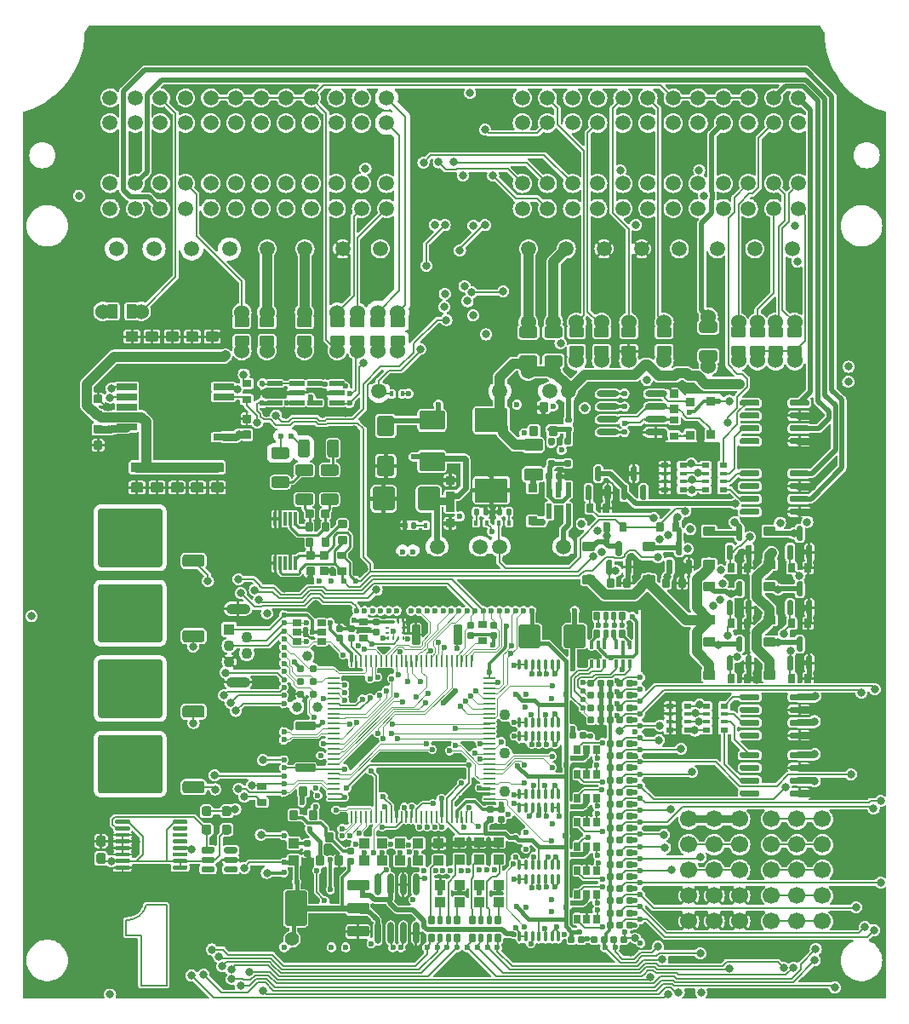
<source format=gtl>
G75*
G70*
%OFA0B0*%
%FSLAX25Y25*%
%IPPOS*%
%LPD*%
%AMOC8*
5,1,8,0,0,1.08239X$1,22.5*
%
%AMM133*
21,1,0.021650,0.052760,-0.000000,-0.000000,90.000000*
21,1,0.017320,0.057090,-0.000000,-0.000000,90.000000*
1,1,0.004330,0.026380,0.008660*
1,1,0.004330,0.026380,-0.008660*
1,1,0.004330,-0.026380,-0.008660*
1,1,0.004330,-0.026380,0.008660*
%
%AMM164*
21,1,0.086610,0.073230,0.000000,-0.000000,180.000000*
21,1,0.069290,0.090550,0.000000,-0.000000,180.000000*
1,1,0.017320,-0.034650,0.036610*
1,1,0.017320,0.034650,0.036610*
1,1,0.017320,0.034650,-0.036610*
1,1,0.017320,-0.034650,-0.036610*
%
%AMM165*
21,1,0.094490,0.111020,0.000000,-0.000000,270.000000*
21,1,0.075590,0.129920,0.000000,-0.000000,270.000000*
1,1,0.018900,-0.055510,-0.037800*
1,1,0.018900,-0.055510,0.037800*
1,1,0.018900,0.055510,0.037800*
1,1,0.018900,0.055510,-0.037800*
%
%AMM166*
21,1,0.074800,0.083460,0.000000,-0.000000,270.000000*
21,1,0.059840,0.098430,0.000000,-0.000000,270.000000*
1,1,0.014960,-0.041730,-0.029920*
1,1,0.014960,-0.041730,0.029920*
1,1,0.014960,0.041730,0.029920*
1,1,0.014960,0.041730,-0.029920*
%
%AMM167*
21,1,0.078740,0.053540,0.000000,-0.000000,90.000000*
21,1,0.065350,0.066930,0.000000,-0.000000,90.000000*
1,1,0.013390,0.026770,0.032680*
1,1,0.013390,0.026770,-0.032680*
1,1,0.013390,-0.026770,-0.032680*
1,1,0.013390,-0.026770,0.032680*
%
%AMM168*
21,1,0.035430,0.030320,0.000000,-0.000000,0.000000*
21,1,0.028350,0.037400,0.000000,-0.000000,0.000000*
1,1,0.007090,0.014170,-0.015160*
1,1,0.007090,-0.014170,-0.015160*
1,1,0.007090,-0.014170,0.015160*
1,1,0.007090,0.014170,0.015160*
%
%AMM169*
21,1,0.021650,0.052760,0.000000,-0.000000,180.000000*
21,1,0.017320,0.057090,0.000000,-0.000000,180.000000*
1,1,0.004330,-0.008660,0.026380*
1,1,0.004330,0.008660,0.026380*
1,1,0.004330,0.008660,-0.026380*
1,1,0.004330,-0.008660,-0.026380*
%
%AMM170*
21,1,0.035830,0.026770,0.000000,-0.000000,270.000000*
21,1,0.029130,0.033470,0.000000,-0.000000,270.000000*
1,1,0.006690,-0.013390,-0.014570*
1,1,0.006690,-0.013390,0.014570*
1,1,0.006690,0.013390,0.014570*
1,1,0.006690,0.013390,-0.014570*
%
%AMM171*
21,1,0.070870,0.036220,0.000000,-0.000000,0.000000*
21,1,0.061810,0.045280,0.000000,-0.000000,0.000000*
1,1,0.009060,0.030910,-0.018110*
1,1,0.009060,-0.030910,-0.018110*
1,1,0.009060,-0.030910,0.018110*
1,1,0.009060,0.030910,0.018110*
%
%AMM172*
21,1,0.033470,0.026770,0.000000,-0.000000,270.000000*
21,1,0.026770,0.033470,0.000000,-0.000000,270.000000*
1,1,0.006690,-0.013390,-0.013390*
1,1,0.006690,-0.013390,0.013390*
1,1,0.006690,0.013390,0.013390*
1,1,0.006690,0.013390,-0.013390*
%
%AMM173*
21,1,0.015750,0.016540,0.000000,-0.000000,180.000000*
21,1,0.012600,0.019680,0.000000,-0.000000,180.000000*
1,1,0.003150,-0.006300,0.008270*
1,1,0.003150,0.006300,0.008270*
1,1,0.003150,0.006300,-0.008270*
1,1,0.003150,-0.006300,-0.008270*
%
%AMM174*
21,1,0.023620,0.018900,0.000000,-0.000000,0.000000*
21,1,0.018900,0.023620,0.000000,-0.000000,0.000000*
1,1,0.004720,0.009450,-0.009450*
1,1,0.004720,-0.009450,-0.009450*
1,1,0.004720,-0.009450,0.009450*
1,1,0.004720,0.009450,0.009450*
%
%AMM175*
21,1,0.019680,0.019680,0.000000,-0.000000,270.000000*
21,1,0.015750,0.023620,0.000000,-0.000000,270.000000*
1,1,0.003940,-0.009840,-0.007870*
1,1,0.003940,-0.009840,0.007870*
1,1,0.003940,0.009840,0.007870*
1,1,0.003940,0.009840,-0.007870*
%
%AMM176*
21,1,0.019680,0.019680,0.000000,-0.000000,180.000000*
21,1,0.015750,0.023620,0.000000,-0.000000,180.000000*
1,1,0.003940,-0.007870,0.009840*
1,1,0.003940,0.007870,0.009840*
1,1,0.003940,0.007870,-0.009840*
1,1,0.003940,-0.007870,-0.009840*
%
%AMM200*
21,1,0.039370,0.035430,-0.000000,0.000000,90.000000*
21,1,0.031500,0.043310,-0.000000,0.000000,90.000000*
1,1,0.007870,0.017720,0.015750*
1,1,0.007870,0.017720,-0.015750*
1,1,0.007870,-0.017720,-0.015750*
1,1,0.007870,-0.017720,0.015750*
%
%AMM201*
21,1,0.023620,0.030710,-0.000000,0.000000,270.000000*
21,1,0.018900,0.035430,-0.000000,0.000000,270.000000*
1,1,0.004720,-0.015350,-0.009450*
1,1,0.004720,-0.015350,0.009450*
1,1,0.004720,0.015350,0.009450*
1,1,0.004720,0.015350,-0.009450*
%
%AMM202*
21,1,0.027560,0.018900,-0.000000,0.000000,180.000000*
21,1,0.022840,0.023620,-0.000000,0.000000,180.000000*
1,1,0.004720,-0.011420,0.009450*
1,1,0.004720,0.011420,0.009450*
1,1,0.004720,0.011420,-0.009450*
1,1,0.004720,-0.011420,-0.009450*
%
%AMM203*
21,1,0.025590,0.026380,-0.000000,0.000000,0.000000*
21,1,0.020470,0.031500,-0.000000,0.000000,0.000000*
1,1,0.005120,0.010240,-0.013190*
1,1,0.005120,-0.010240,-0.013190*
1,1,0.005120,-0.010240,0.013190*
1,1,0.005120,0.010240,0.013190*
%
%AMM204*
21,1,0.017720,0.027950,-0.000000,0.000000,0.000000*
21,1,0.014170,0.031500,-0.000000,0.000000,0.000000*
1,1,0.003540,0.007090,-0.013980*
1,1,0.003540,-0.007090,-0.013980*
1,1,0.003540,-0.007090,0.013980*
1,1,0.003540,0.007090,0.013980*
%
%AMM205*
21,1,0.027560,0.030710,-0.000000,0.000000,90.000000*
21,1,0.022050,0.036220,-0.000000,0.000000,90.000000*
1,1,0.005510,0.015350,0.011020*
1,1,0.005510,0.015350,-0.011020*
1,1,0.005510,-0.015350,-0.011020*
1,1,0.005510,-0.015350,0.011020*
%
%AMM206*
21,1,0.027560,0.018900,-0.000000,0.000000,270.000000*
21,1,0.022840,0.023620,-0.000000,0.000000,270.000000*
1,1,0.004720,-0.009450,-0.011420*
1,1,0.004720,-0.009450,0.011420*
1,1,0.004720,0.009450,0.011420*
1,1,0.004720,0.009450,-0.011420*
%
%AMM207*
21,1,0.023620,0.030710,-0.000000,0.000000,0.000000*
21,1,0.018900,0.035430,-0.000000,0.000000,0.000000*
1,1,0.004720,0.009450,-0.015350*
1,1,0.004720,-0.009450,-0.015350*
1,1,0.004720,-0.009450,0.015350*
1,1,0.004720,0.009450,0.015350*
%
%AMM208*
21,1,0.086610,0.073230,-0.000000,0.000000,180.000000*
21,1,0.069290,0.090550,-0.000000,0.000000,180.000000*
1,1,0.017320,-0.034650,0.036610*
1,1,0.017320,0.034650,0.036610*
1,1,0.017320,0.034650,-0.036610*
1,1,0.017320,-0.034650,-0.036610*
%
%AMM209*
21,1,0.031500,0.072440,-0.000000,0.000000,90.000000*
21,1,0.025200,0.078740,-0.000000,0.000000,90.000000*
1,1,0.006300,0.036220,0.012600*
1,1,0.006300,0.036220,-0.012600*
1,1,0.006300,-0.036220,-0.012600*
1,1,0.006300,-0.036220,0.012600*
%
%AMM210*
21,1,0.012600,0.028980,-0.000000,0.000000,180.000000*
21,1,0.010080,0.031500,-0.000000,0.000000,180.000000*
1,1,0.002520,-0.005040,0.014490*
1,1,0.002520,0.005040,0.014490*
1,1,0.002520,0.005040,-0.014490*
1,1,0.002520,-0.005040,-0.014490*
%
%AMM211*
21,1,0.035430,0.030320,-0.000000,0.000000,0.000000*
21,1,0.028350,0.037400,-0.000000,0.000000,0.000000*
1,1,0.007090,0.014170,-0.015160*
1,1,0.007090,-0.014170,-0.015160*
1,1,0.007090,-0.014170,0.015160*
1,1,0.007090,0.014170,0.015160*
%
%AMM212*
21,1,0.043310,0.075990,-0.000000,0.000000,90.000000*
21,1,0.034650,0.084650,-0.000000,0.000000,90.000000*
1,1,0.008660,0.037990,0.017320*
1,1,0.008660,0.037990,-0.017320*
1,1,0.008660,-0.037990,-0.017320*
1,1,0.008660,-0.037990,0.017320*
%
%AMM213*
21,1,0.043310,0.075980,-0.000000,0.000000,90.000000*
21,1,0.034650,0.084650,-0.000000,0.000000,90.000000*
1,1,0.008660,0.037990,0.017320*
1,1,0.008660,0.037990,-0.017320*
1,1,0.008660,-0.037990,-0.017320*
1,1,0.008660,-0.037990,0.017320*
%
%AMM214*
21,1,0.137800,0.067720,-0.000000,0.000000,90.000000*
21,1,0.120870,0.084650,-0.000000,0.000000,90.000000*
1,1,0.016930,0.033860,0.060430*
1,1,0.016930,0.033860,-0.060430*
1,1,0.016930,-0.033860,-0.060430*
1,1,0.016930,-0.033860,0.060430*
%
%AMM215*
21,1,0.031500,0.072440,-0.000000,0.000000,180.000000*
21,1,0.025200,0.078740,-0.000000,0.000000,180.000000*
1,1,0.006300,-0.012600,0.036220*
1,1,0.006300,0.012600,0.036220*
1,1,0.006300,0.012600,-0.036220*
1,1,0.006300,-0.012600,-0.036220*
%
%AMM258*
21,1,0.027560,0.030710,0.000000,-0.000000,270.000000*
21,1,0.022050,0.036220,0.000000,-0.000000,270.000000*
1,1,0.005510,-0.015350,-0.011020*
1,1,0.005510,-0.015350,0.011020*
1,1,0.005510,0.015350,0.011020*
1,1,0.005510,0.015350,-0.011020*
%
%AMM259*
21,1,0.039370,0.007870,0.000000,-0.000000,315.000000*
1,1,0.007870,-0.013920,0.013920*
1,1,0.007870,0.013920,-0.013920*
%
%ADD10C,0.00787*%
%ADD11R,0.07874X0.02559*%
%ADD12R,0.17717X0.31890*%
%ADD13C,0.05906*%
%ADD136C,0.01850*%
%ADD137O,0.04724X0.00866*%
%ADD138O,0.00866X0.04724*%
%ADD14C,0.06000*%
%ADD15C,0.06693*%
%ADD150O,0.08661X0.02362*%
%ADD152R,0.00984X0.01378*%
%ADD153R,0.01378X0.00984*%
%ADD16R,0.03150X0.01969*%
%ADD17R,0.03150X0.01575*%
%ADD171C,0.03100*%
%ADD172C,0.00492*%
%ADD173C,0.01260*%
%ADD174C,0.03900*%
%ADD175C,0.05512*%
%ADD18R,0.04331X0.04331*%
%ADD19C,0.04331*%
%ADD20O,0.09449X0.04331*%
%ADD21C,0.02362*%
%ADD22O,0.00787X0.04823*%
%ADD23O,0.36614X0.00787*%
%ADD236O,0.02362X0.08661*%
%ADD24R,0.24350X0.00984*%
%ADD25R,0.04390X0.00984*%
%ADD26R,0.00984X0.56201*%
%ADD262O,0.40158X0.00787*%
%ADD27R,0.00984X0.59449*%
%ADD28R,0.20374X0.00984*%
%ADD29R,0.09055X0.00787*%
%ADD293M133*%
%ADD30R,0.14567X0.00787*%
%ADD31R,0.01575X0.00787*%
%ADD32R,0.06299X0.00787*%
%ADD324M164*%
%ADD325M165*%
%ADD326M166*%
%ADD327M167*%
%ADD328M168*%
%ADD329M169*%
%ADD33R,0.38189X0.00787*%
%ADD330M170*%
%ADD331M171*%
%ADD332M172*%
%ADD333M173*%
%ADD334M174*%
%ADD335M175*%
%ADD336M176*%
%ADD34R,0.00787X0.05512*%
%ADD35R,0.00787X0.25197*%
%ADD36R,0.00787X0.06693*%
%ADD360R,0.01181X0.05512*%
%ADD363M200*%
%ADD364M201*%
%ADD365M202*%
%ADD366M203*%
%ADD367M204*%
%ADD368M205*%
%ADD369M206*%
%ADD37R,0.00787X0.12992*%
%ADD370M207*%
%ADD371M208*%
%ADD372M209*%
%ADD373O,0.01181X0.04331*%
%ADD374M210*%
%ADD375M211*%
%ADD376M212*%
%ADD377M213*%
%ADD378M214*%
%ADD379M215*%
%ADD38R,0.00787X0.03937*%
%ADD39R,0.00787X0.07087*%
%ADD40R,0.27559X0.00787*%
%ADD41R,0.12992X0.00787*%
%ADD42R,0.24803X0.00787*%
%ADD425O,0.01968X0.00984*%
%ADD426O,0.03937X0.01968*%
%ADD43O,0.12992X0.00787*%
%ADD436M258*%
%ADD437M259*%
%ADD44O,0.40157X0.00787*%
%ADD45O,0.01181X0.00787*%
%ADD46O,0.00787X0.66929*%
%ADD47O,0.00787X0.60630*%
%ADD48O,0.18898X0.00787*%
%ADD49O,0.10236X0.00787*%
%ADD50O,0.03937X0.00787*%
%ADD51O,0.05906X0.00787*%
%ADD52O,0.33071X0.00787*%
%ADD53O,0.00787X0.20669*%
%ADD54O,0.02756X0.00787*%
%ADD55O,0.28543X0.00787*%
%ADD56O,0.03937X0.01969*%
%ADD57O,0.01969X0.00984*%
%ADD58C,0.03150*%
%ADD59C,0.01969*%
%ADD60C,0.03937*%
%ADD61C,0.02756*%
%ADD62C,0.00591*%
%ADD63C,0.01181*%
%ADD67C,0.00984*%
%ADD77C,0.01968*%
%ADD78C,0.01575*%
X0000000Y0000000D02*
%LPD*%
G01*
D10*
X0041339Y0025591D02*
X0041339Y0031496D01*
X0041339Y0025591D02*
X0047244Y0025591D01*
X0047244Y0025591D02*
X0047244Y0005906D01*
X0047244Y0005906D02*
X0057087Y0005906D01*
X0057087Y0037402D02*
X0049213Y0037402D01*
X0057087Y0005906D02*
X0057087Y0037402D01*
X0041339Y0031496D02*
G75*
G03*
X0049213Y0037402I0000309J0007791D01*
G01*
G36*
G01*
X0087244Y0229350D02*
X0089921Y0229350D01*
G75*
G02*
X0090256Y0229016I0000000J-000335D01*
G01*
X0090256Y0226339D01*
G75*
G02*
X0089921Y0226004I-000335J0000000D01*
G01*
X0087244Y0226004D01*
G75*
G02*
X0086909Y0226339I0000000J0000335D01*
G01*
X0086909Y0229016D01*
G75*
G02*
X0087244Y0229350I0000335J0000000D01*
G01*
G37*
G36*
G01*
X0087244Y0223130D02*
X0089921Y0223130D01*
G75*
G02*
X0090256Y0222795I0000000J-000335D01*
G01*
X0090256Y0220118D01*
G75*
G02*
X0089921Y0219783I-000335J0000000D01*
G01*
X0087244Y0219783D01*
G75*
G02*
X0086909Y0220118I0000000J0000335D01*
G01*
X0086909Y0222795D01*
G75*
G02*
X0087244Y0223130I0000335J0000000D01*
G01*
G37*
D11*
X0041634Y0240157D03*
X0041634Y0236220D03*
X0041634Y0232283D03*
X0041634Y0228346D03*
X0041634Y0224409D03*
X0041634Y0220472D03*
X0079429Y0220472D03*
X0079429Y0224409D03*
X0079429Y0228346D03*
X0079429Y0232283D03*
X0079429Y0236220D03*
X0079429Y0240157D03*
D12*
X0060531Y0230315D03*
D13*
X0304741Y0353214D03*
X0294899Y0353214D03*
X0285056Y0353214D03*
X0275214Y0353214D03*
X0265371Y0353214D03*
X0255529Y0353214D03*
X0245686Y0353214D03*
X0235844Y0353214D03*
X0226001Y0353214D03*
X0216159Y0353214D03*
X0206316Y0353214D03*
X0196473Y0353214D03*
X0304741Y0343372D03*
X0294899Y0343372D03*
X0285056Y0343372D03*
X0275214Y0343372D03*
X0265371Y0343372D03*
X0255529Y0343372D03*
X0245686Y0343372D03*
X0235844Y0343372D03*
X0226001Y0343372D03*
X0216159Y0343372D03*
X0206316Y0343372D03*
X0196473Y0343372D03*
X0304741Y0319750D03*
X0294899Y0319750D03*
X0285056Y0319750D03*
X0275214Y0319750D03*
X0265371Y0319750D03*
X0255529Y0319750D03*
X0245686Y0319750D03*
X0235844Y0319750D03*
X0226001Y0319750D03*
X0216159Y0319750D03*
X0206316Y0319750D03*
X0196473Y0319750D03*
X0304741Y0309907D03*
X0294899Y0309907D03*
X0285056Y0309907D03*
X0275214Y0309907D03*
X0265371Y0309907D03*
X0255529Y0309907D03*
X0245686Y0309907D03*
X0235844Y0309907D03*
X0226001Y0309907D03*
X0216159Y0309907D03*
X0206316Y0309907D03*
X0196473Y0309907D03*
X0302281Y0294159D03*
X0287517Y0294159D03*
X0272753Y0294159D03*
X0257989Y0294159D03*
X0243225Y0294159D03*
X0228462Y0294159D03*
X0213698Y0294159D03*
X0198934Y0294159D03*
X0143324Y0353214D03*
X0133481Y0353214D03*
X0123639Y0353214D03*
X0113796Y0353214D03*
X0103954Y0353214D03*
X0094111Y0353214D03*
X0084269Y0353214D03*
X0074426Y0353214D03*
X0064584Y0353214D03*
X0054741Y0353214D03*
X0044899Y0353214D03*
X0035056Y0353214D03*
X0143324Y0343372D03*
X0133481Y0343372D03*
X0123639Y0343372D03*
X0113796Y0343372D03*
X0103954Y0343372D03*
X0094111Y0343372D03*
X0084269Y0343372D03*
X0074426Y0343372D03*
X0064584Y0343372D03*
X0054741Y0343372D03*
X0044899Y0343372D03*
X0035056Y0343372D03*
X0143324Y0319750D03*
X0133481Y0319750D03*
X0123639Y0319750D03*
X0113796Y0319750D03*
X0103954Y0319750D03*
X0094111Y0319750D03*
X0084269Y0319750D03*
X0074426Y0319750D03*
X0064584Y0319750D03*
X0054741Y0319750D03*
X0044899Y0319750D03*
X0035056Y0319750D03*
X0143324Y0309907D03*
X0133481Y0309907D03*
X0123639Y0309907D03*
X0113796Y0309907D03*
X0103954Y0309907D03*
X0094111Y0309907D03*
X0084269Y0309907D03*
X0074426Y0309907D03*
X0064584Y0309907D03*
X0054741Y0309907D03*
X0044899Y0309907D03*
X0035056Y0309907D03*
X0140863Y0294159D03*
X0126099Y0294159D03*
X0111336Y0294159D03*
X0096572Y0294159D03*
X0081808Y0294159D03*
X0067044Y0294159D03*
X0052281Y0294159D03*
X0037517Y0294159D03*
D14*
X0131890Y0269311D03*
G36*
G01*
X0129429Y0267520D02*
X0134350Y0267520D01*
G75*
G02*
X0134744Y0267126I0000000J-000394D01*
G01*
X0134744Y0263976D01*
G75*
G02*
X0134350Y0263583I-000394J0000000D01*
G01*
X0129429Y0263583D01*
G75*
G02*
X0129035Y0263976I0000000J0000394D01*
G01*
X0129035Y0267126D01*
G75*
G02*
X0129429Y0267520I0000394J0000000D01*
G01*
G37*
G36*
G01*
X0129429Y0260039D02*
X0134350Y0260039D01*
G75*
G02*
X0134744Y0259646I0000000J-000394D01*
G01*
X0134744Y0256496D01*
G75*
G02*
X0134350Y0256102I-000394J0000000D01*
G01*
X0129429Y0256102D01*
G75*
G02*
X0129035Y0256496I0000000J0000394D01*
G01*
X0129035Y0259646D01*
G75*
G02*
X0129429Y0260039I0000394J0000000D01*
G01*
G37*
X0131890Y0254311D03*
G36*
G01*
X0071260Y0198819D02*
X0067126Y0198819D01*
G75*
G02*
X0066732Y0199213I0000000J0000394D01*
G01*
X0066732Y0202362D01*
G75*
G02*
X0067126Y0202756I0000394J0000000D01*
G01*
X0071260Y0202756D01*
G75*
G02*
X0071654Y0202362I0000000J-000394D01*
G01*
X0071654Y0199213D01*
G75*
G02*
X0071260Y0198819I-000394J0000000D01*
G01*
G37*
G36*
G01*
X0071260Y0206693D02*
X0067126Y0206693D01*
G75*
G02*
X0066732Y0207087I0000000J0000394D01*
G01*
X0066732Y0210236D01*
G75*
G02*
X0067126Y0210630I0000394J0000000D01*
G01*
X0071260Y0210630D01*
G75*
G02*
X0071654Y0210236I0000000J-000394D01*
G01*
X0071654Y0207087D01*
G75*
G02*
X0071260Y0206693I-000394J0000000D01*
G01*
G37*
D15*
X0294063Y0031024D03*
X0294063Y0041024D03*
X0294063Y0051024D03*
X0294063Y0061024D03*
X0294063Y0071024D03*
X0304063Y0031024D03*
X0304063Y0041024D03*
X0304063Y0051024D03*
X0304063Y0061024D03*
X0304063Y0071024D03*
X0314063Y0031024D03*
X0314063Y0041024D03*
X0314063Y0051024D03*
X0314063Y0061024D03*
X0314063Y0071024D03*
D14*
X0032244Y0269685D03*
G36*
G01*
X0034035Y0267224D02*
X0034035Y0272146D01*
G75*
G02*
X0034429Y0272539I0000394J0000000D01*
G01*
X0037579Y0272539D01*
G75*
G02*
X0037972Y0272146I0000000J-000394D01*
G01*
X0037972Y0267224D01*
G75*
G02*
X0037579Y0266831I-000394J0000000D01*
G01*
X0034429Y0266831D01*
G75*
G02*
X0034035Y0267224I0000000J0000394D01*
G01*
G37*
G36*
G01*
X0041516Y0267224D02*
X0041516Y0272146D01*
G75*
G02*
X0041910Y0272539I0000394J0000000D01*
G01*
X0045059Y0272539D01*
G75*
G02*
X0045453Y0272146I0000000J-000394D01*
G01*
X0045453Y0267224D01*
G75*
G02*
X0045059Y0266831I-000394J0000000D01*
G01*
X0041910Y0266831D01*
G75*
G02*
X0041516Y0267224I0000000J0000394D01*
G01*
G37*
X0047244Y0269685D03*
G36*
G01*
X0079134Y0198819D02*
X0075000Y0198819D01*
G75*
G02*
X0074606Y0199213I0000000J0000394D01*
G01*
X0074606Y0202362D01*
G75*
G02*
X0075000Y0202756I0000394J0000000D01*
G01*
X0079134Y0202756D01*
G75*
G02*
X0079528Y0202362I0000000J-000394D01*
G01*
X0079528Y0199213D01*
G75*
G02*
X0079134Y0198819I-000394J0000000D01*
G01*
G37*
G36*
G01*
X0079134Y0206693D02*
X0075000Y0206693D01*
G75*
G02*
X0074606Y0207087I0000000J0000394D01*
G01*
X0074606Y0210236D01*
G75*
G02*
X0075000Y0210630I0000394J0000000D01*
G01*
X0079134Y0210630D01*
G75*
G02*
X0079528Y0210236I0000000J-000394D01*
G01*
X0079528Y0207087D01*
G75*
G02*
X0079134Y0206693I-000394J0000000D01*
G01*
G37*
G36*
G01*
X0231102Y0166634D02*
X0229921Y0166634D01*
G75*
G02*
X0229331Y0167224I0000000J0000591D01*
G01*
X0229331Y0171850D01*
G75*
G02*
X0229921Y0172441I0000591J0000000D01*
G01*
X0231102Y0172441D01*
G75*
G02*
X0231693Y0171850I0000000J-000591D01*
G01*
X0231693Y0167224D01*
G75*
G02*
X0231102Y0166634I-000591J0000000D01*
G01*
G37*
G36*
G01*
X0234843Y0174016D02*
X0233661Y0174016D01*
G75*
G02*
X0233071Y0174606I0000000J0000591D01*
G01*
X0233071Y0179232D01*
G75*
G02*
X0233661Y0179823I0000591J0000000D01*
G01*
X0234843Y0179823D01*
G75*
G02*
X0235433Y0179232I0000000J-000591D01*
G01*
X0235433Y0174606D01*
G75*
G02*
X0234843Y0174016I-000591J0000000D01*
G01*
G37*
G36*
G01*
X0238583Y0166634D02*
X0237402Y0166634D01*
G75*
G02*
X0236811Y0167224I0000000J0000591D01*
G01*
X0236811Y0171850D01*
G75*
G02*
X0237402Y0172441I0000591J0000000D01*
G01*
X0238583Y0172441D01*
G75*
G02*
X0239173Y0171850I0000000J-000591D01*
G01*
X0239173Y0167224D01*
G75*
G02*
X0238583Y0166634I-000591J0000000D01*
G01*
G37*
X0124016Y0269311D03*
G36*
G01*
X0121555Y0267520D02*
X0126476Y0267520D01*
G75*
G02*
X0126870Y0267126I0000000J-000394D01*
G01*
X0126870Y0263976D01*
G75*
G02*
X0126476Y0263583I-000394J0000000D01*
G01*
X0121555Y0263583D01*
G75*
G02*
X0121161Y0263976I0000000J0000394D01*
G01*
X0121161Y0267126D01*
G75*
G02*
X0121555Y0267520I0000394J0000000D01*
G01*
G37*
G36*
G01*
X0121555Y0260039D02*
X0126476Y0260039D01*
G75*
G02*
X0126870Y0259646I0000000J-000394D01*
G01*
X0126870Y0256496D01*
G75*
G02*
X0126476Y0256102I-000394J0000000D01*
G01*
X0121555Y0256102D01*
G75*
G02*
X0121161Y0256496I0000000J0000394D01*
G01*
X0121161Y0259646D01*
G75*
G02*
X0121555Y0260039I0000394J0000000D01*
G01*
G37*
X0124016Y0254311D03*
G36*
G01*
X0301969Y0150886D02*
X0300787Y0150886D01*
G75*
G02*
X0300197Y0151476I0000000J0000591D01*
G01*
X0300197Y0156102D01*
G75*
G02*
X0300787Y0156693I0000591J0000000D01*
G01*
X0301969Y0156693D01*
G75*
G02*
X0302559Y0156102I0000000J-000591D01*
G01*
X0302559Y0151476D01*
G75*
G02*
X0301969Y0150886I-000591J0000000D01*
G01*
G37*
G36*
G01*
X0305709Y0158268D02*
X0304528Y0158268D01*
G75*
G02*
X0303937Y0158858I0000000J0000591D01*
G01*
X0303937Y0163484D01*
G75*
G02*
X0304528Y0164075I0000591J0000000D01*
G01*
X0305709Y0164075D01*
G75*
G02*
X0306299Y0163484I0000000J-000591D01*
G01*
X0306299Y0158858D01*
G75*
G02*
X0305709Y0158268I-000591J0000000D01*
G01*
G37*
G36*
G01*
X0309449Y0150886D02*
X0308268Y0150886D01*
G75*
G02*
X0307677Y0151476I0000000J0000591D01*
G01*
X0307677Y0156102D01*
G75*
G02*
X0308268Y0156693I0000591J0000000D01*
G01*
X0309449Y0156693D01*
G75*
G02*
X0310039Y0156102I0000000J-000591D01*
G01*
X0310039Y0151476D01*
G75*
G02*
X0309449Y0150886I-000591J0000000D01*
G01*
G37*
G36*
G01*
X0254724Y0166880D02*
X0253543Y0166880D01*
G75*
G02*
X0252953Y0167470I0000000J0000591D01*
G01*
X0252953Y0172096D01*
G75*
G02*
X0253543Y0172687I0000591J0000000D01*
G01*
X0254724Y0172687D01*
G75*
G02*
X0255315Y0172096I0000000J-000591D01*
G01*
X0255315Y0167470D01*
G75*
G02*
X0254724Y0166880I-000591J0000000D01*
G01*
G37*
G36*
G01*
X0258465Y0174262D02*
X0257283Y0174262D01*
G75*
G02*
X0256693Y0174852I0000000J0000591D01*
G01*
X0256693Y0179478D01*
G75*
G02*
X0257283Y0180069I0000591J0000000D01*
G01*
X0258465Y0180069D01*
G75*
G02*
X0259055Y0179478I0000000J-000591D01*
G01*
X0259055Y0174852D01*
G75*
G02*
X0258465Y0174262I-000591J0000000D01*
G01*
G37*
G36*
G01*
X0262205Y0166880D02*
X0261024Y0166880D01*
G75*
G02*
X0260433Y0167470I0000000J0000591D01*
G01*
X0260433Y0172096D01*
G75*
G02*
X0261024Y0172687I0000591J0000000D01*
G01*
X0262205Y0172687D01*
G75*
G02*
X0262795Y0172096I0000000J-000591D01*
G01*
X0262795Y0167470D01*
G75*
G02*
X0262205Y0166880I-000591J0000000D01*
G01*
G37*
G36*
G01*
X0031654Y0215689D02*
X0028976Y0215689D01*
G75*
G02*
X0028642Y0216024I0000000J0000335D01*
G01*
X0028642Y0218701D01*
G75*
G02*
X0028976Y0219035I0000335J0000000D01*
G01*
X0031654Y0219035D01*
G75*
G02*
X0031988Y0218701I0000000J-000335D01*
G01*
X0031988Y0216024D01*
G75*
G02*
X0031654Y0215689I-000335J0000000D01*
G01*
G37*
G36*
G01*
X0031654Y0221909D02*
X0028976Y0221909D01*
G75*
G02*
X0028642Y0222244I0000000J0000335D01*
G01*
X0028642Y0224921D01*
G75*
G02*
X0028976Y0225256I0000335J0000000D01*
G01*
X0031654Y0225256D01*
G75*
G02*
X0031988Y0224921I0000000J-000335D01*
G01*
X0031988Y0222244D01*
G75*
G02*
X0031654Y0221909I-000335J0000000D01*
G01*
G37*
G36*
G01*
X0281693Y0205728D02*
X0281693Y0206909D01*
G75*
G02*
X0282283Y0207500I0000591J0000000D01*
G01*
X0288780Y0207500D01*
G75*
G02*
X0289370Y0206909I0000000J-000591D01*
G01*
X0289370Y0205728D01*
G75*
G02*
X0288780Y0205138I-000591J0000000D01*
G01*
X0282283Y0205138D01*
G75*
G02*
X0281693Y0205728I0000000J0000591D01*
G01*
G37*
G36*
G01*
X0281693Y0200728D02*
X0281693Y0201909D01*
G75*
G02*
X0282283Y0202500I0000591J0000000D01*
G01*
X0288780Y0202500D01*
G75*
G02*
X0289370Y0201909I0000000J-000591D01*
G01*
X0289370Y0200728D01*
G75*
G02*
X0288780Y0200138I-000591J0000000D01*
G01*
X0282283Y0200138D01*
G75*
G02*
X0281693Y0200728I0000000J0000591D01*
G01*
G37*
G36*
G01*
X0281693Y0195728D02*
X0281693Y0196909D01*
G75*
G02*
X0282283Y0197500I0000591J0000000D01*
G01*
X0288780Y0197500D01*
G75*
G02*
X0289370Y0196909I0000000J-000591D01*
G01*
X0289370Y0195728D01*
G75*
G02*
X0288780Y0195138I-000591J0000000D01*
G01*
X0282283Y0195138D01*
G75*
G02*
X0281693Y0195728I0000000J0000591D01*
G01*
G37*
G36*
G01*
X0281693Y0190728D02*
X0281693Y0191909D01*
G75*
G02*
X0282283Y0192500I0000591J0000000D01*
G01*
X0288780Y0192500D01*
G75*
G02*
X0289370Y0191909I0000000J-000591D01*
G01*
X0289370Y0190728D01*
G75*
G02*
X0288780Y0190138I-000591J0000000D01*
G01*
X0282283Y0190138D01*
G75*
G02*
X0281693Y0190728I0000000J0000591D01*
G01*
G37*
G36*
G01*
X0301181Y0190728D02*
X0301181Y0191909D01*
G75*
G02*
X0301772Y0192500I0000591J0000000D01*
G01*
X0308268Y0192500D01*
G75*
G02*
X0308858Y0191909I0000000J-000591D01*
G01*
X0308858Y0190728D01*
G75*
G02*
X0308268Y0190138I-000591J0000000D01*
G01*
X0301772Y0190138D01*
G75*
G02*
X0301181Y0190728I0000000J0000591D01*
G01*
G37*
G36*
G01*
X0301181Y0195728D02*
X0301181Y0196909D01*
G75*
G02*
X0301772Y0197500I0000591J0000000D01*
G01*
X0308268Y0197500D01*
G75*
G02*
X0308858Y0196909I0000000J-000591D01*
G01*
X0308858Y0195728D01*
G75*
G02*
X0308268Y0195138I-000591J0000000D01*
G01*
X0301772Y0195138D01*
G75*
G02*
X0301181Y0195728I0000000J0000591D01*
G01*
G37*
G36*
G01*
X0301181Y0200728D02*
X0301181Y0201909D01*
G75*
G02*
X0301772Y0202500I0000591J0000000D01*
G01*
X0308268Y0202500D01*
G75*
G02*
X0308858Y0201909I0000000J-000591D01*
G01*
X0308858Y0200728D01*
G75*
G02*
X0308268Y0200138I-000591J0000000D01*
G01*
X0301772Y0200138D01*
G75*
G02*
X0301181Y0200728I0000000J0000591D01*
G01*
G37*
G36*
G01*
X0301181Y0205728D02*
X0301181Y0206909D01*
G75*
G02*
X0301772Y0207500I0000591J0000000D01*
G01*
X0308268Y0207500D01*
G75*
G02*
X0308858Y0206909I0000000J-000591D01*
G01*
X0308858Y0205728D01*
G75*
G02*
X0308268Y0205138I-000591J0000000D01*
G01*
X0301772Y0205138D01*
G75*
G02*
X0301181Y0205728I0000000J0000591D01*
G01*
G37*
G36*
G01*
X0229724Y0161850D02*
X0229724Y0164921D01*
G75*
G02*
X0230000Y0165197I0000276J0000000D01*
G01*
X0232205Y0165197D01*
G75*
G02*
X0232480Y0164921I0000000J-000276D01*
G01*
X0232480Y0161850D01*
G75*
G02*
X0232205Y0161575I-000276J0000000D01*
G01*
X0230000Y0161575D01*
G75*
G02*
X0229724Y0161850I0000000J0000276D01*
G01*
G37*
G36*
G01*
X0236024Y0161850D02*
X0236024Y0164921D01*
G75*
G02*
X0236299Y0165197I0000276J0000000D01*
G01*
X0238504Y0165197D01*
G75*
G02*
X0238780Y0164921I0000000J-000276D01*
G01*
X0238780Y0161850D01*
G75*
G02*
X0238504Y0161575I-000276J0000000D01*
G01*
X0236299Y0161575D01*
G75*
G02*
X0236024Y0161850I0000000J0000276D01*
G01*
G37*
G36*
G01*
X0300591Y0124449D02*
X0300591Y0127520D01*
G75*
G02*
X0300866Y0127795I0000276J0000000D01*
G01*
X0303071Y0127795D01*
G75*
G02*
X0303346Y0127520I0000000J-000276D01*
G01*
X0303346Y0124449D01*
G75*
G02*
X0303071Y0124173I-000276J0000000D01*
G01*
X0300866Y0124173D01*
G75*
G02*
X0300591Y0124449I0000000J0000276D01*
G01*
G37*
G36*
G01*
X0306890Y0124449D02*
X0306890Y0127520D01*
G75*
G02*
X0307165Y0127795I0000276J0000000D01*
G01*
X0309370Y0127795D01*
G75*
G02*
X0309646Y0127520I0000000J-000276D01*
G01*
X0309646Y0124449D01*
G75*
G02*
X0309370Y0124173I-000276J0000000D01*
G01*
X0307165Y0124173D01*
G75*
G02*
X0306890Y0124449I0000000J0000276D01*
G01*
G37*
G36*
G01*
X0223031Y0195915D02*
X0221850Y0195915D01*
G75*
G02*
X0221260Y0196506I0000000J0000591D01*
G01*
X0221260Y0201132D01*
G75*
G02*
X0221850Y0201722I0000591J0000000D01*
G01*
X0223031Y0201722D01*
G75*
G02*
X0223622Y0201132I0000000J-000591D01*
G01*
X0223622Y0196506D01*
G75*
G02*
X0223031Y0195915I-000591J0000000D01*
G01*
G37*
G36*
G01*
X0226772Y0203297D02*
X0225591Y0203297D01*
G75*
G02*
X0225000Y0203888I0000000J0000591D01*
G01*
X0225000Y0208514D01*
G75*
G02*
X0225591Y0209104I0000591J0000000D01*
G01*
X0226772Y0209104D01*
G75*
G02*
X0227362Y0208514I0000000J-000591D01*
G01*
X0227362Y0203888D01*
G75*
G02*
X0226772Y0203297I-000591J0000000D01*
G01*
G37*
G36*
G01*
X0230512Y0195915D02*
X0229331Y0195915D01*
G75*
G02*
X0228740Y0196506I0000000J0000591D01*
G01*
X0228740Y0201132D01*
G75*
G02*
X0229331Y0201722I0000591J0000000D01*
G01*
X0230512Y0201722D01*
G75*
G02*
X0231102Y0201132I0000000J-000591D01*
G01*
X0231102Y0196506D01*
G75*
G02*
X0230512Y0195915I-000591J0000000D01*
G01*
G37*
X0086614Y0269311D03*
G36*
G01*
X0084154Y0267520D02*
X0089075Y0267520D01*
G75*
G02*
X0089469Y0267126I0000000J-000394D01*
G01*
X0089469Y0263976D01*
G75*
G02*
X0089075Y0263583I-000394J0000000D01*
G01*
X0084154Y0263583D01*
G75*
G02*
X0083760Y0263976I0000000J0000394D01*
G01*
X0083760Y0267126D01*
G75*
G02*
X0084154Y0267520I0000394J0000000D01*
G01*
G37*
G36*
G01*
X0084154Y0260039D02*
X0089075Y0260039D01*
G75*
G02*
X0089469Y0259646I0000000J-000394D01*
G01*
X0089469Y0256496D01*
G75*
G02*
X0089075Y0256102I-000394J0000000D01*
G01*
X0084154Y0256102D01*
G75*
G02*
X0083760Y0256496I0000000J0000394D01*
G01*
X0083760Y0259646D01*
G75*
G02*
X0084154Y0260039I0000394J0000000D01*
G01*
G37*
X0086614Y0254311D03*
X0208661Y0265551D03*
G36*
G01*
X0205118Y0260256D02*
X0205118Y0262972D01*
G75*
G02*
X0206024Y0263878I0000906J0000000D01*
G01*
X0211299Y0263878D01*
G75*
G02*
X0212205Y0262972I0000000J-000906D01*
G01*
X0212205Y0260256D01*
G75*
G02*
X0211299Y0259350I-000906J0000000D01*
G01*
X0206024Y0259350D01*
G75*
G02*
X0205118Y0260256I0000000J0000906D01*
G01*
G37*
G36*
G01*
X0205118Y0248839D02*
X0205118Y0251555D01*
G75*
G02*
X0206024Y0252461I0000906J0000000D01*
G01*
X0211299Y0252461D01*
G75*
G02*
X0212205Y0251555I0000000J-000906D01*
G01*
X0212205Y0248839D01*
G75*
G02*
X0211299Y0247933I-000906J0000000D01*
G01*
X0206024Y0247933D01*
G75*
G02*
X0205118Y0248839I0000000J0000906D01*
G01*
G37*
X0208661Y0246260D03*
G36*
G01*
X0300591Y0167756D02*
X0300591Y0170827D01*
G75*
G02*
X0300866Y0171102I0000276J0000000D01*
G01*
X0303071Y0171102D01*
G75*
G02*
X0303346Y0170827I0000000J-000276D01*
G01*
X0303346Y0167756D01*
G75*
G02*
X0303071Y0167480I-000276J0000000D01*
G01*
X0300866Y0167480D01*
G75*
G02*
X0300591Y0167756I0000000J0000276D01*
G01*
G37*
G36*
G01*
X0306890Y0167756D02*
X0306890Y0170827D01*
G75*
G02*
X0307165Y0171102I0000276J0000000D01*
G01*
X0309370Y0171102D01*
G75*
G02*
X0309646Y0170827I0000000J-000276D01*
G01*
X0309646Y0167756D01*
G75*
G02*
X0309370Y0167480I-000276J0000000D01*
G01*
X0307165Y0167480D01*
G75*
G02*
X0306890Y0167756I0000000J0000276D01*
G01*
G37*
G36*
G01*
X0276969Y0124449D02*
X0276969Y0127520D01*
G75*
G02*
X0277244Y0127795I0000276J0000000D01*
G01*
X0279449Y0127795D01*
G75*
G02*
X0279724Y0127520I0000000J-000276D01*
G01*
X0279724Y0124449D01*
G75*
G02*
X0279449Y0124173I-000276J0000000D01*
G01*
X0277244Y0124173D01*
G75*
G02*
X0276969Y0124449I0000000J0000276D01*
G01*
G37*
G36*
G01*
X0283268Y0124449D02*
X0283268Y0127520D01*
G75*
G02*
X0283543Y0127795I0000276J0000000D01*
G01*
X0285748Y0127795D01*
G75*
G02*
X0286024Y0127520I0000000J-000276D01*
G01*
X0286024Y0124449D01*
G75*
G02*
X0285748Y0124173I-000276J0000000D01*
G01*
X0283543Y0124173D01*
G75*
G02*
X0283268Y0124449I0000000J0000276D01*
G01*
G37*
X0111220Y0269311D03*
G36*
G01*
X0108760Y0267520D02*
X0113681Y0267520D01*
G75*
G02*
X0114075Y0267126I0000000J-000394D01*
G01*
X0114075Y0263976D01*
G75*
G02*
X0113681Y0263583I-000394J0000000D01*
G01*
X0108760Y0263583D01*
G75*
G02*
X0108366Y0263976I0000000J0000394D01*
G01*
X0108366Y0267126D01*
G75*
G02*
X0108760Y0267520I0000394J0000000D01*
G01*
G37*
G36*
G01*
X0108760Y0260039D02*
X0113681Y0260039D01*
G75*
G02*
X0114075Y0259646I0000000J-000394D01*
G01*
X0114075Y0256496D01*
G75*
G02*
X0113681Y0256102I-000394J0000000D01*
G01*
X0108760Y0256102D01*
G75*
G02*
X0108366Y0256496I0000000J0000394D01*
G01*
X0108366Y0259646D01*
G75*
G02*
X0108760Y0260039I0000394J0000000D01*
G01*
G37*
X0111220Y0254311D03*
G36*
G01*
X0030561Y0064567D02*
X0032431Y0064567D01*
G75*
G02*
X0033366Y0063632I0000000J-000935D01*
G01*
X0033366Y0061270D01*
G75*
G02*
X0032431Y0060335I-000935J0000000D01*
G01*
X0030561Y0060335D01*
G75*
G02*
X0029626Y0061270I0000000J0000935D01*
G01*
X0029626Y0063632D01*
G75*
G02*
X0030561Y0064567I0000935J0000000D01*
G01*
G37*
G36*
G01*
X0030561Y0057776D02*
X0032431Y0057776D01*
G75*
G02*
X0033366Y0056841I0000000J-000935D01*
G01*
X0033366Y0054478D01*
G75*
G02*
X0032431Y0053543I-000935J0000000D01*
G01*
X0030561Y0053543D01*
G75*
G02*
X0029626Y0054478I0000000J0000935D01*
G01*
X0029626Y0056841D01*
G75*
G02*
X0030561Y0057776I0000935J0000000D01*
G01*
G37*
X0269291Y0267520D03*
G36*
G01*
X0265748Y0262224D02*
X0265748Y0264941D01*
G75*
G02*
X0266654Y0265846I0000906J0000000D01*
G01*
X0271929Y0265846D01*
G75*
G02*
X0272835Y0264941I0000000J-000906D01*
G01*
X0272835Y0262224D01*
G75*
G02*
X0271929Y0261319I-000906J0000000D01*
G01*
X0266654Y0261319D01*
G75*
G02*
X0265748Y0262224I0000000J0000906D01*
G01*
G37*
G36*
G01*
X0265748Y0250807D02*
X0265748Y0253524D01*
G75*
G02*
X0266654Y0254429I0000906J0000000D01*
G01*
X0271929Y0254429D01*
G75*
G02*
X0272835Y0253524I0000000J-000906D01*
G01*
X0272835Y0250807D01*
G75*
G02*
X0271929Y0249902I-000906J0000000D01*
G01*
X0266654Y0249902D01*
G75*
G02*
X0265748Y0250807I0000000J0000906D01*
G01*
G37*
X0269291Y0248228D03*
D16*
X0275591Y0105906D03*
D17*
X0275591Y0109055D03*
X0275591Y0112205D03*
D16*
X0275591Y0115354D03*
X0268504Y0115354D03*
D17*
X0268504Y0112205D03*
X0268504Y0109055D03*
D16*
X0268504Y0105906D03*
G36*
G01*
X0281693Y0095492D02*
X0281693Y0096673D01*
G75*
G02*
X0282283Y0097264I0000591J0000000D01*
G01*
X0288780Y0097264D01*
G75*
G02*
X0289370Y0096673I0000000J-000591D01*
G01*
X0289370Y0095492D01*
G75*
G02*
X0288780Y0094902I-000591J0000000D01*
G01*
X0282283Y0094902D01*
G75*
G02*
X0281693Y0095492I0000000J0000591D01*
G01*
G37*
G36*
G01*
X0281693Y0090492D02*
X0281693Y0091673D01*
G75*
G02*
X0282283Y0092264I0000591J0000000D01*
G01*
X0288780Y0092264D01*
G75*
G02*
X0289370Y0091673I0000000J-000591D01*
G01*
X0289370Y0090492D01*
G75*
G02*
X0288780Y0089902I-000591J0000000D01*
G01*
X0282283Y0089902D01*
G75*
G02*
X0281693Y0090492I0000000J0000591D01*
G01*
G37*
G36*
G01*
X0281693Y0085492D02*
X0281693Y0086673D01*
G75*
G02*
X0282283Y0087264I0000591J0000000D01*
G01*
X0288780Y0087264D01*
G75*
G02*
X0289370Y0086673I0000000J-000591D01*
G01*
X0289370Y0085492D01*
G75*
G02*
X0288780Y0084902I-000591J0000000D01*
G01*
X0282283Y0084902D01*
G75*
G02*
X0281693Y0085492I0000000J0000591D01*
G01*
G37*
G36*
G01*
X0281693Y0080492D02*
X0281693Y0081673D01*
G75*
G02*
X0282283Y0082264I0000591J0000000D01*
G01*
X0288780Y0082264D01*
G75*
G02*
X0289370Y0081673I0000000J-000591D01*
G01*
X0289370Y0080492D01*
G75*
G02*
X0288780Y0079902I-000591J0000000D01*
G01*
X0282283Y0079902D01*
G75*
G02*
X0281693Y0080492I0000000J0000591D01*
G01*
G37*
G36*
G01*
X0301181Y0080492D02*
X0301181Y0081673D01*
G75*
G02*
X0301772Y0082264I0000591J0000000D01*
G01*
X0308268Y0082264D01*
G75*
G02*
X0308858Y0081673I0000000J-000591D01*
G01*
X0308858Y0080492D01*
G75*
G02*
X0308268Y0079902I-000591J0000000D01*
G01*
X0301772Y0079902D01*
G75*
G02*
X0301181Y0080492I0000000J0000591D01*
G01*
G37*
G36*
G01*
X0301181Y0085492D02*
X0301181Y0086673D01*
G75*
G02*
X0301772Y0087264I0000591J0000000D01*
G01*
X0308268Y0087264D01*
G75*
G02*
X0308858Y0086673I0000000J-000591D01*
G01*
X0308858Y0085492D01*
G75*
G02*
X0308268Y0084902I-000591J0000000D01*
G01*
X0301772Y0084902D01*
G75*
G02*
X0301181Y0085492I0000000J0000591D01*
G01*
G37*
G36*
G01*
X0301181Y0090492D02*
X0301181Y0091673D01*
G75*
G02*
X0301772Y0092264I0000591J0000000D01*
G01*
X0308268Y0092264D01*
G75*
G02*
X0308858Y0091673I0000000J-000591D01*
G01*
X0308858Y0090492D01*
G75*
G02*
X0308268Y0089902I-000591J0000000D01*
G01*
X0301772Y0089902D01*
G75*
G02*
X0301181Y0090492I0000000J0000591D01*
G01*
G37*
G36*
G01*
X0301181Y0095492D02*
X0301181Y0096673D01*
G75*
G02*
X0301772Y0097264I0000591J0000000D01*
G01*
X0308268Y0097264D01*
G75*
G02*
X0308858Y0096673I0000000J-000591D01*
G01*
X0308858Y0095492D01*
G75*
G02*
X0308268Y0094902I-000591J0000000D01*
G01*
X0301772Y0094902D01*
G75*
G02*
X0301181Y0095492I0000000J0000591D01*
G01*
G37*
G36*
G01*
X0301969Y0129232D02*
X0300787Y0129232D01*
G75*
G02*
X0300197Y0129823I0000000J0000591D01*
G01*
X0300197Y0134449D01*
G75*
G02*
X0300787Y0135039I0000591J0000000D01*
G01*
X0301969Y0135039D01*
G75*
G02*
X0302559Y0134449I0000000J-000591D01*
G01*
X0302559Y0129823D01*
G75*
G02*
X0301969Y0129232I-000591J0000000D01*
G01*
G37*
G36*
G01*
X0305709Y0136614D02*
X0304528Y0136614D01*
G75*
G02*
X0303937Y0137205I0000000J0000591D01*
G01*
X0303937Y0141831D01*
G75*
G02*
X0304528Y0142421I0000591J0000000D01*
G01*
X0305709Y0142421D01*
G75*
G02*
X0306299Y0141831I0000000J-000591D01*
G01*
X0306299Y0137205D01*
G75*
G02*
X0305709Y0136614I-000591J0000000D01*
G01*
G37*
G36*
G01*
X0309449Y0129232D02*
X0308268Y0129232D01*
G75*
G02*
X0307677Y0129823I0000000J0000591D01*
G01*
X0307677Y0134449D01*
G75*
G02*
X0308268Y0135039I0000591J0000000D01*
G01*
X0309449Y0135039D01*
G75*
G02*
X0310039Y0134449I0000000J-000591D01*
G01*
X0310039Y0129823D01*
G75*
G02*
X0309449Y0129232I-000591J0000000D01*
G01*
G37*
G36*
G01*
X0278346Y0172539D02*
X0277165Y0172539D01*
G75*
G02*
X0276575Y0173130I0000000J0000591D01*
G01*
X0276575Y0177756D01*
G75*
G02*
X0277165Y0178346I0000591J0000000D01*
G01*
X0278346Y0178346D01*
G75*
G02*
X0278937Y0177756I0000000J-000591D01*
G01*
X0278937Y0173130D01*
G75*
G02*
X0278346Y0172539I-000591J0000000D01*
G01*
G37*
G36*
G01*
X0282087Y0179921D02*
X0280906Y0179921D01*
G75*
G02*
X0280315Y0180512I0000000J0000591D01*
G01*
X0280315Y0185138D01*
G75*
G02*
X0280906Y0185728I0000591J0000000D01*
G01*
X0282087Y0185728D01*
G75*
G02*
X0282677Y0185138I0000000J-000591D01*
G01*
X0282677Y0180512D01*
G75*
G02*
X0282087Y0179921I-000591J0000000D01*
G01*
G37*
G36*
G01*
X0285827Y0172539D02*
X0284646Y0172539D01*
G75*
G02*
X0284055Y0173130I0000000J0000591D01*
G01*
X0284055Y0177756D01*
G75*
G02*
X0284646Y0178346I0000591J0000000D01*
G01*
X0285827Y0178346D01*
G75*
G02*
X0286417Y0177756I0000000J-000591D01*
G01*
X0286417Y0173130D01*
G75*
G02*
X0285827Y0172539I-000591J0000000D01*
G01*
G37*
G36*
G01*
X0301969Y0172539D02*
X0300787Y0172539D01*
G75*
G02*
X0300197Y0173130I0000000J0000591D01*
G01*
X0300197Y0177756D01*
G75*
G02*
X0300787Y0178346I0000591J0000000D01*
G01*
X0301969Y0178346D01*
G75*
G02*
X0302559Y0177756I0000000J-000591D01*
G01*
X0302559Y0173130D01*
G75*
G02*
X0301969Y0172539I-000591J0000000D01*
G01*
G37*
G36*
G01*
X0305709Y0179921D02*
X0304528Y0179921D01*
G75*
G02*
X0303937Y0180512I0000000J0000591D01*
G01*
X0303937Y0185138D01*
G75*
G02*
X0304528Y0185728I0000591J0000000D01*
G01*
X0305709Y0185728D01*
G75*
G02*
X0306299Y0185138I0000000J-000591D01*
G01*
X0306299Y0180512D01*
G75*
G02*
X0305709Y0179921I-000591J0000000D01*
G01*
G37*
G36*
G01*
X0309449Y0172539D02*
X0308268Y0172539D01*
G75*
G02*
X0307677Y0173130I0000000J0000591D01*
G01*
X0307677Y0177756D01*
G75*
G02*
X0308268Y0178346I0000591J0000000D01*
G01*
X0309449Y0178346D01*
G75*
G02*
X0310039Y0177756I0000000J-000591D01*
G01*
X0310039Y0173130D01*
G75*
G02*
X0309449Y0172539I-000591J0000000D01*
G01*
G37*
G36*
G01*
X0028976Y0237067D02*
X0031654Y0237067D01*
G75*
G02*
X0031988Y0236732I0000000J-000335D01*
G01*
X0031988Y0234055D01*
G75*
G02*
X0031654Y0233720I-000335J0000000D01*
G01*
X0028976Y0233720D01*
G75*
G02*
X0028642Y0234055I0000000J0000335D01*
G01*
X0028642Y0236732D01*
G75*
G02*
X0028976Y0237067I0000335J0000000D01*
G01*
G37*
G36*
G01*
X0028976Y0230846D02*
X0031654Y0230846D01*
G75*
G02*
X0031988Y0230512I0000000J-000335D01*
G01*
X0031988Y0227835D01*
G75*
G02*
X0031654Y0227500I-000335J0000000D01*
G01*
X0028976Y0227500D01*
G75*
G02*
X0028642Y0227835I0000000J0000335D01*
G01*
X0028642Y0230512D01*
G75*
G02*
X0028976Y0230846I0000335J0000000D01*
G01*
G37*
G36*
G01*
X0248071Y0162992D02*
X0244055Y0162992D01*
G75*
G02*
X0243701Y0163346I0000000J0000354D01*
G01*
X0243701Y0166181D01*
G75*
G02*
X0244055Y0166535I0000354J0000000D01*
G01*
X0248071Y0166535D01*
G75*
G02*
X0248425Y0166181I0000000J-000354D01*
G01*
X0248425Y0163346D01*
G75*
G02*
X0248071Y0162992I-000354J0000000D01*
G01*
G37*
G36*
G01*
X0248071Y0175984D02*
X0244055Y0175984D01*
G75*
G02*
X0243701Y0176339I0000000J0000354D01*
G01*
X0243701Y0179173D01*
G75*
G02*
X0244055Y0179528I0000354J0000000D01*
G01*
X0248071Y0179528D01*
G75*
G02*
X0248425Y0179173I0000000J-000354D01*
G01*
X0248425Y0176339D01*
G75*
G02*
X0248071Y0175984I-000354J0000000D01*
G01*
G37*
G36*
G01*
X0072047Y0114449D02*
X0072047Y0111693D01*
G75*
G02*
X0071063Y0110709I-000984J0000000D01*
G01*
X0064370Y0110709D01*
G75*
G02*
X0063386Y0111693I0000000J0000984D01*
G01*
X0063386Y0114449D01*
G75*
G02*
X0064370Y0115433I0000984J0000000D01*
G01*
X0071063Y0115433D01*
G75*
G02*
X0072047Y0114449I0000000J-000984D01*
G01*
G37*
G36*
G01*
X0055512Y0120472D02*
X0055512Y0111614D01*
G75*
G02*
X0054528Y0110630I-000984J0000000D01*
G01*
X0044488Y0110630D01*
G75*
G02*
X0043504Y0111614I0000000J0000984D01*
G01*
X0043504Y0120472D01*
G75*
G02*
X0044488Y0121457I0000984J0000000D01*
G01*
X0054528Y0121457D01*
G75*
G02*
X0055512Y0120472I0000000J-000984D01*
G01*
G37*
G36*
G01*
X0055512Y0132480D02*
X0055512Y0123622D01*
G75*
G02*
X0054528Y0122638I-000984J0000000D01*
G01*
X0044488Y0122638D01*
G75*
G02*
X0043504Y0123622I0000000J0000984D01*
G01*
X0043504Y0132480D01*
G75*
G02*
X0044488Y0133465I0000984J0000000D01*
G01*
X0054528Y0133465D01*
G75*
G02*
X0055512Y0132480I0000000J-000984D01*
G01*
G37*
G36*
G01*
X0055512Y0132480D02*
X0055512Y0111614D01*
G75*
G02*
X0054528Y0110630I-000984J0000000D01*
G01*
X0031299Y0110630D01*
G75*
G02*
X0030315Y0111614I0000000J0000984D01*
G01*
X0030315Y0132480D01*
G75*
G02*
X0031299Y0133465I0000984J0000000D01*
G01*
X0054528Y0133465D01*
G75*
G02*
X0055512Y0132480I0000000J-000984D01*
G01*
G37*
G36*
G01*
X0042323Y0120472D02*
X0042323Y0111614D01*
G75*
G02*
X0041339Y0110630I-000984J0000000D01*
G01*
X0031299Y0110630D01*
G75*
G02*
X0030315Y0111614I0000000J0000984D01*
G01*
X0030315Y0120472D01*
G75*
G02*
X0031299Y0121457I0000984J0000000D01*
G01*
X0041339Y0121457D01*
G75*
G02*
X0042323Y0120472I0000000J-000984D01*
G01*
G37*
G36*
G01*
X0042323Y0132480D02*
X0042323Y0123622D01*
G75*
G02*
X0041339Y0122638I-000984J0000000D01*
G01*
X0031299Y0122638D01*
G75*
G02*
X0030315Y0123622I0000000J0000984D01*
G01*
X0030315Y0132480D01*
G75*
G02*
X0031299Y0133465I0000984J0000000D01*
G01*
X0041339Y0133465D01*
G75*
G02*
X0042323Y0132480I0000000J-000984D01*
G01*
G37*
G36*
G01*
X0072047Y0132402D02*
X0072047Y0129646D01*
G75*
G02*
X0071063Y0128661I-000984J0000000D01*
G01*
X0064370Y0128661D01*
G75*
G02*
X0063386Y0129646I0000000J0000984D01*
G01*
X0063386Y0132402D01*
G75*
G02*
X0064370Y0133386I0000984J0000000D01*
G01*
X0071063Y0133386D01*
G75*
G02*
X0072047Y0132402I0000000J-000984D01*
G01*
G37*
G36*
G01*
X0073770Y0065010D02*
X0071900Y0065010D01*
G75*
G02*
X0070965Y0065945I0000000J0000935D01*
G01*
X0070965Y0067913D01*
G75*
G02*
X0071900Y0068848I0000935J0000000D01*
G01*
X0073770Y0068848D01*
G75*
G02*
X0074705Y0067913I0000000J-000935D01*
G01*
X0074705Y0065945D01*
G75*
G02*
X0073770Y0065010I-000935J0000000D01*
G01*
G37*
G36*
G01*
X0073770Y0072195D02*
X0071900Y0072195D01*
G75*
G02*
X0070965Y0073130I0000000J0000935D01*
G01*
X0070965Y0075098D01*
G75*
G02*
X0071900Y0076033I0000935J0000000D01*
G01*
X0073770Y0076033D01*
G75*
G02*
X0074705Y0075098I0000000J-000935D01*
G01*
X0074705Y0073130D01*
G75*
G02*
X0073770Y0072195I-000935J0000000D01*
G01*
G37*
G36*
G01*
X0276969Y0167756D02*
X0276969Y0170827D01*
G75*
G02*
X0277244Y0171102I0000276J0000000D01*
G01*
X0279449Y0171102D01*
G75*
G02*
X0279724Y0170827I0000000J-000276D01*
G01*
X0279724Y0167756D01*
G75*
G02*
X0279449Y0167480I-000276J0000000D01*
G01*
X0277244Y0167480D01*
G75*
G02*
X0276969Y0167756I0000000J0000276D01*
G01*
G37*
G36*
G01*
X0283268Y0167756D02*
X0283268Y0170827D01*
G75*
G02*
X0283543Y0171102I0000276J0000000D01*
G01*
X0285748Y0171102D01*
G75*
G02*
X0286024Y0170827I0000000J-000276D01*
G01*
X0286024Y0167756D01*
G75*
G02*
X0285748Y0167480I-000276J0000000D01*
G01*
X0283543Y0167480D01*
G75*
G02*
X0283268Y0167756I0000000J0000276D01*
G01*
G37*
G36*
G01*
X0221654Y0191132D02*
X0221654Y0194203D01*
G75*
G02*
X0221929Y0194478I0000276J0000000D01*
G01*
X0224134Y0194478D01*
G75*
G02*
X0224409Y0194203I0000000J-000276D01*
G01*
X0224409Y0191132D01*
G75*
G02*
X0224134Y0190856I-000276J0000000D01*
G01*
X0221929Y0190856D01*
G75*
G02*
X0221654Y0191132I0000000J0000276D01*
G01*
G37*
G36*
G01*
X0227953Y0191132D02*
X0227953Y0194203D01*
G75*
G02*
X0228228Y0194478I0000276J0000000D01*
G01*
X0230433Y0194478D01*
G75*
G02*
X0230709Y0194203I0000000J-000276D01*
G01*
X0230709Y0191132D01*
G75*
G02*
X0230433Y0190856I-000276J0000000D01*
G01*
X0228228Y0190856D01*
G75*
G02*
X0227953Y0191132I0000000J0000276D01*
G01*
G37*
X0254331Y0115354D03*
D17*
X0254331Y0112205D03*
X0254331Y0109055D03*
D16*
X0254331Y0105906D03*
X0261417Y0105906D03*
D17*
X0261417Y0109055D03*
X0261417Y0112205D03*
D16*
X0261417Y0115354D03*
G36*
G01*
X0278346Y0129232D02*
X0277165Y0129232D01*
G75*
G02*
X0276575Y0129823I0000000J0000591D01*
G01*
X0276575Y0134449D01*
G75*
G02*
X0277165Y0135039I0000591J0000000D01*
G01*
X0278346Y0135039D01*
G75*
G02*
X0278937Y0134449I0000000J-000591D01*
G01*
X0278937Y0129823D01*
G75*
G02*
X0278346Y0129232I-000591J0000000D01*
G01*
G37*
G36*
G01*
X0282087Y0136614D02*
X0280906Y0136614D01*
G75*
G02*
X0280315Y0137205I0000000J0000591D01*
G01*
X0280315Y0141831D01*
G75*
G02*
X0280906Y0142421I0000591J0000000D01*
G01*
X0282087Y0142421D01*
G75*
G02*
X0282677Y0141831I0000000J-000591D01*
G01*
X0282677Y0137205D01*
G75*
G02*
X0282087Y0136614I-000591J0000000D01*
G01*
G37*
G36*
G01*
X0285827Y0129232D02*
X0284646Y0129232D01*
G75*
G02*
X0284055Y0129823I0000000J0000591D01*
G01*
X0284055Y0134449D01*
G75*
G02*
X0284646Y0135039I0000591J0000000D01*
G01*
X0285827Y0135039D01*
G75*
G02*
X0286417Y0134449I0000000J-000591D01*
G01*
X0286417Y0129823D01*
G75*
G02*
X0285827Y0129232I-000591J0000000D01*
G01*
G37*
D14*
X0198819Y0265551D03*
G36*
G01*
X0195276Y0260256D02*
X0195276Y0262972D01*
G75*
G02*
X0196181Y0263878I0000906J0000000D01*
G01*
X0201457Y0263878D01*
G75*
G02*
X0202362Y0262972I0000000J-000906D01*
G01*
X0202362Y0260256D01*
G75*
G02*
X0201457Y0259350I-000906J0000000D01*
G01*
X0196181Y0259350D01*
G75*
G02*
X0195276Y0260256I0000000J0000906D01*
G01*
G37*
G36*
G01*
X0195276Y0248839D02*
X0195276Y0251555D01*
G75*
G02*
X0196181Y0252461I0000906J0000000D01*
G01*
X0201457Y0252461D01*
G75*
G02*
X0202362Y0251555I0000000J-000906D01*
G01*
X0202362Y0248839D01*
G75*
G02*
X0201457Y0247933I-000906J0000000D01*
G01*
X0196181Y0247933D01*
G75*
G02*
X0195276Y0248839I0000000J0000906D01*
G01*
G37*
X0198819Y0246260D03*
G36*
G01*
X0251378Y0161850D02*
X0251378Y0164921D01*
G75*
G02*
X0251654Y0165197I0000276J0000000D01*
G01*
X0253858Y0165197D01*
G75*
G02*
X0254134Y0164921I0000000J-000276D01*
G01*
X0254134Y0161850D01*
G75*
G02*
X0253858Y0161575I-000276J0000000D01*
G01*
X0251654Y0161575D01*
G75*
G02*
X0251378Y0161850I0000000J0000276D01*
G01*
G37*
G36*
G01*
X0257677Y0161850D02*
X0257677Y0164921D01*
G75*
G02*
X0257953Y0165197I0000276J0000000D01*
G01*
X0260157Y0165197D01*
G75*
G02*
X0260433Y0164921I0000000J-000276D01*
G01*
X0260433Y0161850D01*
G75*
G02*
X0260157Y0161575I-000276J0000000D01*
G01*
X0257953Y0161575D01*
G75*
G02*
X0257677Y0161850I0000000J0000276D01*
G01*
G37*
X0251969Y0265374D03*
G36*
G01*
X0249508Y0263583D02*
X0254429Y0263583D01*
G75*
G02*
X0254823Y0263189I0000000J-000394D01*
G01*
X0254823Y0260039D01*
G75*
G02*
X0254429Y0259646I-000394J0000000D01*
G01*
X0249508Y0259646D01*
G75*
G02*
X0249114Y0260039I0000000J0000394D01*
G01*
X0249114Y0263189D01*
G75*
G02*
X0249508Y0263583I0000394J0000000D01*
G01*
G37*
G36*
G01*
X0249508Y0256102D02*
X0254429Y0256102D01*
G75*
G02*
X0254823Y0255709I0000000J-000394D01*
G01*
X0254823Y0252559D01*
G75*
G02*
X0254429Y0252165I-000394J0000000D01*
G01*
X0249508Y0252165D01*
G75*
G02*
X0249114Y0252559I0000000J0000394D01*
G01*
X0249114Y0255709D01*
G75*
G02*
X0249508Y0256102I0000394J0000000D01*
G01*
G37*
X0251969Y0250374D03*
D15*
X0261654Y0031024D03*
X0261654Y0041024D03*
X0261654Y0051024D03*
X0261654Y0061024D03*
X0261654Y0071024D03*
X0271654Y0031024D03*
X0271654Y0041024D03*
X0271654Y0051024D03*
X0271654Y0061024D03*
X0271654Y0071024D03*
X0281654Y0031024D03*
X0281654Y0041024D03*
X0281654Y0051024D03*
X0281654Y0061024D03*
X0281654Y0071024D03*
G36*
G01*
X0295315Y0125591D02*
X0291299Y0125591D01*
G75*
G02*
X0290945Y0125945I0000000J0000354D01*
G01*
X0290945Y0128780D01*
G75*
G02*
X0291299Y0129134I0000354J0000000D01*
G01*
X0295315Y0129134D01*
G75*
G02*
X0295669Y0128780I0000000J-000354D01*
G01*
X0295669Y0125945D01*
G75*
G02*
X0295315Y0125591I-000354J0000000D01*
G01*
G37*
G36*
G01*
X0295315Y0138583D02*
X0291299Y0138583D01*
G75*
G02*
X0290945Y0138937I0000000J0000354D01*
G01*
X0290945Y0141772D01*
G75*
G02*
X0291299Y0142126I0000354J0000000D01*
G01*
X0295315Y0142126D01*
G75*
G02*
X0295669Y0141772I0000000J-000354D01*
G01*
X0295669Y0138937D01*
G75*
G02*
X0295315Y0138583I-000354J0000000D01*
G01*
G37*
G36*
G01*
X0037008Y0069587D02*
X0037008Y0070374D01*
G75*
G02*
X0037402Y0070768I0000394J0000000D01*
G01*
X0042421Y0070768D01*
G75*
G02*
X0042815Y0070374I0000000J-000394D01*
G01*
X0042815Y0069587D01*
G75*
G02*
X0042421Y0069193I-000394J0000000D01*
G01*
X0037402Y0069193D01*
G75*
G02*
X0037008Y0069587I0000000J0000394D01*
G01*
G37*
G36*
G01*
X0037008Y0067028D02*
X0037008Y0067815D01*
G75*
G02*
X0037402Y0068209I0000394J0000000D01*
G01*
X0042421Y0068209D01*
G75*
G02*
X0042815Y0067815I0000000J-000394D01*
G01*
X0042815Y0067028D01*
G75*
G02*
X0042421Y0066634I-000394J0000000D01*
G01*
X0037402Y0066634D01*
G75*
G02*
X0037008Y0067028I0000000J0000394D01*
G01*
G37*
G36*
G01*
X0037008Y0064469D02*
X0037008Y0065256D01*
G75*
G02*
X0037402Y0065650I0000394J0000000D01*
G01*
X0042421Y0065650D01*
G75*
G02*
X0042815Y0065256I0000000J-000394D01*
G01*
X0042815Y0064469D01*
G75*
G02*
X0042421Y0064075I-000394J0000000D01*
G01*
X0037402Y0064075D01*
G75*
G02*
X0037008Y0064469I0000000J0000394D01*
G01*
G37*
G36*
G01*
X0037008Y0061909D02*
X0037008Y0062697D01*
G75*
G02*
X0037402Y0063091I0000394J0000000D01*
G01*
X0042421Y0063091D01*
G75*
G02*
X0042815Y0062697I0000000J-000394D01*
G01*
X0042815Y0061909D01*
G75*
G02*
X0042421Y0061516I-000394J0000000D01*
G01*
X0037402Y0061516D01*
G75*
G02*
X0037008Y0061909I0000000J0000394D01*
G01*
G37*
G36*
G01*
X0037008Y0059350D02*
X0037008Y0060138D01*
G75*
G02*
X0037402Y0060531I0000394J0000000D01*
G01*
X0042421Y0060531D01*
G75*
G02*
X0042815Y0060138I0000000J-000394D01*
G01*
X0042815Y0059350D01*
G75*
G02*
X0042421Y0058957I-000394J0000000D01*
G01*
X0037402Y0058957D01*
G75*
G02*
X0037008Y0059350I0000000J0000394D01*
G01*
G37*
G36*
G01*
X0037008Y0056791D02*
X0037008Y0057579D01*
G75*
G02*
X0037402Y0057972I0000394J0000000D01*
G01*
X0042421Y0057972D01*
G75*
G02*
X0042815Y0057579I0000000J-000394D01*
G01*
X0042815Y0056791D01*
G75*
G02*
X0042421Y0056398I-000394J0000000D01*
G01*
X0037402Y0056398D01*
G75*
G02*
X0037008Y0056791I0000000J0000394D01*
G01*
G37*
G36*
G01*
X0037008Y0054232D02*
X0037008Y0055020D01*
G75*
G02*
X0037402Y0055413I0000394J0000000D01*
G01*
X0042421Y0055413D01*
G75*
G02*
X0042815Y0055020I0000000J-000394D01*
G01*
X0042815Y0054232D01*
G75*
G02*
X0042421Y0053839I-000394J0000000D01*
G01*
X0037402Y0053839D01*
G75*
G02*
X0037008Y0054232I0000000J0000394D01*
G01*
G37*
G36*
G01*
X0037008Y0051673D02*
X0037008Y0052461D01*
G75*
G02*
X0037402Y0052854I0000394J0000000D01*
G01*
X0042421Y0052854D01*
G75*
G02*
X0042815Y0052461I0000000J-000394D01*
G01*
X0042815Y0051673D01*
G75*
G02*
X0042421Y0051280I-000394J0000000D01*
G01*
X0037402Y0051280D01*
G75*
G02*
X0037008Y0051673I0000000J0000394D01*
G01*
G37*
G36*
G01*
X0059547Y0051673D02*
X0059547Y0052461D01*
G75*
G02*
X0059941Y0052854I0000394J0000000D01*
G01*
X0064961Y0052854D01*
G75*
G02*
X0065354Y0052461I0000000J-000394D01*
G01*
X0065354Y0051673D01*
G75*
G02*
X0064961Y0051280I-000394J0000000D01*
G01*
X0059941Y0051280D01*
G75*
G02*
X0059547Y0051673I0000000J0000394D01*
G01*
G37*
G36*
G01*
X0059547Y0054232D02*
X0059547Y0055020D01*
G75*
G02*
X0059941Y0055413I0000394J0000000D01*
G01*
X0064961Y0055413D01*
G75*
G02*
X0065354Y0055020I0000000J-000394D01*
G01*
X0065354Y0054232D01*
G75*
G02*
X0064961Y0053839I-000394J0000000D01*
G01*
X0059941Y0053839D01*
G75*
G02*
X0059547Y0054232I0000000J0000394D01*
G01*
G37*
G36*
G01*
X0059547Y0056791D02*
X0059547Y0057579D01*
G75*
G02*
X0059941Y0057972I0000394J0000000D01*
G01*
X0064961Y0057972D01*
G75*
G02*
X0065354Y0057579I0000000J-000394D01*
G01*
X0065354Y0056791D01*
G75*
G02*
X0064961Y0056398I-000394J0000000D01*
G01*
X0059941Y0056398D01*
G75*
G02*
X0059547Y0056791I0000000J0000394D01*
G01*
G37*
G36*
G01*
X0059547Y0059350D02*
X0059547Y0060138D01*
G75*
G02*
X0059941Y0060531I0000394J0000000D01*
G01*
X0064961Y0060531D01*
G75*
G02*
X0065354Y0060138I0000000J-000394D01*
G01*
X0065354Y0059350D01*
G75*
G02*
X0064961Y0058957I-000394J0000000D01*
G01*
X0059941Y0058957D01*
G75*
G02*
X0059547Y0059350I0000000J0000394D01*
G01*
G37*
G36*
G01*
X0059547Y0061909D02*
X0059547Y0062697D01*
G75*
G02*
X0059941Y0063091I0000394J0000000D01*
G01*
X0064961Y0063091D01*
G75*
G02*
X0065354Y0062697I0000000J-000394D01*
G01*
X0065354Y0061909D01*
G75*
G02*
X0064961Y0061516I-000394J0000000D01*
G01*
X0059941Y0061516D01*
G75*
G02*
X0059547Y0061909I0000000J0000394D01*
G01*
G37*
G36*
G01*
X0059547Y0064469D02*
X0059547Y0065256D01*
G75*
G02*
X0059941Y0065650I0000394J0000000D01*
G01*
X0064961Y0065650D01*
G75*
G02*
X0065354Y0065256I0000000J-000394D01*
G01*
X0065354Y0064469D01*
G75*
G02*
X0064961Y0064075I-000394J0000000D01*
G01*
X0059941Y0064075D01*
G75*
G02*
X0059547Y0064469I0000000J0000394D01*
G01*
G37*
G36*
G01*
X0059547Y0067028D02*
X0059547Y0067815D01*
G75*
G02*
X0059941Y0068209I0000394J0000000D01*
G01*
X0064961Y0068209D01*
G75*
G02*
X0065354Y0067815I0000000J-000394D01*
G01*
X0065354Y0067028D01*
G75*
G02*
X0064961Y0066634I-000394J0000000D01*
G01*
X0059941Y0066634D01*
G75*
G02*
X0059547Y0067028I0000000J0000394D01*
G01*
G37*
G36*
G01*
X0059547Y0069587D02*
X0059547Y0070374D01*
G75*
G02*
X0059941Y0070768I0000394J0000000D01*
G01*
X0064961Y0070768D01*
G75*
G02*
X0065354Y0070374I0000000J-000394D01*
G01*
X0065354Y0069587D01*
G75*
G02*
X0064961Y0069193I-000394J0000000D01*
G01*
X0059941Y0069193D01*
G75*
G02*
X0059547Y0069587I0000000J0000394D01*
G01*
G37*
G36*
G01*
X0276969Y0146102D02*
X0276969Y0149173D01*
G75*
G02*
X0277244Y0149449I0000276J0000000D01*
G01*
X0279449Y0149449D01*
G75*
G02*
X0279724Y0149173I0000000J-000276D01*
G01*
X0279724Y0146102D01*
G75*
G02*
X0279449Y0145827I-000276J0000000D01*
G01*
X0277244Y0145827D01*
G75*
G02*
X0276969Y0146102I0000000J0000276D01*
G01*
G37*
G36*
G01*
X0283268Y0146102D02*
X0283268Y0149173D01*
G75*
G02*
X0283543Y0149449I0000276J0000000D01*
G01*
X0285748Y0149449D01*
G75*
G02*
X0286024Y0149173I0000000J-000276D01*
G01*
X0286024Y0146102D01*
G75*
G02*
X0285748Y0145827I-000276J0000000D01*
G01*
X0283543Y0145827D01*
G75*
G02*
X0283268Y0146102I0000000J0000276D01*
G01*
G37*
G36*
G01*
X0041535Y0261811D02*
X0045669Y0261811D01*
G75*
G02*
X0046063Y0261417I0000000J-000394D01*
G01*
X0046063Y0258268D01*
G75*
G02*
X0045669Y0257874I-000394J0000000D01*
G01*
X0041535Y0257874D01*
G75*
G02*
X0041142Y0258268I0000000J0000394D01*
G01*
X0041142Y0261417D01*
G75*
G02*
X0041535Y0261811I0000394J0000000D01*
G01*
G37*
G36*
G01*
X0041535Y0253937D02*
X0045669Y0253937D01*
G75*
G02*
X0046063Y0253543I0000000J-000394D01*
G01*
X0046063Y0250394D01*
G75*
G02*
X0045669Y0250000I-000394J0000000D01*
G01*
X0041535Y0250000D01*
G75*
G02*
X0041142Y0250394I0000000J0000394D01*
G01*
X0041142Y0253543D01*
G75*
G02*
X0041535Y0253937I0000394J0000000D01*
G01*
G37*
D14*
X0147638Y0269311D03*
G36*
G01*
X0145177Y0267520D02*
X0150098Y0267520D01*
G75*
G02*
X0150492Y0267126I0000000J-000394D01*
G01*
X0150492Y0263976D01*
G75*
G02*
X0150098Y0263583I-000394J0000000D01*
G01*
X0145177Y0263583D01*
G75*
G02*
X0144783Y0263976I0000000J0000394D01*
G01*
X0144783Y0267126D01*
G75*
G02*
X0145177Y0267520I0000394J0000000D01*
G01*
G37*
G36*
G01*
X0145177Y0260039D02*
X0150098Y0260039D01*
G75*
G02*
X0150492Y0259646I0000000J-000394D01*
G01*
X0150492Y0256496D01*
G75*
G02*
X0150098Y0256102I-000394J0000000D01*
G01*
X0145177Y0256102D01*
G75*
G02*
X0144783Y0256496I0000000J0000394D01*
G01*
X0144783Y0259646D01*
G75*
G02*
X0145177Y0260039I0000394J0000000D01*
G01*
G37*
X0147638Y0254311D03*
X0303150Y0265374D03*
G36*
G01*
X0300689Y0263583D02*
X0305610Y0263583D01*
G75*
G02*
X0306004Y0263189I0000000J-000394D01*
G01*
X0306004Y0260039D01*
G75*
G02*
X0305610Y0259646I-000394J0000000D01*
G01*
X0300689Y0259646D01*
G75*
G02*
X0300295Y0260039I0000000J0000394D01*
G01*
X0300295Y0263189D01*
G75*
G02*
X0300689Y0263583I0000394J0000000D01*
G01*
G37*
G36*
G01*
X0300689Y0256102D02*
X0305610Y0256102D01*
G75*
G02*
X0306004Y0255709I0000000J-000394D01*
G01*
X0306004Y0252559D01*
G75*
G02*
X0305610Y0252165I-000394J0000000D01*
G01*
X0300689Y0252165D01*
G75*
G02*
X0300295Y0252559I0000000J0000394D01*
G01*
X0300295Y0255709D01*
G75*
G02*
X0300689Y0256102I0000394J0000000D01*
G01*
G37*
X0303150Y0250374D03*
D18*
X0081693Y0145276D03*
D19*
X0088583Y0142126D03*
X0081693Y0138976D03*
X0088583Y0135827D03*
X0081693Y0132677D03*
D20*
X0085138Y0153346D03*
X0085138Y0124606D03*
D21*
X0094587Y0233957D03*
D22*
X0129626Y0241732D03*
D23*
X0111713Y0231594D03*
X0111713Y0243799D03*
D21*
X0094587Y0237697D03*
X0094587Y0241437D03*
X0128839Y0237500D03*
X0128839Y0233957D03*
G36*
G01*
X0281693Y0118189D02*
X0281693Y0119370D01*
G75*
G02*
X0282283Y0119961I0000591J0000000D01*
G01*
X0288780Y0119961D01*
G75*
G02*
X0289370Y0119370I0000000J-000591D01*
G01*
X0289370Y0118189D01*
G75*
G02*
X0288780Y0117598I-000591J0000000D01*
G01*
X0282283Y0117598D01*
G75*
G02*
X0281693Y0118189I0000000J0000591D01*
G01*
G37*
G36*
G01*
X0281693Y0113189D02*
X0281693Y0114370D01*
G75*
G02*
X0282283Y0114961I0000591J0000000D01*
G01*
X0288780Y0114961D01*
G75*
G02*
X0289370Y0114370I0000000J-000591D01*
G01*
X0289370Y0113189D01*
G75*
G02*
X0288780Y0112598I-000591J0000000D01*
G01*
X0282283Y0112598D01*
G75*
G02*
X0281693Y0113189I0000000J0000591D01*
G01*
G37*
G36*
G01*
X0281693Y0108189D02*
X0281693Y0109370D01*
G75*
G02*
X0282283Y0109961I0000591J0000000D01*
G01*
X0288780Y0109961D01*
G75*
G02*
X0289370Y0109370I0000000J-000591D01*
G01*
X0289370Y0108189D01*
G75*
G02*
X0288780Y0107598I-000591J0000000D01*
G01*
X0282283Y0107598D01*
G75*
G02*
X0281693Y0108189I0000000J0000591D01*
G01*
G37*
G36*
G01*
X0281693Y0103189D02*
X0281693Y0104370D01*
G75*
G02*
X0282283Y0104961I0000591J0000000D01*
G01*
X0288780Y0104961D01*
G75*
G02*
X0289370Y0104370I0000000J-000591D01*
G01*
X0289370Y0103189D01*
G75*
G02*
X0288780Y0102598I-000591J0000000D01*
G01*
X0282283Y0102598D01*
G75*
G02*
X0281693Y0103189I0000000J0000591D01*
G01*
G37*
G36*
G01*
X0301181Y0103189D02*
X0301181Y0104370D01*
G75*
G02*
X0301772Y0104961I0000591J0000000D01*
G01*
X0308268Y0104961D01*
G75*
G02*
X0308858Y0104370I0000000J-000591D01*
G01*
X0308858Y0103189D01*
G75*
G02*
X0308268Y0102598I-000591J0000000D01*
G01*
X0301772Y0102598D01*
G75*
G02*
X0301181Y0103189I0000000J0000591D01*
G01*
G37*
G36*
G01*
X0301181Y0108189D02*
X0301181Y0109370D01*
G75*
G02*
X0301772Y0109961I0000591J0000000D01*
G01*
X0308268Y0109961D01*
G75*
G02*
X0308858Y0109370I0000000J-000591D01*
G01*
X0308858Y0108189D01*
G75*
G02*
X0308268Y0107598I-000591J0000000D01*
G01*
X0301772Y0107598D01*
G75*
G02*
X0301181Y0108189I0000000J0000591D01*
G01*
G37*
G36*
G01*
X0301181Y0113189D02*
X0301181Y0114370D01*
G75*
G02*
X0301772Y0114961I0000591J0000000D01*
G01*
X0308268Y0114961D01*
G75*
G02*
X0308858Y0114370I0000000J-000591D01*
G01*
X0308858Y0113189D01*
G75*
G02*
X0308268Y0112598I-000591J0000000D01*
G01*
X0301772Y0112598D01*
G75*
G02*
X0301181Y0113189I0000000J0000591D01*
G01*
G37*
G36*
G01*
X0301181Y0118189D02*
X0301181Y0119370D01*
G75*
G02*
X0301772Y0119961I0000591J0000000D01*
G01*
X0308268Y0119961D01*
G75*
G02*
X0308858Y0119370I0000000J-000591D01*
G01*
X0308858Y0118189D01*
G75*
G02*
X0308268Y0117598I-000591J0000000D01*
G01*
X0301772Y0117598D01*
G75*
G02*
X0301181Y0118189I0000000J0000591D01*
G01*
G37*
G36*
G01*
X0055512Y0198819D02*
X0051378Y0198819D01*
G75*
G02*
X0050984Y0199213I0000000J0000394D01*
G01*
X0050984Y0202362D01*
G75*
G02*
X0051378Y0202756I0000394J0000000D01*
G01*
X0055512Y0202756D01*
G75*
G02*
X0055906Y0202362I0000000J-000394D01*
G01*
X0055906Y0199213D01*
G75*
G02*
X0055512Y0198819I-000394J0000000D01*
G01*
G37*
G36*
G01*
X0055512Y0206693D02*
X0051378Y0206693D01*
G75*
G02*
X0050984Y0207087I0000000J0000394D01*
G01*
X0050984Y0210236D01*
G75*
G02*
X0051378Y0210630I0000394J0000000D01*
G01*
X0055512Y0210630D01*
G75*
G02*
X0055906Y0210236I0000000J-000394D01*
G01*
X0055906Y0207087D01*
G75*
G02*
X0055512Y0206693I-000394J0000000D01*
G01*
G37*
G36*
G01*
X0228150Y0183750D02*
X0228150Y0186821D01*
G75*
G02*
X0228425Y0187096I0000276J0000000D01*
G01*
X0230630Y0187096D01*
G75*
G02*
X0230906Y0186821I0000000J-000276D01*
G01*
X0230906Y0183750D01*
G75*
G02*
X0230630Y0183474I-000276J0000000D01*
G01*
X0228425Y0183474D01*
G75*
G02*
X0228150Y0183750I0000000J0000276D01*
G01*
G37*
G36*
G01*
X0234449Y0183750D02*
X0234449Y0186821D01*
G75*
G02*
X0234724Y0187096I0000276J0000000D01*
G01*
X0236929Y0187096D01*
G75*
G02*
X0237205Y0186821I0000000J-000276D01*
G01*
X0237205Y0183750D01*
G75*
G02*
X0236929Y0183474I-000276J0000000D01*
G01*
X0234724Y0183474D01*
G75*
G02*
X0234449Y0183750I0000000J0000276D01*
G01*
G37*
D14*
X0281102Y0265374D03*
G36*
G01*
X0278642Y0263583D02*
X0283563Y0263583D01*
G75*
G02*
X0283957Y0263189I0000000J-000394D01*
G01*
X0283957Y0260039D01*
G75*
G02*
X0283563Y0259646I-000394J0000000D01*
G01*
X0278642Y0259646D01*
G75*
G02*
X0278248Y0260039I0000000J0000394D01*
G01*
X0278248Y0263189D01*
G75*
G02*
X0278642Y0263583I0000394J0000000D01*
G01*
G37*
G36*
G01*
X0278642Y0256102D02*
X0283563Y0256102D01*
G75*
G02*
X0283957Y0255709I0000000J-000394D01*
G01*
X0283957Y0252559D01*
G75*
G02*
X0283563Y0252165I-000394J0000000D01*
G01*
X0278642Y0252165D01*
G75*
G02*
X0278248Y0252559I0000000J0000394D01*
G01*
X0278248Y0255709D01*
G75*
G02*
X0278642Y0256102I0000394J0000000D01*
G01*
G37*
X0281102Y0250374D03*
G36*
G01*
X0237008Y0195965D02*
X0235827Y0195965D01*
G75*
G02*
X0235236Y0196555I0000000J0000591D01*
G01*
X0235236Y0201181D01*
G75*
G02*
X0235827Y0201772I0000591J0000000D01*
G01*
X0237008Y0201772D01*
G75*
G02*
X0237598Y0201181I0000000J-000591D01*
G01*
X0237598Y0196555D01*
G75*
G02*
X0237008Y0195965I-000591J0000000D01*
G01*
G37*
G36*
G01*
X0240748Y0203346D02*
X0239567Y0203346D01*
G75*
G02*
X0238976Y0203937I0000000J0000591D01*
G01*
X0238976Y0208563D01*
G75*
G02*
X0239567Y0209154I0000591J0000000D01*
G01*
X0240748Y0209154D01*
G75*
G02*
X0241339Y0208563I0000000J-000591D01*
G01*
X0241339Y0203937D01*
G75*
G02*
X0240748Y0203346I-000591J0000000D01*
G01*
G37*
G36*
G01*
X0244488Y0195965D02*
X0243307Y0195965D01*
G75*
G02*
X0242717Y0196555I0000000J0000591D01*
G01*
X0242717Y0201181D01*
G75*
G02*
X0243307Y0201772I0000591J0000000D01*
G01*
X0244488Y0201772D01*
G75*
G02*
X0245079Y0201181I0000000J-000591D01*
G01*
X0245079Y0196555D01*
G75*
G02*
X0244488Y0195965I-000591J0000000D01*
G01*
G37*
X0288583Y0265374D03*
G36*
G01*
X0286122Y0263583D02*
X0291043Y0263583D01*
G75*
G02*
X0291437Y0263189I0000000J-000394D01*
G01*
X0291437Y0260039D01*
G75*
G02*
X0291043Y0259646I-000394J0000000D01*
G01*
X0286122Y0259646D01*
G75*
G02*
X0285728Y0260039I0000000J0000394D01*
G01*
X0285728Y0263189D01*
G75*
G02*
X0286122Y0263583I0000394J0000000D01*
G01*
G37*
G36*
G01*
X0286122Y0256102D02*
X0291043Y0256102D01*
G75*
G02*
X0291437Y0255709I0000000J-000394D01*
G01*
X0291437Y0252559D01*
G75*
G02*
X0291043Y0252165I-000394J0000000D01*
G01*
X0286122Y0252165D01*
G75*
G02*
X0285728Y0252559I0000000J0000394D01*
G01*
X0285728Y0255709D01*
G75*
G02*
X0286122Y0256102I0000394J0000000D01*
G01*
G37*
X0288583Y0250374D03*
G36*
G01*
X0047638Y0198819D02*
X0043504Y0198819D01*
G75*
G02*
X0043110Y0199213I0000000J0000394D01*
G01*
X0043110Y0202362D01*
G75*
G02*
X0043504Y0202756I0000394J0000000D01*
G01*
X0047638Y0202756D01*
G75*
G02*
X0048031Y0202362I0000000J-000394D01*
G01*
X0048031Y0199213D01*
G75*
G02*
X0047638Y0198819I-000394J0000000D01*
G01*
G37*
G36*
G01*
X0047638Y0206693D02*
X0043504Y0206693D01*
G75*
G02*
X0043110Y0207087I0000000J0000394D01*
G01*
X0043110Y0210236D01*
G75*
G02*
X0043504Y0210630I0000394J0000000D01*
G01*
X0047638Y0210630D01*
G75*
G02*
X0048031Y0210236I0000000J-000394D01*
G01*
X0048031Y0207087D01*
G75*
G02*
X0047638Y0206693I-000394J0000000D01*
G01*
G37*
G36*
G01*
X0295315Y0147244D02*
X0291299Y0147244D01*
G75*
G02*
X0290945Y0147598I0000000J0000354D01*
G01*
X0290945Y0150433D01*
G75*
G02*
X0291299Y0150787I0000354J0000000D01*
G01*
X0295315Y0150787D01*
G75*
G02*
X0295669Y0150433I0000000J-000354D01*
G01*
X0295669Y0147598D01*
G75*
G02*
X0295315Y0147244I-000354J0000000D01*
G01*
G37*
G36*
G01*
X0295315Y0160236D02*
X0291299Y0160236D01*
G75*
G02*
X0290945Y0160591I0000000J0000354D01*
G01*
X0290945Y0163425D01*
G75*
G02*
X0291299Y0163780I0000354J0000000D01*
G01*
X0295315Y0163780D01*
G75*
G02*
X0295669Y0163425I0000000J-000354D01*
G01*
X0295669Y0160591D01*
G75*
G02*
X0295315Y0160236I-000354J0000000D01*
G01*
G37*
G36*
G01*
X0258071Y0186821D02*
X0258071Y0183750D01*
G75*
G02*
X0257795Y0183474I-000276J0000000D01*
G01*
X0255591Y0183474D01*
G75*
G02*
X0255315Y0183750I0000000J0000276D01*
G01*
X0255315Y0186821D01*
G75*
G02*
X0255591Y0187096I0000276J0000000D01*
G01*
X0257795Y0187096D01*
G75*
G02*
X0258071Y0186821I0000000J-000276D01*
G01*
G37*
G36*
G01*
X0251772Y0186821D02*
X0251772Y0183750D01*
G75*
G02*
X0251496Y0183474I-000276J0000000D01*
G01*
X0249291Y0183474D01*
G75*
G02*
X0249016Y0183750I0000000J0000276D01*
G01*
X0249016Y0186821D01*
G75*
G02*
X0249291Y0187096I0000276J0000000D01*
G01*
X0251496Y0187096D01*
G75*
G02*
X0251772Y0186821I0000000J-000276D01*
G01*
G37*
X0139764Y0269311D03*
G36*
G01*
X0137303Y0267520D02*
X0142224Y0267520D01*
G75*
G02*
X0142618Y0267126I0000000J-000394D01*
G01*
X0142618Y0263976D01*
G75*
G02*
X0142224Y0263583I-000394J0000000D01*
G01*
X0137303Y0263583D01*
G75*
G02*
X0136909Y0263976I0000000J0000394D01*
G01*
X0136909Y0267126D01*
G75*
G02*
X0137303Y0267520I0000394J0000000D01*
G01*
G37*
G36*
G01*
X0137303Y0260039D02*
X0142224Y0260039D01*
G75*
G02*
X0142618Y0259646I0000000J-000394D01*
G01*
X0142618Y0256496D01*
G75*
G02*
X0142224Y0256102I-000394J0000000D01*
G01*
X0137303Y0256102D01*
G75*
G02*
X0136909Y0256496I0000000J0000394D01*
G01*
X0136909Y0259646D01*
G75*
G02*
X0137303Y0260039I0000394J0000000D01*
G01*
G37*
X0139764Y0254311D03*
G36*
G01*
X0049409Y0261811D02*
X0053543Y0261811D01*
G75*
G02*
X0053937Y0261417I0000000J-000394D01*
G01*
X0053937Y0258268D01*
G75*
G02*
X0053543Y0257874I-000394J0000000D01*
G01*
X0049409Y0257874D01*
G75*
G02*
X0049016Y0258268I0000000J0000394D01*
G01*
X0049016Y0261417D01*
G75*
G02*
X0049409Y0261811I0000394J0000000D01*
G01*
G37*
G36*
G01*
X0049409Y0253937D02*
X0053543Y0253937D01*
G75*
G02*
X0053937Y0253543I0000000J-000394D01*
G01*
X0053937Y0250394D01*
G75*
G02*
X0053543Y0250000I-000394J0000000D01*
G01*
X0049409Y0250000D01*
G75*
G02*
X0049016Y0250394I0000000J0000394D01*
G01*
X0049016Y0253543D01*
G75*
G02*
X0049409Y0253937I0000394J0000000D01*
G01*
G37*
D16*
X0275197Y0200000D03*
D17*
X0275197Y0203150D03*
X0275197Y0206299D03*
D16*
X0275197Y0209449D03*
X0268110Y0209449D03*
D17*
X0268110Y0206299D03*
X0268110Y0203150D03*
D16*
X0268110Y0200000D03*
X0252362Y0209449D03*
D17*
X0252362Y0206299D03*
X0252362Y0203150D03*
D16*
X0252362Y0200000D03*
X0259449Y0200000D03*
D17*
X0259449Y0203150D03*
X0259449Y0206299D03*
D16*
X0259449Y0209449D03*
G36*
G01*
X0224449Y0162992D02*
X0220433Y0162992D01*
G75*
G02*
X0220079Y0163346I0000000J0000354D01*
G01*
X0220079Y0166181D01*
G75*
G02*
X0220433Y0166535I0000354J0000000D01*
G01*
X0224449Y0166535D01*
G75*
G02*
X0224803Y0166181I0000000J-000354D01*
G01*
X0224803Y0163346D01*
G75*
G02*
X0224449Y0162992I-000354J0000000D01*
G01*
G37*
G36*
G01*
X0224449Y0175984D02*
X0220433Y0175984D01*
G75*
G02*
X0220079Y0176339I0000000J0000354D01*
G01*
X0220079Y0179173D01*
G75*
G02*
X0220433Y0179528I0000354J0000000D01*
G01*
X0224449Y0179528D01*
G75*
G02*
X0224803Y0179173I0000000J-000354D01*
G01*
X0224803Y0176339D01*
G75*
G02*
X0224449Y0175984I-000354J0000000D01*
G01*
G37*
D21*
X0121752Y0164075D03*
X0117028Y0164075D03*
X0126476Y0164075D03*
X0131201Y0164075D03*
D24*
X0120699Y0221752D03*
D25*
X0096880Y0221752D03*
D26*
X0132382Y0194144D03*
D27*
X0095177Y0192520D03*
D28*
X0104872Y0163287D03*
D21*
X0105768Y0220866D03*
X0101831Y0220866D03*
D14*
X0295669Y0265374D03*
G36*
G01*
X0293209Y0263583D02*
X0298130Y0263583D01*
G75*
G02*
X0298524Y0263189I0000000J-000394D01*
G01*
X0298524Y0260039D01*
G75*
G02*
X0298130Y0259646I-000394J0000000D01*
G01*
X0293209Y0259646D01*
G75*
G02*
X0292815Y0260039I0000000J0000394D01*
G01*
X0292815Y0263189D01*
G75*
G02*
X0293209Y0263583I0000394J0000000D01*
G01*
G37*
G36*
G01*
X0293209Y0256102D02*
X0298130Y0256102D01*
G75*
G02*
X0298524Y0255709I0000000J-000394D01*
G01*
X0298524Y0252559D01*
G75*
G02*
X0298130Y0252165I-000394J0000000D01*
G01*
X0293209Y0252165D01*
G75*
G02*
X0292815Y0252559I0000000J0000394D01*
G01*
X0292815Y0255709D01*
G75*
G02*
X0293209Y0256102I0000394J0000000D01*
G01*
G37*
X0295669Y0250374D03*
G36*
G01*
X0295315Y0168898D02*
X0291299Y0168898D01*
G75*
G02*
X0290945Y0169252I0000000J0000354D01*
G01*
X0290945Y0172087D01*
G75*
G02*
X0291299Y0172441I0000354J0000000D01*
G01*
X0295315Y0172441D01*
G75*
G02*
X0295669Y0172087I0000000J-000354D01*
G01*
X0295669Y0169252D01*
G75*
G02*
X0295315Y0168898I-000354J0000000D01*
G01*
G37*
G36*
G01*
X0295315Y0181890D02*
X0291299Y0181890D01*
G75*
G02*
X0290945Y0182244I0000000J0000354D01*
G01*
X0290945Y0185079D01*
G75*
G02*
X0291299Y0185433I0000354J0000000D01*
G01*
X0295315Y0185433D01*
G75*
G02*
X0295669Y0185079I0000000J-000354D01*
G01*
X0295669Y0182244D01*
G75*
G02*
X0295315Y0181890I-000354J0000000D01*
G01*
G37*
G36*
G01*
X0271693Y0168898D02*
X0267677Y0168898D01*
G75*
G02*
X0267323Y0169252I0000000J0000354D01*
G01*
X0267323Y0172087D01*
G75*
G02*
X0267677Y0172441I0000354J0000000D01*
G01*
X0271693Y0172441D01*
G75*
G02*
X0272047Y0172087I0000000J-000354D01*
G01*
X0272047Y0169252D01*
G75*
G02*
X0271693Y0168898I-000354J0000000D01*
G01*
G37*
G36*
G01*
X0271693Y0181890D02*
X0267677Y0181890D01*
G75*
G02*
X0267323Y0182244I0000000J0000354D01*
G01*
X0267323Y0185079D01*
G75*
G02*
X0267677Y0185433I0000354J0000000D01*
G01*
X0271693Y0185433D01*
G75*
G02*
X0272047Y0185079I0000000J-000354D01*
G01*
X0272047Y0182244D01*
G75*
G02*
X0271693Y0181890I-000354J0000000D01*
G01*
G37*
G36*
G01*
X0084953Y0051969D02*
X0084953Y0050787D01*
G75*
G02*
X0084363Y0050197I-000591J0000000D01*
G01*
X0080328Y0050197D01*
G75*
G02*
X0079737Y0050787I0000000J0000591D01*
G01*
X0079737Y0051969D01*
G75*
G02*
X0080328Y0052559I0000591J0000000D01*
G01*
X0084363Y0052559D01*
G75*
G02*
X0084953Y0051969I0000000J-000591D01*
G01*
G37*
G36*
G01*
X0084953Y0055709D02*
X0084953Y0054528D01*
G75*
G02*
X0084363Y0053937I-000591J0000000D01*
G01*
X0080328Y0053937D01*
G75*
G02*
X0079737Y0054528I0000000J0000591D01*
G01*
X0079737Y0055709D01*
G75*
G02*
X0080328Y0056299I0000591J0000000D01*
G01*
X0084363Y0056299D01*
G75*
G02*
X0084953Y0055709I0000000J-000591D01*
G01*
G37*
G36*
G01*
X0084953Y0059449D02*
X0084953Y0058268D01*
G75*
G02*
X0084363Y0057677I-000591J0000000D01*
G01*
X0080328Y0057677D01*
G75*
G02*
X0079737Y0058268I0000000J0000591D01*
G01*
X0079737Y0059449D01*
G75*
G02*
X0080328Y0060039I0000591J0000000D01*
G01*
X0084363Y0060039D01*
G75*
G02*
X0084953Y0059449I0000000J-000591D01*
G01*
G37*
G36*
G01*
X0075997Y0059449D02*
X0075997Y0058268D01*
G75*
G02*
X0075406Y0057677I-000591J0000000D01*
G01*
X0071371Y0057677D01*
G75*
G02*
X0070780Y0058268I0000000J0000591D01*
G01*
X0070780Y0059449D01*
G75*
G02*
X0071371Y0060039I0000591J0000000D01*
G01*
X0075406Y0060039D01*
G75*
G02*
X0075997Y0059449I0000000J-000591D01*
G01*
G37*
G36*
G01*
X0075997Y0055709D02*
X0075997Y0054528D01*
G75*
G02*
X0075406Y0053937I-000591J0000000D01*
G01*
X0071371Y0053937D01*
G75*
G02*
X0070780Y0054528I0000000J0000591D01*
G01*
X0070780Y0055709D01*
G75*
G02*
X0071371Y0056299I0000591J0000000D01*
G01*
X0075406Y0056299D01*
G75*
G02*
X0075997Y0055709I0000000J-000591D01*
G01*
G37*
G36*
G01*
X0075997Y0051969D02*
X0075997Y0050787D01*
G75*
G02*
X0075406Y0050197I-000591J0000000D01*
G01*
X0071371Y0050197D01*
G75*
G02*
X0070780Y0050787I0000000J0000591D01*
G01*
X0070780Y0051969D01*
G75*
G02*
X0071371Y0052559I0000591J0000000D01*
G01*
X0075406Y0052559D01*
G75*
G02*
X0075997Y0051969I0000000J-000591D01*
G01*
G37*
X0096457Y0269311D03*
G36*
G01*
X0093996Y0267520D02*
X0098917Y0267520D01*
G75*
G02*
X0099311Y0267126I0000000J-000394D01*
G01*
X0099311Y0263976D01*
G75*
G02*
X0098917Y0263583I-000394J0000000D01*
G01*
X0093996Y0263583D01*
G75*
G02*
X0093602Y0263976I0000000J0000394D01*
G01*
X0093602Y0267126D01*
G75*
G02*
X0093996Y0267520I0000394J0000000D01*
G01*
G37*
G36*
G01*
X0093996Y0260039D02*
X0098917Y0260039D01*
G75*
G02*
X0099311Y0259646I0000000J-000394D01*
G01*
X0099311Y0256496D01*
G75*
G02*
X0098917Y0256102I-000394J0000000D01*
G01*
X0093996Y0256102D01*
G75*
G02*
X0093602Y0256496I0000000J0000394D01*
G01*
X0093602Y0259646D01*
G75*
G02*
X0093996Y0260039I0000394J0000000D01*
G01*
G37*
X0096457Y0254311D03*
G36*
G01*
X0278346Y0150886D02*
X0277165Y0150886D01*
G75*
G02*
X0276575Y0151476I0000000J0000591D01*
G01*
X0276575Y0156102D01*
G75*
G02*
X0277165Y0156693I0000591J0000000D01*
G01*
X0278346Y0156693D01*
G75*
G02*
X0278937Y0156102I0000000J-000591D01*
G01*
X0278937Y0151476D01*
G75*
G02*
X0278346Y0150886I-000591J0000000D01*
G01*
G37*
G36*
G01*
X0282087Y0158268D02*
X0280906Y0158268D01*
G75*
G02*
X0280315Y0158858I0000000J0000591D01*
G01*
X0280315Y0163484D01*
G75*
G02*
X0280906Y0164075I0000591J0000000D01*
G01*
X0282087Y0164075D01*
G75*
G02*
X0282677Y0163484I0000000J-000591D01*
G01*
X0282677Y0158858D01*
G75*
G02*
X0282087Y0158268I-000591J0000000D01*
G01*
G37*
G36*
G01*
X0285827Y0150886D02*
X0284646Y0150886D01*
G75*
G02*
X0284055Y0151476I0000000J0000591D01*
G01*
X0284055Y0156102D01*
G75*
G02*
X0284646Y0156693I0000591J0000000D01*
G01*
X0285827Y0156693D01*
G75*
G02*
X0286417Y0156102I0000000J-000591D01*
G01*
X0286417Y0151476D01*
G75*
G02*
X0285827Y0150886I-000591J0000000D01*
G01*
G37*
D21*
X0217028Y0152461D03*
X0200098Y0152461D03*
X0196949Y0152461D03*
X0193799Y0152461D03*
X0190650Y0152461D03*
X0187500Y0152461D03*
X0184350Y0152461D03*
X0181201Y0152461D03*
X0178051Y0152461D03*
X0174902Y0152461D03*
X0171752Y0152461D03*
X0168602Y0152461D03*
X0165453Y0152461D03*
X0162303Y0152461D03*
X0159154Y0152461D03*
X0156004Y0152461D03*
X0152854Y0152461D03*
X0147342Y0152461D03*
X0144193Y0152461D03*
X0141043Y0152461D03*
X0137894Y0152461D03*
X0134744Y0152461D03*
X0131594Y0152461D03*
D29*
X0239272Y0020177D03*
D30*
X0112500Y0020177D03*
D31*
X0124508Y0020177D03*
D30*
X0136516Y0020177D03*
D32*
X0154035Y0020177D03*
D33*
X0207776Y0020177D03*
D34*
X0243406Y0027264D03*
D35*
X0102461Y0035531D03*
D36*
X0102461Y0059350D03*
D37*
X0102461Y0073130D03*
D38*
X0102461Y0098130D03*
D39*
X0102461Y0110728D03*
D35*
X0243406Y0141043D03*
D40*
X0115846Y0153248D03*
D31*
X0150098Y0153248D03*
D41*
X0208563Y0153248D03*
D42*
X0231398Y0153248D03*
D21*
X0103248Y0150886D03*
X0103248Y0147736D03*
X0103248Y0144587D03*
X0103248Y0141437D03*
X0103248Y0138287D03*
X0103248Y0135138D03*
X0103248Y0131988D03*
X0103248Y0128839D03*
X0103248Y0125689D03*
X0103248Y0122539D03*
X0103248Y0119390D03*
X0103248Y0116240D03*
X0103248Y0105217D03*
X0103248Y0102067D03*
X0103248Y0094193D03*
X0103248Y0091043D03*
X0103248Y0087894D03*
X0103248Y0084744D03*
X0103248Y0081594D03*
X0103248Y0064665D03*
X0103248Y0054035D03*
X0103248Y0050098D03*
X0103248Y0020965D03*
X0242618Y0126476D03*
X0242618Y0121752D03*
X0242618Y0117028D03*
X0242618Y0112303D03*
X0242618Y0107579D03*
X0242618Y0102854D03*
X0242618Y0098130D03*
X0242618Y0093406D03*
X0242618Y0088681D03*
X0242618Y0083957D03*
X0242618Y0079232D03*
X0242618Y0074508D03*
X0242618Y0069783D03*
X0242618Y0065059D03*
X0242618Y0060335D03*
X0242618Y0055610D03*
X0242618Y0050886D03*
X0242618Y0046161D03*
X0242618Y0041437D03*
X0242618Y0036713D03*
X0242618Y0031988D03*
X0242618Y0022539D03*
X0232776Y0020965D03*
X0228839Y0020965D03*
X0186713Y0020965D03*
X0182776Y0020965D03*
X0178839Y0020965D03*
X0174902Y0020965D03*
X0170965Y0020965D03*
X0167028Y0020965D03*
X0163091Y0020965D03*
X0159154Y0020965D03*
X0148917Y0020965D03*
X0145768Y0020965D03*
X0127264Y0020965D03*
X0121752Y0020965D03*
G36*
G01*
X0065157Y0261811D02*
X0069291Y0261811D01*
G75*
G02*
X0069685Y0261417I0000000J-000394D01*
G01*
X0069685Y0258268D01*
G75*
G02*
X0069291Y0257874I-000394J0000000D01*
G01*
X0065157Y0257874D01*
G75*
G02*
X0064764Y0258268I0000000J0000394D01*
G01*
X0064764Y0261417D01*
G75*
G02*
X0065157Y0261811I0000394J0000000D01*
G01*
G37*
G36*
G01*
X0065157Y0253937D02*
X0069291Y0253937D01*
G75*
G02*
X0069685Y0253543I0000000J-000394D01*
G01*
X0069685Y0250394D01*
G75*
G02*
X0069291Y0250000I-000394J0000000D01*
G01*
X0065157Y0250000D01*
G75*
G02*
X0064764Y0250394I0000000J0000394D01*
G01*
X0064764Y0253543D01*
G75*
G02*
X0065157Y0253937I0000394J0000000D01*
G01*
G37*
D13*
X0212697Y0177461D03*
X0187500Y0177461D03*
X0180020Y0177461D03*
X0163091Y0177461D03*
D21*
X0153642Y0175689D03*
X0149705Y0175689D03*
D43*
X0197539Y0241043D03*
D44*
X0164075Y0241043D03*
D45*
X0136122Y0241043D03*
D46*
X0135925Y0207972D03*
D47*
X0217028Y0204823D03*
D13*
X0138484Y0177461D03*
D45*
X0216831Y0174902D03*
D48*
X0200295Y0174902D03*
D49*
X0171358Y0174902D03*
D50*
X0157579Y0174902D03*
D51*
X0144587Y0174902D03*
D13*
X0214469Y0238484D03*
X0207185Y0238484D03*
X0187697Y0238484D03*
X0140256Y0238484D03*
G36*
G01*
X0271693Y0147244D02*
X0267677Y0147244D01*
G75*
G02*
X0267323Y0147598I0000000J0000354D01*
G01*
X0267323Y0150433D01*
G75*
G02*
X0267677Y0150787I0000354J0000000D01*
G01*
X0271693Y0150787D01*
G75*
G02*
X0272047Y0150433I0000000J-000354D01*
G01*
X0272047Y0147598D01*
G75*
G02*
X0271693Y0147244I-000354J0000000D01*
G01*
G37*
G36*
G01*
X0271693Y0160236D02*
X0267677Y0160236D01*
G75*
G02*
X0267323Y0160591I0000000J0000354D01*
G01*
X0267323Y0163425D01*
G75*
G02*
X0267677Y0163780I0000354J0000000D01*
G01*
X0271693Y0163780D01*
G75*
G02*
X0272047Y0163425I0000000J-000354D01*
G01*
X0272047Y0160591D01*
G75*
G02*
X0271693Y0160236I-000354J0000000D01*
G01*
G37*
D14*
X0227559Y0265374D03*
G36*
G01*
X0225098Y0263583D02*
X0230020Y0263583D01*
G75*
G02*
X0230413Y0263189I0000000J-000394D01*
G01*
X0230413Y0260039D01*
G75*
G02*
X0230020Y0259646I-000394J0000000D01*
G01*
X0225098Y0259646D01*
G75*
G02*
X0224705Y0260039I0000000J0000394D01*
G01*
X0224705Y0263189D01*
G75*
G02*
X0225098Y0263583I0000394J0000000D01*
G01*
G37*
G36*
G01*
X0225098Y0256102D02*
X0230020Y0256102D01*
G75*
G02*
X0230413Y0255709I0000000J-000394D01*
G01*
X0230413Y0252559D01*
G75*
G02*
X0230020Y0252165I-000394J0000000D01*
G01*
X0225098Y0252165D01*
G75*
G02*
X0224705Y0252559I0000000J0000394D01*
G01*
X0224705Y0255709D01*
G75*
G02*
X0225098Y0256102I0000394J0000000D01*
G01*
G37*
X0227559Y0250374D03*
X0238189Y0265374D03*
G36*
G01*
X0235728Y0263583D02*
X0240650Y0263583D01*
G75*
G02*
X0241043Y0263189I0000000J-000394D01*
G01*
X0241043Y0260039D01*
G75*
G02*
X0240650Y0259646I-000394J0000000D01*
G01*
X0235728Y0259646D01*
G75*
G02*
X0235335Y0260039I0000000J0000394D01*
G01*
X0235335Y0263189D01*
G75*
G02*
X0235728Y0263583I0000394J0000000D01*
G01*
G37*
G36*
G01*
X0235728Y0256102D02*
X0240650Y0256102D01*
G75*
G02*
X0241043Y0255709I0000000J-000394D01*
G01*
X0241043Y0252559D01*
G75*
G02*
X0240650Y0252165I-000394J0000000D01*
G01*
X0235728Y0252165D01*
G75*
G02*
X0235335Y0252559I0000000J0000394D01*
G01*
X0235335Y0255709D01*
G75*
G02*
X0235728Y0256102I0000394J0000000D01*
G01*
G37*
X0238189Y0250374D03*
X0217717Y0265374D03*
G36*
G01*
X0215256Y0263583D02*
X0220177Y0263583D01*
G75*
G02*
X0220571Y0263189I0000000J-000394D01*
G01*
X0220571Y0260039D01*
G75*
G02*
X0220177Y0259646I-000394J0000000D01*
G01*
X0215256Y0259646D01*
G75*
G02*
X0214862Y0260039I0000000J0000394D01*
G01*
X0214862Y0263189D01*
G75*
G02*
X0215256Y0263583I0000394J0000000D01*
G01*
G37*
G36*
G01*
X0215256Y0256102D02*
X0220177Y0256102D01*
G75*
G02*
X0220571Y0255709I0000000J-000394D01*
G01*
X0220571Y0252559D01*
G75*
G02*
X0220177Y0252165I-000394J0000000D01*
G01*
X0215256Y0252165D01*
G75*
G02*
X0214862Y0252559I0000000J0000394D01*
G01*
X0214862Y0255709D01*
G75*
G02*
X0215256Y0256102I0000394J0000000D01*
G01*
G37*
X0217717Y0250374D03*
G36*
G01*
X0072047Y0143976D02*
X0072047Y0141220D01*
G75*
G02*
X0071063Y0140236I-000984J0000000D01*
G01*
X0064370Y0140236D01*
G75*
G02*
X0063386Y0141220I0000000J0000984D01*
G01*
X0063386Y0143976D01*
G75*
G02*
X0064370Y0144961I0000984J0000000D01*
G01*
X0071063Y0144961D01*
G75*
G02*
X0072047Y0143976I0000000J-000984D01*
G01*
G37*
G36*
G01*
X0055512Y0150000D02*
X0055512Y0141142D01*
G75*
G02*
X0054528Y0140157I-000984J0000000D01*
G01*
X0044488Y0140157D01*
G75*
G02*
X0043504Y0141142I0000000J0000984D01*
G01*
X0043504Y0150000D01*
G75*
G02*
X0044488Y0150984I0000984J0000000D01*
G01*
X0054528Y0150984D01*
G75*
G02*
X0055512Y0150000I0000000J-000984D01*
G01*
G37*
G36*
G01*
X0055512Y0162008D02*
X0055512Y0153150D01*
G75*
G02*
X0054528Y0152165I-000984J0000000D01*
G01*
X0044488Y0152165D01*
G75*
G02*
X0043504Y0153150I0000000J0000984D01*
G01*
X0043504Y0162008D01*
G75*
G02*
X0044488Y0162992I0000984J0000000D01*
G01*
X0054528Y0162992D01*
G75*
G02*
X0055512Y0162008I0000000J-000984D01*
G01*
G37*
G36*
G01*
X0055512Y0162008D02*
X0055512Y0141142D01*
G75*
G02*
X0054528Y0140157I-000984J0000000D01*
G01*
X0031299Y0140157D01*
G75*
G02*
X0030315Y0141142I0000000J0000984D01*
G01*
X0030315Y0162008D01*
G75*
G02*
X0031299Y0162992I0000984J0000000D01*
G01*
X0054528Y0162992D01*
G75*
G02*
X0055512Y0162008I0000000J-000984D01*
G01*
G37*
G36*
G01*
X0042323Y0150000D02*
X0042323Y0141142D01*
G75*
G02*
X0041339Y0140157I-000984J0000000D01*
G01*
X0031299Y0140157D01*
G75*
G02*
X0030315Y0141142I0000000J0000984D01*
G01*
X0030315Y0150000D01*
G75*
G02*
X0031299Y0150984I0000984J0000000D01*
G01*
X0041339Y0150984D01*
G75*
G02*
X0042323Y0150000I0000000J-000984D01*
G01*
G37*
G36*
G01*
X0042323Y0162008D02*
X0042323Y0153150D01*
G75*
G02*
X0041339Y0152165I-000984J0000000D01*
G01*
X0031299Y0152165D01*
G75*
G02*
X0030315Y0153150I0000000J0000984D01*
G01*
X0030315Y0162008D01*
G75*
G02*
X0031299Y0162992I0000984J0000000D01*
G01*
X0041339Y0162992D01*
G75*
G02*
X0042323Y0162008I0000000J-000984D01*
G01*
G37*
G36*
G01*
X0072047Y0161929D02*
X0072047Y0159173D01*
G75*
G02*
X0071063Y0158189I-000984J0000000D01*
G01*
X0064370Y0158189D01*
G75*
G02*
X0063386Y0159173I0000000J0000984D01*
G01*
X0063386Y0161929D01*
G75*
G02*
X0064370Y0162913I0000984J0000000D01*
G01*
X0071063Y0162913D01*
G75*
G02*
X0072047Y0161929I0000000J-000984D01*
G01*
G37*
G36*
G01*
X0057283Y0261811D02*
X0061417Y0261811D01*
G75*
G02*
X0061811Y0261417I0000000J-000394D01*
G01*
X0061811Y0258268D01*
G75*
G02*
X0061417Y0257874I-000394J0000000D01*
G01*
X0057283Y0257874D01*
G75*
G02*
X0056890Y0258268I0000000J0000394D01*
G01*
X0056890Y0261417D01*
G75*
G02*
X0057283Y0261811I0000394J0000000D01*
G01*
G37*
G36*
G01*
X0057283Y0253937D02*
X0061417Y0253937D01*
G75*
G02*
X0061811Y0253543I0000000J-000394D01*
G01*
X0061811Y0250394D01*
G75*
G02*
X0061417Y0250000I-000394J0000000D01*
G01*
X0057283Y0250000D01*
G75*
G02*
X0056890Y0250394I0000000J0000394D01*
G01*
X0056890Y0253543D01*
G75*
G02*
X0057283Y0253937I0000394J0000000D01*
G01*
G37*
G36*
G01*
X0281693Y0233287D02*
X0281693Y0234469D01*
G75*
G02*
X0282283Y0235059I0000591J0000000D01*
G01*
X0288780Y0235059D01*
G75*
G02*
X0289370Y0234469I0000000J-000591D01*
G01*
X0289370Y0233287D01*
G75*
G02*
X0288780Y0232697I-000591J0000000D01*
G01*
X0282283Y0232697D01*
G75*
G02*
X0281693Y0233287I0000000J0000591D01*
G01*
G37*
G36*
G01*
X0281693Y0228287D02*
X0281693Y0229469D01*
G75*
G02*
X0282283Y0230059I0000591J0000000D01*
G01*
X0288780Y0230059D01*
G75*
G02*
X0289370Y0229469I0000000J-000591D01*
G01*
X0289370Y0228287D01*
G75*
G02*
X0288780Y0227697I-000591J0000000D01*
G01*
X0282283Y0227697D01*
G75*
G02*
X0281693Y0228287I0000000J0000591D01*
G01*
G37*
G36*
G01*
X0281693Y0223287D02*
X0281693Y0224469D01*
G75*
G02*
X0282283Y0225059I0000591J0000000D01*
G01*
X0288780Y0225059D01*
G75*
G02*
X0289370Y0224469I0000000J-000591D01*
G01*
X0289370Y0223287D01*
G75*
G02*
X0288780Y0222697I-000591J0000000D01*
G01*
X0282283Y0222697D01*
G75*
G02*
X0281693Y0223287I0000000J0000591D01*
G01*
G37*
G36*
G01*
X0281693Y0218287D02*
X0281693Y0219469D01*
G75*
G02*
X0282283Y0220059I0000591J0000000D01*
G01*
X0288780Y0220059D01*
G75*
G02*
X0289370Y0219469I0000000J-000591D01*
G01*
X0289370Y0218287D01*
G75*
G02*
X0288780Y0217697I-000591J0000000D01*
G01*
X0282283Y0217697D01*
G75*
G02*
X0281693Y0218287I0000000J0000591D01*
G01*
G37*
G36*
G01*
X0301181Y0218287D02*
X0301181Y0219469D01*
G75*
G02*
X0301772Y0220059I0000591J0000000D01*
G01*
X0308268Y0220059D01*
G75*
G02*
X0308858Y0219469I0000000J-000591D01*
G01*
X0308858Y0218287D01*
G75*
G02*
X0308268Y0217697I-000591J0000000D01*
G01*
X0301772Y0217697D01*
G75*
G02*
X0301181Y0218287I0000000J0000591D01*
G01*
G37*
G36*
G01*
X0301181Y0223287D02*
X0301181Y0224469D01*
G75*
G02*
X0301772Y0225059I0000591J0000000D01*
G01*
X0308268Y0225059D01*
G75*
G02*
X0308858Y0224469I0000000J-000591D01*
G01*
X0308858Y0223287D01*
G75*
G02*
X0308268Y0222697I-000591J0000000D01*
G01*
X0301772Y0222697D01*
G75*
G02*
X0301181Y0223287I0000000J0000591D01*
G01*
G37*
G36*
G01*
X0301181Y0228287D02*
X0301181Y0229469D01*
G75*
G02*
X0301772Y0230059I0000591J0000000D01*
G01*
X0308268Y0230059D01*
G75*
G02*
X0308858Y0229469I0000000J-000591D01*
G01*
X0308858Y0228287D01*
G75*
G02*
X0308268Y0227697I-000591J0000000D01*
G01*
X0301772Y0227697D01*
G75*
G02*
X0301181Y0228287I0000000J0000591D01*
G01*
G37*
G36*
G01*
X0301181Y0233287D02*
X0301181Y0234469D01*
G75*
G02*
X0301772Y0235059I0000591J0000000D01*
G01*
X0308268Y0235059D01*
G75*
G02*
X0308858Y0234469I0000000J-000591D01*
G01*
X0308858Y0233287D01*
G75*
G02*
X0308268Y0232697I-000591J0000000D01*
G01*
X0301772Y0232697D01*
G75*
G02*
X0301181Y0233287I0000000J0000591D01*
G01*
G37*
G36*
G01*
X0072047Y0173504D02*
X0072047Y0170748D01*
G75*
G02*
X0071063Y0169764I-000984J0000000D01*
G01*
X0064370Y0169764D01*
G75*
G02*
X0063386Y0170748I0000000J0000984D01*
G01*
X0063386Y0173504D01*
G75*
G02*
X0064370Y0174488I0000984J0000000D01*
G01*
X0071063Y0174488D01*
G75*
G02*
X0072047Y0173504I0000000J-000984D01*
G01*
G37*
G36*
G01*
X0055512Y0179528D02*
X0055512Y0170669D01*
G75*
G02*
X0054528Y0169685I-000984J0000000D01*
G01*
X0044488Y0169685D01*
G75*
G02*
X0043504Y0170669I0000000J0000984D01*
G01*
X0043504Y0179528D01*
G75*
G02*
X0044488Y0180512I0000984J0000000D01*
G01*
X0054528Y0180512D01*
G75*
G02*
X0055512Y0179528I0000000J-000984D01*
G01*
G37*
G36*
G01*
X0055512Y0191535D02*
X0055512Y0182677D01*
G75*
G02*
X0054528Y0181693I-000984J0000000D01*
G01*
X0044488Y0181693D01*
G75*
G02*
X0043504Y0182677I0000000J0000984D01*
G01*
X0043504Y0191535D01*
G75*
G02*
X0044488Y0192520I0000984J0000000D01*
G01*
X0054528Y0192520D01*
G75*
G02*
X0055512Y0191535I0000000J-000984D01*
G01*
G37*
G36*
G01*
X0055512Y0191535D02*
X0055512Y0170669D01*
G75*
G02*
X0054528Y0169685I-000984J0000000D01*
G01*
X0031299Y0169685D01*
G75*
G02*
X0030315Y0170669I0000000J0000984D01*
G01*
X0030315Y0191535D01*
G75*
G02*
X0031299Y0192520I0000984J0000000D01*
G01*
X0054528Y0192520D01*
G75*
G02*
X0055512Y0191535I0000000J-000984D01*
G01*
G37*
G36*
G01*
X0042323Y0179528D02*
X0042323Y0170669D01*
G75*
G02*
X0041339Y0169685I-000984J0000000D01*
G01*
X0031299Y0169685D01*
G75*
G02*
X0030315Y0170669I0000000J0000984D01*
G01*
X0030315Y0179528D01*
G75*
G02*
X0031299Y0180512I0000984J0000000D01*
G01*
X0041339Y0180512D01*
G75*
G02*
X0042323Y0179528I0000000J-000984D01*
G01*
G37*
G36*
G01*
X0042323Y0191535D02*
X0042323Y0182677D01*
G75*
G02*
X0041339Y0181693I-000984J0000000D01*
G01*
X0031299Y0181693D01*
G75*
G02*
X0030315Y0182677I0000000J0000984D01*
G01*
X0030315Y0191535D01*
G75*
G02*
X0031299Y0192520I0000984J0000000D01*
G01*
X0041339Y0192520D01*
G75*
G02*
X0042323Y0191535I0000000J-000984D01*
G01*
G37*
G36*
G01*
X0072047Y0191457D02*
X0072047Y0188701D01*
G75*
G02*
X0071063Y0187717I-000984J0000000D01*
G01*
X0064370Y0187717D01*
G75*
G02*
X0063386Y0188701I0000000J0000984D01*
G01*
X0063386Y0191457D01*
G75*
G02*
X0064370Y0192441I0000984J0000000D01*
G01*
X0071063Y0192441D01*
G75*
G02*
X0072047Y0191457I0000000J-000984D01*
G01*
G37*
G36*
G01*
X0072047Y0084921D02*
X0072047Y0082165D01*
G75*
G02*
X0071063Y0081181I-000984J0000000D01*
G01*
X0064370Y0081181D01*
G75*
G02*
X0063386Y0082165I0000000J0000984D01*
G01*
X0063386Y0084921D01*
G75*
G02*
X0064370Y0085906I0000984J0000000D01*
G01*
X0071063Y0085906D01*
G75*
G02*
X0072047Y0084921I0000000J-000984D01*
G01*
G37*
G36*
G01*
X0055512Y0090945D02*
X0055512Y0082087D01*
G75*
G02*
X0054528Y0081102I-000984J0000000D01*
G01*
X0044488Y0081102D01*
G75*
G02*
X0043504Y0082087I0000000J0000984D01*
G01*
X0043504Y0090945D01*
G75*
G02*
X0044488Y0091929I0000984J0000000D01*
G01*
X0054528Y0091929D01*
G75*
G02*
X0055512Y0090945I0000000J-000984D01*
G01*
G37*
G36*
G01*
X0055512Y0102953D02*
X0055512Y0094094D01*
G75*
G02*
X0054528Y0093110I-000984J0000000D01*
G01*
X0044488Y0093110D01*
G75*
G02*
X0043504Y0094094I0000000J0000984D01*
G01*
X0043504Y0102953D01*
G75*
G02*
X0044488Y0103937I0000984J0000000D01*
G01*
X0054528Y0103937D01*
G75*
G02*
X0055512Y0102953I0000000J-000984D01*
G01*
G37*
G36*
G01*
X0055512Y0102953D02*
X0055512Y0082087D01*
G75*
G02*
X0054528Y0081102I-000984J0000000D01*
G01*
X0031299Y0081102D01*
G75*
G02*
X0030315Y0082087I0000000J0000984D01*
G01*
X0030315Y0102953D01*
G75*
G02*
X0031299Y0103937I0000984J0000000D01*
G01*
X0054528Y0103937D01*
G75*
G02*
X0055512Y0102953I0000000J-000984D01*
G01*
G37*
G36*
G01*
X0042323Y0090945D02*
X0042323Y0082087D01*
G75*
G02*
X0041339Y0081102I-000984J0000000D01*
G01*
X0031299Y0081102D01*
G75*
G02*
X0030315Y0082087I0000000J0000984D01*
G01*
X0030315Y0090945D01*
G75*
G02*
X0031299Y0091929I0000984J0000000D01*
G01*
X0041339Y0091929D01*
G75*
G02*
X0042323Y0090945I0000000J-000984D01*
G01*
G37*
G36*
G01*
X0042323Y0102953D02*
X0042323Y0094094D01*
G75*
G02*
X0041339Y0093110I-000984J0000000D01*
G01*
X0031299Y0093110D01*
G75*
G02*
X0030315Y0094094I0000000J0000984D01*
G01*
X0030315Y0102953D01*
G75*
G02*
X0031299Y0103937I0000984J0000000D01*
G01*
X0041339Y0103937D01*
G75*
G02*
X0042323Y0102953I0000000J-000984D01*
G01*
G37*
G36*
G01*
X0072047Y0102874D02*
X0072047Y0100118D01*
G75*
G02*
X0071063Y0099134I-000984J0000000D01*
G01*
X0064370Y0099134D01*
G75*
G02*
X0063386Y0100118I0000000J0000984D01*
G01*
X0063386Y0102874D01*
G75*
G02*
X0064370Y0103858I0000984J0000000D01*
G01*
X0071063Y0103858D01*
G75*
G02*
X0072047Y0102874I0000000J-000984D01*
G01*
G37*
G36*
G01*
X0063386Y0198819D02*
X0059252Y0198819D01*
G75*
G02*
X0058858Y0199213I0000000J0000394D01*
G01*
X0058858Y0202362D01*
G75*
G02*
X0059252Y0202756I0000394J0000000D01*
G01*
X0063386Y0202756D01*
G75*
G02*
X0063780Y0202362I0000000J-000394D01*
G01*
X0063780Y0199213D01*
G75*
G02*
X0063386Y0198819I-000394J0000000D01*
G01*
G37*
G36*
G01*
X0063386Y0206693D02*
X0059252Y0206693D01*
G75*
G02*
X0058858Y0207087I0000000J0000394D01*
G01*
X0058858Y0210236D01*
G75*
G02*
X0059252Y0210630I0000394J0000000D01*
G01*
X0063386Y0210630D01*
G75*
G02*
X0063780Y0210236I0000000J-000394D01*
G01*
X0063780Y0207087D01*
G75*
G02*
X0063386Y0206693I-000394J0000000D01*
G01*
G37*
G36*
G01*
X0073031Y0261811D02*
X0077165Y0261811D01*
G75*
G02*
X0077559Y0261417I0000000J-000394D01*
G01*
X0077559Y0258268D01*
G75*
G02*
X0077165Y0257874I-000394J0000000D01*
G01*
X0073031Y0257874D01*
G75*
G02*
X0072638Y0258268I0000000J0000394D01*
G01*
X0072638Y0261417D01*
G75*
G02*
X0073031Y0261811I0000394J0000000D01*
G01*
G37*
G36*
G01*
X0073031Y0253937D02*
X0077165Y0253937D01*
G75*
G02*
X0077559Y0253543I0000000J-000394D01*
G01*
X0077559Y0250394D01*
G75*
G02*
X0077165Y0250000I-000394J0000000D01*
G01*
X0073031Y0250000D01*
G75*
G02*
X0072638Y0250394I0000000J0000394D01*
G01*
X0072638Y0253543D01*
G75*
G02*
X0073031Y0253937I0000394J0000000D01*
G01*
G37*
G36*
G01*
X0300591Y0146102D02*
X0300591Y0149173D01*
G75*
G02*
X0300866Y0149449I0000276J0000000D01*
G01*
X0303071Y0149449D01*
G75*
G02*
X0303346Y0149173I0000000J-000276D01*
G01*
X0303346Y0146102D01*
G75*
G02*
X0303071Y0145827I-000276J0000000D01*
G01*
X0300866Y0145827D01*
G75*
G02*
X0300591Y0146102I0000000J0000276D01*
G01*
G37*
G36*
G01*
X0306890Y0146102D02*
X0306890Y0149173D01*
G75*
G02*
X0307165Y0149449I0000276J0000000D01*
G01*
X0309370Y0149449D01*
G75*
G02*
X0309646Y0149173I0000000J-000276D01*
G01*
X0309646Y0146102D01*
G75*
G02*
X0309370Y0145827I-000276J0000000D01*
G01*
X0307165Y0145827D01*
G75*
G02*
X0306890Y0146102I0000000J0000276D01*
G01*
G37*
D52*
X0241093Y0240098D03*
G36*
G01*
X0257755Y0240361D02*
X0260539Y0237577D01*
G75*
G02*
X0260539Y0237020I-000278J-000278D01*
G01*
X0260539Y0237020D01*
G75*
G02*
X0259982Y0237020I-000278J0000278D01*
G01*
X0257198Y0239804D01*
G75*
G02*
X0257198Y0240361I0000278J0000278D01*
G01*
X0257198Y0240361D01*
G75*
G02*
X0257755Y0240361I0000278J-000278D01*
G01*
G37*
D53*
X0224508Y0229629D03*
D54*
X0266339Y0219724D03*
D55*
X0238632Y0219606D03*
D56*
X0272736Y0234567D03*
D57*
X0225394Y0240098D03*
D21*
X0261811Y0230315D03*
X0236516Y0237520D03*
X0236516Y0232500D03*
X0236516Y0226004D03*
X0236516Y0222461D03*
G36*
G01*
X0271693Y0125591D02*
X0267677Y0125591D01*
G75*
G02*
X0267323Y0125945I0000000J0000354D01*
G01*
X0267323Y0128780D01*
G75*
G02*
X0267677Y0129134I0000354J0000000D01*
G01*
X0271693Y0129134D01*
G75*
G02*
X0272047Y0128780I0000000J-000354D01*
G01*
X0272047Y0125945D01*
G75*
G02*
X0271693Y0125591I-000354J0000000D01*
G01*
G37*
G36*
G01*
X0271693Y0138583D02*
X0267677Y0138583D01*
G75*
G02*
X0267323Y0138937I0000000J0000354D01*
G01*
X0267323Y0141772D01*
G75*
G02*
X0267677Y0142126I0000354J0000000D01*
G01*
X0271693Y0142126D01*
G75*
G02*
X0272047Y0141772I0000000J-000354D01*
G01*
X0272047Y0138937D01*
G75*
G02*
X0271693Y0138583I-000354J0000000D01*
G01*
G37*
G36*
G01*
X0090118Y0233819D02*
X0087047Y0233819D01*
G75*
G02*
X0086772Y0234094I0000000J0000276D01*
G01*
X0086772Y0236299D01*
G75*
G02*
X0087047Y0236575I0000276J0000000D01*
G01*
X0090118Y0236575D01*
G75*
G02*
X0090394Y0236299I0000000J-000276D01*
G01*
X0090394Y0234094D01*
G75*
G02*
X0090118Y0233819I-000276J0000000D01*
G01*
G37*
G36*
G01*
X0090118Y0240118D02*
X0087047Y0240118D01*
G75*
G02*
X0086772Y0240394I0000000J0000276D01*
G01*
X0086772Y0242598D01*
G75*
G02*
X0087047Y0242874I0000276J0000000D01*
G01*
X0090118Y0242874D01*
G75*
G02*
X0090394Y0242598I0000000J-000276D01*
G01*
X0090394Y0240394D01*
G75*
G02*
X0090118Y0240118I-000276J0000000D01*
G01*
G37*
G36*
G01*
X0079774Y0076033D02*
X0081644Y0076033D01*
G75*
G02*
X0082579Y0075098I0000000J-000935D01*
G01*
X0082579Y0073130D01*
G75*
G02*
X0081644Y0072195I-000935J0000000D01*
G01*
X0079774Y0072195D01*
G75*
G02*
X0078839Y0073130I0000000J0000935D01*
G01*
X0078839Y0075098D01*
G75*
G02*
X0079774Y0076033I0000935J0000000D01*
G01*
G37*
G36*
G01*
X0079774Y0068848D02*
X0081644Y0068848D01*
G75*
G02*
X0082579Y0067913I0000000J-000935D01*
G01*
X0082579Y0065945D01*
G75*
G02*
X0081644Y0065010I-000935J0000000D01*
G01*
X0079774Y0065010D01*
G75*
G02*
X0078839Y0065945I0000000J0000935D01*
G01*
X0078839Y0067913D01*
G75*
G02*
X0079774Y0068848I0000935J0000000D01*
G01*
G37*
G36*
G01*
X0096024Y0076181D02*
X0092953Y0076181D01*
G75*
G02*
X0092677Y0076457I0000000J0000276D01*
G01*
X0092677Y0078661D01*
G75*
G02*
X0092953Y0078937I0000276J0000000D01*
G01*
X0096024Y0078937D01*
G75*
G02*
X0096299Y0078661I0000000J-000276D01*
G01*
X0096299Y0076457D01*
G75*
G02*
X0096024Y0076181I-000276J0000000D01*
G01*
G37*
G36*
G01*
X0096024Y0082480D02*
X0092953Y0082480D01*
G75*
G02*
X0092677Y0082756I0000000J0000276D01*
G01*
X0092677Y0084961D01*
G75*
G02*
X0092953Y0085236I0000276J0000000D01*
G01*
X0096024Y0085236D01*
G75*
G02*
X0096299Y0084961I0000000J-000276D01*
G01*
X0096299Y0082756D01*
G75*
G02*
X0096024Y0082480I-000276J0000000D01*
G01*
G37*
D58*
X0034596Y0223622D03*
X0085433Y0221614D03*
X0182244Y0260690D03*
X0266142Y0018504D03*
X0176025Y0355118D03*
X0266535Y0003150D03*
X0177356Y0303222D03*
X0035039Y0002362D03*
X0221016Y0231951D03*
X0211451Y0257191D03*
X0035433Y0054626D03*
X0162205Y0303543D03*
X0224264Y0173747D03*
X0279845Y0194448D03*
X0302756Y0182825D03*
X0304248Y0289099D03*
X0278189Y0159211D03*
X0296654Y0160955D03*
X0279664Y0187280D03*
X0267717Y0314961D03*
X0296457Y0140354D03*
X0273116Y0139344D03*
X0095010Y0003738D03*
X0094882Y0094094D03*
X0257743Y0003346D03*
X0156496Y0255003D03*
X0257160Y0189295D03*
X0265752Y0324852D03*
X0234843Y0324803D03*
X0229645Y0181890D03*
X0225984Y0183858D03*
X0253679Y0182024D03*
X0254528Y0074803D03*
X0261220Y0176740D03*
X0227623Y0175394D03*
X0262953Y0089502D03*
X0258661Y0098425D03*
X0250259Y0180510D03*
X0219654Y0186626D03*
X0303346Y0303150D03*
X0240945Y0303543D03*
X0250000Y0101969D03*
X0181841Y0340815D03*
X0276772Y0226181D03*
X0334527Y0121930D03*
X0157781Y0327948D03*
X0169675Y0328125D03*
X0163729Y0328042D03*
X0265926Y0115814D03*
X0264238Y0112477D03*
X0265748Y0109055D03*
X0264075Y0105710D03*
X0185036Y0322835D03*
X0336833Y0046161D03*
X0334257Y0027557D03*
X0334077Y0075204D03*
X0336810Y0078149D03*
X0330709Y0028740D03*
X0329331Y0120472D03*
X0311158Y0119094D03*
X0311024Y0109311D03*
X0311024Y0096457D03*
X0311024Y0085827D03*
X0249563Y0021080D03*
X0103150Y0161319D03*
X0332283Y0228346D03*
X0179134Y0334646D03*
X0108268Y0377165D03*
X0192913Y0172835D03*
X0124409Y0302362D03*
X0112205Y0301575D03*
X0066929Y0148031D03*
X0285827Y0376772D03*
X0262205Y0003150D03*
X0011024Y0276378D03*
X0306299Y0212598D03*
X0103937Y0276378D03*
X0228740Y0215354D03*
X0072712Y0195869D03*
X0332283Y0137795D03*
X0161417Y0334646D03*
X0064961Y0095669D03*
X0035039Y0374409D03*
X0045276Y0062205D03*
X0297638Y0226378D03*
X0002756Y0240157D03*
X0098819Y0037402D03*
X0162598Y0377165D03*
X0236811Y0206299D03*
X0155512Y0334646D03*
X0048819Y0264173D03*
X0078983Y0260387D03*
X0284252Y0143701D03*
X0127165Y0229921D03*
X0031496Y0068110D03*
X0073228Y0228346D03*
X0294094Y0271654D03*
X0061024Y0242126D03*
X0222343Y0237008D03*
X0296457Y0156693D03*
X0096417Y0229938D03*
X0039764Y0048819D03*
X0100000Y0098031D03*
X0292913Y0115354D03*
X0061024Y0235433D03*
X0060236Y0182677D03*
X0274803Y0083311D03*
X0155512Y0172047D03*
X0007480Y0031102D03*
X0053150Y0044882D03*
X0308661Y0163386D03*
X0192913Y0243307D03*
X0311024Y0080709D03*
X0074803Y0300787D03*
X0162267Y0282281D03*
X0100394Y0073228D03*
X0081496Y0200787D03*
X0091339Y0301969D03*
X0100000Y0059449D03*
X0056299Y0329921D03*
X0026378Y0062992D03*
X0333858Y0113780D03*
X0065354Y0125591D03*
X0060630Y0190551D03*
X0332677Y0158661D03*
X0044882Y0332677D03*
X0092520Y0214567D03*
X0222441Y0223228D03*
X0287402Y0020079D03*
X0118504Y0246063D03*
X0061024Y0217323D03*
X0245669Y0026378D03*
X0210236Y0335433D03*
X0170472Y0172835D03*
X0073228Y0224409D03*
X0287795Y0055512D03*
X0335827Y0055118D03*
X0262598Y0083858D03*
X0288189Y0125591D03*
X0246457Y0150394D03*
X0185816Y0295118D03*
X0222343Y0204878D03*
X0171260Y0285433D03*
X0326378Y0031496D03*
X0061024Y0229528D03*
X0100000Y0110630D03*
X0227165Y0331890D03*
X0014961Y0004724D03*
X0181199Y0282354D03*
X0170472Y0257874D03*
X0087598Y0056299D03*
X0287795Y0041732D03*
X0141339Y0172047D03*
X0115748Y0155118D03*
X0124409Y0017717D03*
X0302362Y0272441D03*
X0167323Y0334646D03*
X0075984Y0375984D03*
X0003937Y0288189D03*
X0188976Y0299606D03*
X0262598Y0332283D03*
X0179709Y0295206D03*
X0258043Y0171847D03*
X0325197Y0082283D03*
X0172047Y0016929D03*
X0296457Y0166535D03*
X0225984Y0018110D03*
X0138976Y0278346D03*
X0311024Y0114173D03*
X0039764Y0204331D03*
X0154724Y0017323D03*
X0311417Y0103937D03*
X0312992Y0229125D03*
X0152928Y0242777D03*
X0060236Y0104724D03*
X0114173Y0333858D03*
X0063189Y0137131D03*
X0266180Y0215928D03*
X0204762Y0155118D03*
X0038976Y0216535D03*
X0144488Y0331496D03*
X0312992Y0218898D03*
X0127165Y0333858D03*
X0063386Y0152362D03*
X0060501Y0196457D03*
X0006693Y0073622D03*
X0292520Y0093307D03*
X0334646Y0289764D03*
X0043307Y0264173D03*
X0103487Y0246009D03*
X0287795Y0066535D03*
X0060236Y0098031D03*
X0097632Y0224013D03*
X0060630Y0129528D03*
X0055906Y0302756D03*
X0251480Y0377073D03*
X0257087Y0118504D03*
X0172047Y0264961D03*
X0285827Y0002756D03*
X0078740Y0266535D03*
X0070079Y0095669D03*
X0071358Y0155118D03*
X0046850Y0051181D03*
X0075197Y0095669D03*
X0288189Y0033071D03*
X0246457Y0130315D03*
X0029528Y0331496D03*
X0238976Y0018898D03*
X0110212Y0223451D03*
X0309843Y0201181D03*
X0201181Y0377559D03*
X0060630Y0123622D03*
X0305118Y0131102D03*
X0336220Y0068898D03*
X0020472Y0352362D03*
X0311417Y0091339D03*
X0284646Y0212598D03*
X0030709Y0212205D03*
X0259261Y0240097D03*
X0173228Y0334646D03*
X0136614Y0017323D03*
X0073228Y0184646D03*
X0333858Y0085827D03*
X0331952Y0340020D03*
X0270472Y0020472D03*
X0310629Y0375499D03*
X0092126Y0192126D03*
X0012992Y0230315D03*
X0306299Y0153543D03*
X0030709Y0301969D03*
X0089764Y0024409D03*
X0180709Y0242913D03*
X0331102Y0317717D03*
X0070866Y0333465D03*
X0134449Y0168990D03*
X0282352Y0175266D03*
X0037402Y0259449D03*
X0308465Y0143307D03*
X0063189Y0147244D03*
X0239010Y0173433D03*
X0302756Y0282677D03*
X0060236Y0170079D03*
X0191339Y0261811D03*
X0074016Y0190157D03*
X0061024Y0223622D03*
X0297638Y0198425D03*
X0153543Y0156693D03*
X0034252Y0232185D03*
X0334646Y0004724D03*
X0118110Y0229528D03*
X0248425Y0198032D03*
X0227528Y0198711D03*
X0305512Y0175591D03*
X0039370Y0199213D03*
X0103937Y0229134D03*
X0248425Y0211417D03*
X0297244Y0241339D03*
X0164743Y0294563D03*
X0091732Y0171654D03*
X0295669Y0330709D03*
X0112598Y0017717D03*
X0073228Y0232283D03*
X0130704Y0223425D03*
X0002756Y0199606D03*
X0310236Y0191339D03*
X0304724Y0332283D03*
X0206299Y0301181D03*
X0192126Y0018110D03*
X0144094Y0301575D03*
X0185039Y0334646D03*
X0082283Y0277559D03*
X0073379Y0164136D03*
X0082469Y0012184D03*
X0077501Y0017317D03*
X0067717Y0108661D03*
X0078897Y0013504D03*
X0067520Y0138601D03*
X0042323Y0122638D03*
X0042126Y0129921D03*
X0049213Y0116142D03*
X0034252Y0115354D03*
X0042323Y0116043D03*
X0033858Y0129528D03*
X0049213Y0127953D03*
X0034252Y0123228D03*
X0033071Y0151575D03*
X0039764Y0160236D03*
X0045276Y0157480D03*
X0038583Y0151969D03*
X0033858Y0143701D03*
X0043657Y0144488D03*
X0050362Y0160079D03*
X0033858Y0159843D03*
X0049508Y0152165D03*
X0050394Y0142126D03*
X0076161Y0082677D03*
X0074898Y0020003D03*
X0032743Y0189654D03*
X0033071Y0181496D03*
X0039370Y0177165D03*
X0033071Y0172441D03*
X0046850Y0172047D03*
X0039370Y0187008D03*
X0046850Y0180315D03*
X0046850Y0186220D03*
X0277559Y0234646D03*
X0260236Y0191422D03*
X0096457Y0151575D03*
X0096457Y0050000D03*
X0093226Y0156774D03*
X0094094Y0064947D03*
X0139402Y0160754D03*
X0080315Y0128346D03*
X0177165Y0268110D03*
X0293307Y0132809D03*
X0281496Y0241339D03*
X0294094Y0175131D03*
X0269685Y0131496D03*
X0080090Y0252356D03*
X0035433Y0088583D03*
X0035433Y0098425D03*
X0043504Y0091929D03*
X0043307Y0084252D03*
X0051575Y0100000D03*
X0043504Y0098524D03*
X0051181Y0092520D03*
X0051575Y0083858D03*
X0249606Y0173487D03*
X0251969Y0064961D03*
X0271109Y0154422D03*
X0262795Y0199701D03*
X0273874Y0156981D03*
X0265297Y0206653D03*
X0262795Y0203873D03*
X0275013Y0163290D03*
X0274091Y0168408D03*
X0262708Y0210102D03*
X0084843Y0239325D03*
X0086220Y0159449D03*
X0318898Y0005118D03*
X0071654Y0010236D03*
X0308071Y0187353D03*
X0075984Y0088189D03*
X0091732Y0160688D03*
X0092701Y0226208D03*
X0253221Y0165699D03*
X0233076Y0168209D03*
X0285560Y0181384D03*
X0297441Y0187008D03*
X0301745Y0137003D03*
X0280638Y0134464D03*
X0262205Y0184417D03*
X0311024Y0015748D03*
X0086183Y0005708D03*
X0090551Y0084252D03*
X0087598Y0051969D03*
X0035043Y0235841D03*
X0087598Y0079862D03*
X0087418Y0245012D03*
X0311417Y0020079D03*
X0082717Y0008454D03*
X0085413Y0082897D03*
X0134250Y0249677D03*
X0245276Y0242911D03*
X0250394Y0107579D03*
X0324116Y0242097D03*
X0325197Y0088583D03*
X0299606Y0083465D03*
X0252362Y0059843D03*
X0246676Y0009252D03*
X0089539Y0011228D03*
X0266355Y0056086D03*
X0254921Y0051154D03*
X0067006Y0059113D03*
X0066929Y0009843D03*
X0253482Y0002669D03*
X0327165Y0036614D03*
X0324260Y0248031D03*
X0251307Y0016055D03*
X0247956Y0188901D03*
X0299016Y0143511D03*
X0298873Y0012833D03*
X0277053Y0142950D03*
X0277558Y0012598D03*
X0302613Y0012905D03*
X0304783Y0166238D03*
X0084055Y0074898D03*
X0035621Y0239558D03*
X0085387Y0164915D03*
X0173225Y0322835D03*
X0022835Y0314961D03*
X0135039Y0325591D03*
X0004331Y0150394D03*
X0166104Y0303409D03*
X0158825Y0287611D03*
X0181848Y0303408D03*
X0172043Y0293536D03*
X0165905Y0271457D03*
X0100023Y0228945D03*
X0166732Y0266339D03*
X0079721Y0119423D03*
X0166142Y0276575D03*
X0173810Y0279536D03*
X0082270Y0116557D03*
X0175032Y0273696D03*
X0084252Y0113386D03*
X0176629Y0277079D03*
X0188976Y0277559D03*
D58*
X0035531Y0223917D02*
X0041142Y0223917D01*
X0035197Y0223583D02*
X0035531Y0223917D01*
X0041142Y0223917D02*
X0041437Y0224213D01*
X0030315Y0223583D02*
X0035197Y0223583D01*
X0079429Y0220472D02*
X0084291Y0220472D01*
X0085591Y0221457D02*
X0085433Y0221614D01*
X0084291Y0220472D02*
X0085433Y0221614D01*
X0088583Y0221457D02*
X0085591Y0221457D01*
D10*
X0062451Y0069980D02*
X0060158Y0069980D01*
X0092421Y0230966D02*
X0092421Y0233462D01*
X0039911Y0054626D02*
X0035433Y0054626D01*
X0134252Y0173622D02*
X0134252Y0223698D01*
X0228839Y0020965D02*
X0234843Y0014961D01*
X0039911Y0069980D02*
X0042205Y0069980D01*
X0092916Y0233957D02*
X0094587Y0233957D01*
X0035433Y0054626D02*
X0032530Y0054626D01*
X0250247Y0018614D02*
X0266032Y0018614D01*
X0281654Y0061024D02*
X0261654Y0061024D01*
X0134252Y0223698D02*
X0131966Y0225984D01*
X0119741Y0225591D02*
X0116479Y0225591D01*
X0071801Y0054626D02*
X0072293Y0055118D01*
X0039911Y0054626D02*
X0045276Y0054626D01*
X0249000Y0017367D02*
X0250247Y0018614D01*
X0240971Y0014961D02*
X0243377Y0017367D01*
X0047835Y0064350D02*
X0047835Y0057185D01*
X0076378Y0055118D02*
X0077953Y0056693D01*
X0105568Y0225197D02*
X0100076Y0225197D01*
X0136899Y0167717D02*
X0134591Y0165409D01*
X0234843Y0014961D02*
X0240971Y0014961D01*
X0072293Y0055118D02*
X0073389Y0055118D01*
X0137008Y0167717D02*
X0137008Y0170866D01*
X0131966Y0225984D02*
X0120135Y0225984D01*
X0106849Y0226478D02*
X0105568Y0225197D01*
X0042205Y0069980D02*
X0047835Y0064350D01*
X0093898Y0229490D02*
X0092421Y0230966D01*
X0060158Y0069980D02*
X0057087Y0066909D01*
X0045276Y0054626D02*
X0057087Y0054626D01*
X0266032Y0018614D02*
X0266142Y0018504D01*
X0224264Y0173747D02*
X0219415Y0168898D01*
X0092421Y0233462D02*
X0092916Y0233957D01*
X0137008Y0170866D02*
X0134252Y0173622D01*
X0219308Y0168898D02*
X0218127Y0167717D01*
X0097910Y0227362D02*
X0095166Y0227362D01*
X0100076Y0225197D02*
X0097910Y0227362D01*
X0218127Y0167717D02*
X0137008Y0167717D01*
X0032530Y0054626D02*
X0031496Y0055659D01*
X0093898Y0228631D02*
X0093898Y0229490D01*
X0116479Y0225591D02*
X0115592Y0226478D01*
X0073389Y0055118D02*
X0076378Y0055118D01*
X0131201Y0164075D02*
X0133258Y0164075D01*
X0095166Y0227362D02*
X0093898Y0228631D01*
X0243377Y0017367D02*
X0249000Y0017367D01*
X0077953Y0064173D02*
X0080709Y0066929D01*
X0115592Y0226478D02*
X0106849Y0226478D01*
X0219415Y0168898D02*
X0219308Y0168898D01*
X0057087Y0054626D02*
X0062451Y0054626D01*
X0062451Y0052067D02*
X0062451Y0054626D01*
X0120135Y0225984D02*
X0119741Y0225591D01*
X0062451Y0054626D02*
X0071801Y0054626D01*
X0133258Y0164075D02*
X0134591Y0165409D01*
X0057087Y0066909D02*
X0057087Y0054626D01*
X0047835Y0057185D02*
X0045276Y0054626D01*
X0077953Y0056693D02*
X0077953Y0064173D01*
D59*
X0240896Y0194390D02*
X0236417Y0198868D01*
X0255779Y0194390D02*
X0240896Y0194390D01*
X0279722Y0194571D02*
X0255961Y0194571D01*
X0279845Y0194448D02*
X0279722Y0194571D01*
X0226181Y0206201D02*
X0230930Y0206201D01*
X0255961Y0194571D02*
X0255779Y0194390D01*
X0230930Y0206201D02*
X0236417Y0200714D01*
X0236417Y0200714D02*
X0236417Y0198868D01*
X0305118Y0182825D02*
X0294144Y0182825D01*
X0294144Y0182825D02*
X0293307Y0183661D01*
X0279536Y0159211D02*
X0277247Y0159211D01*
X0277247Y0159211D02*
X0276327Y0160131D01*
X0281496Y0161171D02*
X0279536Y0159211D01*
X0276327Y0160131D02*
X0271562Y0160131D01*
X0271562Y0160131D02*
X0269685Y0162008D01*
X0305118Y0161171D02*
X0294144Y0161171D01*
X0294144Y0161171D02*
X0293307Y0162008D01*
X0281496Y0182825D02*
X0281496Y0185448D01*
X0270522Y0182825D02*
X0269685Y0183661D01*
X0281496Y0185448D02*
X0279664Y0187280D01*
X0281496Y0182825D02*
X0270522Y0182825D01*
X0304281Y0140354D02*
X0293307Y0140354D01*
X0305118Y0139518D02*
X0304281Y0140354D01*
X0281496Y0139518D02*
X0270522Y0139518D01*
X0270522Y0139518D02*
X0269685Y0140354D01*
D10*
X0254542Y0005228D02*
X0254564Y0005205D01*
X0249753Y0002559D02*
X0252422Y0005228D01*
X0096189Y0002559D02*
X0249753Y0002559D01*
X0252422Y0005228D02*
X0254542Y0005228D01*
X0095010Y0003738D02*
X0096189Y0002559D01*
X0254564Y0005205D02*
X0254575Y0005205D01*
X0103248Y0094193D02*
X0094980Y0094193D01*
X0256434Y0003346D02*
X0257743Y0003346D01*
X0261654Y0051024D02*
X0281654Y0051024D01*
X0254575Y0005205D02*
X0256434Y0003346D01*
X0094980Y0094193D02*
X0094882Y0094094D01*
X0060647Y0347309D02*
X0054741Y0353214D01*
X0156496Y0254194D02*
X0156496Y0255003D01*
X0060647Y0283088D02*
X0060647Y0347309D01*
X0303150Y0254134D02*
X0288583Y0254134D01*
X0140256Y0242660D02*
X0144249Y0246654D01*
X0140256Y0238484D02*
X0140256Y0242660D01*
X0047244Y0269685D02*
X0060647Y0283088D01*
X0148956Y0246654D02*
X0156496Y0254194D01*
X0144249Y0246654D02*
X0148956Y0246654D01*
X0307283Y0258268D02*
X0307283Y0307365D01*
X0303150Y0254134D02*
X0307283Y0258268D01*
X0307283Y0307365D02*
X0304741Y0309907D01*
X0314063Y0031024D02*
X0294063Y0031024D01*
D59*
X0256693Y0188828D02*
X0257160Y0189295D01*
X0246654Y0177165D02*
X0246063Y0177756D01*
X0256693Y0185285D02*
X0256693Y0188828D01*
X0251568Y0177263D02*
X0250018Y0177263D01*
X0257874Y0177165D02*
X0251665Y0177165D01*
X0251665Y0177165D02*
X0251568Y0177263D01*
X0249921Y0177165D02*
X0246654Y0177165D01*
X0250018Y0177263D02*
X0249921Y0177165D01*
X0257874Y0184104D02*
X0256693Y0185285D01*
X0257874Y0177165D02*
X0257874Y0184104D01*
X0229528Y0185285D02*
X0229528Y0178543D01*
X0230315Y0177756D02*
X0233415Y0177756D01*
X0229528Y0178543D02*
X0230315Y0177756D01*
X0224089Y0177756D02*
X0225861Y0179528D01*
X0228470Y0179528D02*
X0228864Y0179134D01*
X0225861Y0179528D02*
X0228470Y0179528D01*
X0233415Y0177756D02*
X0234252Y0176919D01*
X0228864Y0179134D02*
X0228937Y0179134D01*
X0228937Y0179134D02*
X0230315Y0177756D01*
X0222441Y0177756D02*
X0224089Y0177756D01*
D10*
X0294063Y0041024D02*
X0314063Y0041024D01*
X0294063Y0051024D02*
X0314063Y0051024D01*
X0314063Y0061024D02*
X0294063Y0061024D01*
X0294063Y0071024D02*
X0314063Y0071024D01*
D59*
X0309269Y0348687D02*
X0304741Y0353214D01*
X0305020Y0233878D02*
X0309269Y0238127D01*
X0309269Y0238127D02*
X0309269Y0348687D01*
X0312205Y0234686D02*
X0312205Y0352154D01*
X0316535Y0227746D02*
X0316535Y0230356D01*
X0306617Y0357742D02*
X0299426Y0357742D01*
X0299426Y0357742D02*
X0294899Y0353214D01*
X0312667Y0223878D02*
X0316535Y0227746D01*
X0312205Y0352154D02*
X0306617Y0357742D01*
X0305020Y0223878D02*
X0312667Y0223878D01*
X0316535Y0230356D02*
X0312205Y0234686D01*
D10*
X0242618Y0074508D02*
X0254232Y0074508D01*
X0254232Y0074508D02*
X0254528Y0074803D01*
X0262132Y0088681D02*
X0262953Y0089502D01*
X0242618Y0088681D02*
X0262132Y0088681D01*
X0258366Y0098130D02*
X0242618Y0098130D01*
X0258661Y0098425D02*
X0258366Y0098130D01*
X0250000Y0101969D02*
X0243504Y0101969D01*
X0243504Y0101969D02*
X0242618Y0102854D01*
X0202379Y0339435D02*
X0183220Y0339435D01*
X0206316Y0343372D02*
X0202379Y0339435D01*
X0183220Y0339435D02*
X0181841Y0340815D01*
X0285056Y0319750D02*
X0279528Y0314221D01*
X0279528Y0314221D02*
X0279528Y0308654D01*
X0282719Y0245079D02*
X0284449Y0243349D01*
X0280512Y0231873D02*
X0276772Y0228133D01*
X0277118Y0248711D02*
X0280751Y0245079D01*
X0280751Y0245079D02*
X0282719Y0245079D01*
X0284449Y0243349D02*
X0284449Y0240116D01*
X0276772Y0228133D02*
X0276772Y0226181D01*
X0280512Y0236179D02*
X0280512Y0231873D01*
X0284449Y0240116D02*
X0280512Y0236179D01*
X0279528Y0308654D02*
X0277118Y0306244D01*
X0277118Y0306244D02*
X0277118Y0248711D01*
X0248630Y0123040D02*
X0258749Y0123040D01*
X0333425Y0123031D02*
X0334527Y0121930D01*
X0258749Y0123040D02*
X0258757Y0123031D01*
X0242618Y0117028D02*
X0248630Y0123040D01*
X0258757Y0123031D02*
X0333425Y0123031D01*
X0157781Y0327948D02*
X0160660Y0330827D01*
X0160660Y0330827D02*
X0205082Y0330827D01*
X0205082Y0330827D02*
X0216159Y0319750D01*
X0169675Y0328125D02*
X0169986Y0327814D01*
X0198252Y0327814D02*
X0206316Y0319750D01*
X0169986Y0327814D02*
X0198252Y0327814D01*
X0190830Y0325394D02*
X0196473Y0319750D01*
X0166516Y0325255D02*
X0170563Y0325255D01*
X0170702Y0325394D02*
X0190830Y0325394D01*
X0170563Y0325255D02*
X0170702Y0325394D01*
X0163729Y0328042D02*
X0166516Y0325255D01*
X0265466Y0115354D02*
X0265926Y0115814D01*
X0261417Y0115354D02*
X0265466Y0115354D01*
X0268504Y0115354D02*
X0266386Y0115354D01*
X0266386Y0115354D02*
X0265926Y0115814D01*
X0264510Y0112205D02*
X0264238Y0112477D01*
X0263966Y0112205D02*
X0264238Y0112477D01*
X0261417Y0112205D02*
X0263966Y0112205D01*
X0268504Y0112205D02*
X0264510Y0112205D01*
X0261417Y0109055D02*
X0268504Y0109055D01*
X0264271Y0105906D02*
X0264075Y0105710D01*
X0261417Y0105906D02*
X0263880Y0105906D01*
X0268504Y0105906D02*
X0264271Y0105906D01*
X0263880Y0105906D02*
X0264075Y0105710D01*
X0202379Y0313844D02*
X0194026Y0313844D01*
X0194026Y0313844D02*
X0185036Y0322835D01*
X0206316Y0309907D02*
X0202379Y0313844D01*
X0242618Y0046161D02*
X0336833Y0046161D01*
X0245394Y0031988D02*
X0252382Y0025000D01*
X0252382Y0025000D02*
X0331699Y0025000D01*
X0331699Y0025000D02*
X0334257Y0027557D01*
X0242618Y0031988D02*
X0245394Y0031988D01*
X0333298Y0075984D02*
X0334077Y0075204D01*
X0242618Y0069783D02*
X0253127Y0069783D01*
X0259328Y0075984D02*
X0333298Y0075984D01*
X0253127Y0069783D02*
X0259328Y0075984D01*
X0244488Y0077362D02*
X0242618Y0079232D01*
X0332087Y0077362D02*
X0244488Y0077362D01*
X0332874Y0078149D02*
X0332087Y0077362D01*
X0336810Y0078149D02*
X0332874Y0078149D01*
X0328346Y0026378D02*
X0330709Y0028740D01*
X0242618Y0036713D02*
X0252953Y0026378D01*
X0252953Y0026378D02*
X0328346Y0026378D01*
D59*
X0270686Y0316445D02*
X0270686Y0338844D01*
X0270686Y0338844D02*
X0275214Y0343372D01*
X0270686Y0313476D02*
X0270866Y0313656D01*
X0269291Y0267520D02*
X0266685Y0270126D01*
X0270866Y0316265D02*
X0270686Y0316445D01*
X0270686Y0308088D02*
X0270686Y0313476D01*
X0270866Y0313656D02*
X0270866Y0316265D01*
X0266685Y0304087D02*
X0270686Y0308088D01*
X0266685Y0270126D02*
X0266685Y0304087D01*
D10*
X0251968Y0121654D02*
X0328150Y0121654D01*
X0328150Y0121654D02*
X0329331Y0120472D01*
X0242618Y0112303D02*
X0251968Y0121654D01*
D59*
X0305020Y0206319D02*
X0309862Y0206319D01*
X0319094Y0215551D02*
X0319094Y0229296D01*
X0307677Y0360301D02*
X0066994Y0360301D01*
X0066929Y0360236D02*
X0055118Y0360236D01*
X0314961Y0353017D02*
X0307677Y0360301D01*
X0049426Y0354544D02*
X0049426Y0324277D01*
X0314961Y0237008D02*
X0314961Y0353017D01*
X0066994Y0360301D02*
X0066929Y0360236D01*
X0049426Y0324277D02*
X0044899Y0319750D01*
X0319094Y0229296D02*
X0319094Y0232874D01*
X0319094Y0232874D02*
X0314961Y0237008D01*
X0319094Y0229296D02*
X0319094Y0229296D01*
X0055118Y0360236D02*
X0049426Y0354544D01*
X0309862Y0206319D02*
X0319094Y0215551D01*
D60*
X0208661Y0289123D02*
X0213698Y0294159D01*
X0208661Y0265551D02*
X0208661Y0289123D01*
D61*
X0310843Y0118780D02*
X0311158Y0119094D01*
X0305020Y0118780D02*
X0310843Y0118780D01*
X0305020Y0108780D02*
X0310492Y0108780D01*
X0310492Y0108780D02*
X0311024Y0109311D01*
X0310650Y0096083D02*
X0311024Y0096457D01*
X0305020Y0096083D02*
X0310650Y0096083D01*
X0305020Y0086083D02*
X0308532Y0086083D01*
X0310827Y0086024D02*
X0311024Y0085827D01*
X0308532Y0086083D02*
X0308591Y0086024D01*
X0308591Y0086024D02*
X0310827Y0086024D01*
D10*
X0250607Y0358136D02*
X0118718Y0358136D01*
X0232776Y0019294D02*
X0235731Y0016339D01*
X0235731Y0016339D02*
X0240400Y0016339D01*
X0119702Y0347309D02*
X0113796Y0353214D01*
X0255529Y0353214D02*
X0250607Y0358136D01*
X0255529Y0353214D02*
X0285056Y0353214D01*
X0247228Y0018745D02*
X0249563Y0021080D01*
X0232776Y0020965D02*
X0232776Y0019294D01*
X0240400Y0016339D02*
X0242806Y0018745D01*
X0119702Y0258625D02*
X0119702Y0347309D01*
X0124016Y0254311D02*
X0119702Y0258625D01*
X0242806Y0018745D02*
X0247228Y0018745D01*
X0118718Y0358136D02*
X0113796Y0353214D01*
X0113796Y0353214D02*
X0074426Y0353214D01*
D60*
X0198819Y0294044D02*
X0198934Y0294159D01*
X0198819Y0265551D02*
X0198819Y0294044D01*
D59*
X0260107Y0169783D02*
X0258043Y0171847D01*
X0285236Y0169882D02*
X0284646Y0169291D01*
D10*
X0060531Y0230315D02*
X0060531Y0241634D01*
D59*
X0285236Y0175443D02*
X0282530Y0175443D01*
X0285236Y0153789D02*
X0285236Y0148228D01*
D58*
X0305020Y0201319D02*
X0309705Y0201319D01*
D59*
X0237992Y0169537D02*
X0237992Y0163976D01*
D58*
X0305020Y0191319D02*
X0310217Y0191319D01*
D59*
X0284646Y0144094D02*
X0284252Y0143701D01*
D58*
X0305020Y0081083D02*
X0310650Y0081083D01*
D10*
X0060531Y0241634D02*
X0061024Y0242126D01*
X0060531Y0224114D02*
X0061024Y0223622D01*
X0060531Y0230315D02*
X0060531Y0217815D01*
D59*
X0308858Y0153789D02*
X0306545Y0153789D01*
X0229921Y0193258D02*
X0229331Y0192667D01*
X0259055Y0167224D02*
X0259055Y0163386D01*
X0308858Y0175443D02*
X0308858Y0169882D01*
X0308858Y0153789D02*
X0308858Y0148228D01*
D62*
X0111713Y0231594D02*
X0125492Y0231594D01*
D10*
X0060531Y0234941D02*
X0061024Y0235433D01*
D58*
X0305020Y0103780D02*
X0311260Y0103780D01*
X0311260Y0103780D02*
X0311417Y0103937D01*
D59*
X0306545Y0153789D02*
X0306299Y0153543D01*
X0284646Y0125984D02*
X0287795Y0125984D01*
X0282530Y0175443D02*
X0282352Y0175266D01*
D58*
X0305020Y0218878D02*
X0312972Y0218878D01*
D10*
X0033524Y0232185D02*
X0030315Y0235394D01*
D59*
X0227636Y0198819D02*
X0227528Y0198711D01*
X0237992Y0163976D02*
X0237402Y0163386D01*
X0306152Y0132136D02*
X0305118Y0131102D01*
D58*
X0310630Y0113780D02*
X0311024Y0114173D01*
D59*
X0308858Y0126575D02*
X0308268Y0125984D01*
X0308858Y0148228D02*
X0308268Y0147638D01*
X0308858Y0132136D02*
X0306152Y0132136D01*
X0229921Y0198819D02*
X0229921Y0193258D01*
X0285236Y0175443D02*
X0285236Y0169882D01*
D58*
X0305020Y0228878D02*
X0312745Y0228878D01*
D10*
X0060531Y0217815D02*
X0061024Y0217323D01*
D59*
X0284646Y0147638D02*
X0284646Y0144094D01*
D58*
X0309705Y0201319D02*
X0309843Y0201181D01*
D59*
X0308858Y0169882D02*
X0308268Y0169291D01*
D10*
X0060531Y0230020D02*
X0061024Y0229528D01*
D59*
X0229921Y0198819D02*
X0227636Y0198819D01*
D58*
X0312972Y0218878D02*
X0312992Y0218898D01*
X0305020Y0091083D02*
X0311161Y0091083D01*
D10*
X0060531Y0230315D02*
X0060531Y0230020D01*
X0060531Y0230315D02*
X0060531Y0234941D01*
D59*
X0236860Y0206250D02*
X0236811Y0206299D01*
D10*
X0034252Y0232185D02*
X0033524Y0232185D01*
D59*
X0237992Y0172415D02*
X0239010Y0173433D01*
D62*
X0115846Y0155020D02*
X0115748Y0155118D01*
D58*
X0310650Y0081083D02*
X0311024Y0080709D01*
D59*
X0285236Y0148228D02*
X0284646Y0147638D01*
X0237992Y0169537D02*
X0237992Y0172415D01*
D58*
X0310217Y0191319D02*
X0310236Y0191339D01*
D59*
X0285236Y0132136D02*
X0285236Y0126575D01*
X0305659Y0175443D02*
X0305512Y0175591D01*
D58*
X0311161Y0091083D02*
X0311417Y0091339D01*
D10*
X0060531Y0230315D02*
X0060531Y0224114D01*
D59*
X0287795Y0125984D02*
X0288189Y0125591D01*
X0308858Y0132136D02*
X0308858Y0126575D01*
X0261614Y0169783D02*
X0259055Y0167224D01*
X0240157Y0206250D02*
X0236860Y0206250D01*
D58*
X0312745Y0228878D02*
X0312992Y0229125D01*
D59*
X0261614Y0169783D02*
X0260107Y0169783D01*
X0308858Y0175443D02*
X0305659Y0175443D01*
X0285236Y0126575D02*
X0284646Y0125984D01*
D58*
X0305020Y0113780D02*
X0310630Y0113780D01*
D10*
X0073379Y0166463D02*
X0073379Y0164136D01*
X0159449Y0009449D02*
X0101240Y0009449D01*
X0170965Y0020965D02*
X0159449Y0009449D01*
X0098091Y0012598D02*
X0098091Y0012598D01*
X0084072Y0013787D02*
X0082469Y0012184D01*
X0101240Y0009449D02*
X0098091Y0012598D01*
X0096902Y0013787D02*
X0084072Y0013787D01*
X0098091Y0012598D02*
X0096902Y0013787D01*
X0067717Y0172126D02*
X0073379Y0166463D01*
X0102382Y0012205D02*
X0098043Y0016543D01*
X0078274Y0016543D02*
X0077501Y0017317D01*
X0156001Y0012205D02*
X0102382Y0012205D01*
X0067717Y0113071D02*
X0067717Y0108661D01*
X0163091Y0019294D02*
X0156001Y0012205D01*
X0098043Y0016543D02*
X0078274Y0016543D01*
X0163091Y0020965D02*
X0163091Y0019294D01*
X0067717Y0138798D02*
X0067520Y0138601D01*
X0080558Y0015165D02*
X0078897Y0013504D01*
X0156890Y0010827D02*
X0101811Y0010827D01*
X0097473Y0015165D02*
X0080558Y0015165D01*
X0067717Y0142598D02*
X0067717Y0138798D01*
X0098662Y0013976D02*
X0098662Y0013976D01*
X0167028Y0020965D02*
X0156890Y0010827D01*
X0101811Y0010827D02*
X0098662Y0013976D01*
X0098662Y0013976D02*
X0097473Y0015165D01*
D59*
X0040371Y0355877D02*
X0040371Y0317087D01*
X0305020Y0196319D02*
X0309435Y0196319D01*
X0309435Y0196319D02*
X0321654Y0208538D01*
X0050214Y0314435D02*
X0054741Y0309907D01*
X0048667Y0364173D02*
X0040371Y0355877D01*
X0321654Y0235039D02*
X0317717Y0238976D01*
X0321654Y0208538D02*
X0321654Y0235039D01*
X0040371Y0317087D02*
X0043023Y0314435D01*
X0043023Y0314435D02*
X0050214Y0314435D01*
X0307423Y0364173D02*
X0048667Y0364173D01*
X0317717Y0238976D02*
X0317717Y0353880D01*
X0317717Y0353880D02*
X0307423Y0364173D01*
D10*
X0249623Y0267719D02*
X0249623Y0349277D01*
X0251969Y0265374D02*
X0249623Y0267719D01*
X0249623Y0349277D02*
X0245686Y0353214D01*
X0159154Y0020965D02*
X0159154Y0018133D01*
X0102953Y0013583D02*
X0098614Y0017921D01*
X0075295Y0083543D02*
X0076161Y0082677D01*
X0079210Y0020003D02*
X0074898Y0020003D01*
X0159154Y0018133D02*
X0154603Y0013583D01*
X0154603Y0013583D02*
X0102953Y0013583D01*
X0067717Y0083543D02*
X0075295Y0083543D01*
X0081291Y0017921D02*
X0079210Y0020003D01*
X0098614Y0017921D02*
X0081291Y0017921D01*
X0226696Y0188189D02*
X0232923Y0188189D01*
X0250394Y0186220D02*
X0256693Y0192520D01*
X0187500Y0171555D02*
X0189764Y0169291D01*
X0256693Y0192520D02*
X0259138Y0192520D01*
X0272815Y0234646D02*
X0272736Y0234567D01*
X0219094Y0173425D02*
X0219094Y0180588D01*
X0277559Y0234646D02*
X0272815Y0234646D01*
X0187500Y0177461D02*
X0187500Y0171555D01*
X0214961Y0169291D02*
X0219094Y0173425D01*
X0250394Y0185285D02*
X0235827Y0185285D01*
X0219094Y0180588D02*
X0226696Y0188189D01*
X0189764Y0169291D02*
X0214961Y0169291D01*
X0232923Y0188189D02*
X0235827Y0185285D01*
X0250394Y0185285D02*
X0250394Y0186220D01*
X0259138Y0192520D02*
X0260236Y0191422D01*
D63*
X0103150Y0050000D02*
X0103248Y0050098D01*
X0096457Y0050000D02*
X0103150Y0050000D01*
D10*
X0110672Y0156004D02*
X0093996Y0156004D01*
X0119052Y0157382D02*
X0117379Y0159055D01*
X0113724Y0159055D02*
X0110672Y0156004D01*
X0094376Y0064665D02*
X0094094Y0064947D01*
X0139402Y0160754D02*
X0136030Y0157382D01*
X0093996Y0156004D02*
X0093226Y0156774D01*
X0136030Y0157382D02*
X0119052Y0157382D01*
X0103248Y0064665D02*
X0094376Y0064665D01*
X0117379Y0159055D02*
X0113724Y0159055D01*
X0100591Y0128346D02*
X0080315Y0128346D01*
X0103248Y0125689D02*
X0100591Y0128346D01*
D60*
X0031437Y0228051D02*
X0030315Y0229173D01*
X0223078Y0164764D02*
X0228826Y0159016D01*
X0260433Y0149016D02*
X0269685Y0149016D01*
X0043602Y0251969D02*
X0036614Y0251969D01*
X0264764Y0136417D02*
X0269685Y0131496D01*
X0293307Y0149016D02*
X0293307Y0153076D01*
X0036614Y0251969D02*
X0025984Y0241339D01*
X0265170Y0244488D02*
X0268319Y0241339D01*
X0036555Y0228346D02*
X0036260Y0228051D01*
X0261752Y0244488D02*
X0265170Y0244488D01*
X0079702Y0251969D02*
X0080090Y0252356D01*
X0264764Y0164911D02*
X0266191Y0166339D01*
X0246063Y0164764D02*
X0246063Y0163432D01*
X0049114Y0226476D02*
X0049114Y0208760D01*
X0045571Y0208661D02*
X0077067Y0208661D01*
X0214469Y0238484D02*
X0214469Y0240453D01*
X0250479Y0159016D02*
X0250479Y0158969D01*
X0268319Y0241339D02*
X0281496Y0241339D01*
X0269685Y0149016D02*
X0264764Y0144094D01*
X0041634Y0228346D02*
X0036555Y0228346D01*
X0293307Y0170669D02*
X0293307Y0174344D01*
X0293307Y0127362D02*
X0293307Y0132809D01*
X0228826Y0159016D02*
X0240315Y0159016D01*
X0244496Y0248819D02*
X0245662Y0248819D01*
X0250479Y0158969D02*
X0260433Y0149016D01*
X0025984Y0232955D02*
X0029766Y0229173D01*
X0029766Y0229173D02*
X0030315Y0229173D01*
X0293307Y0132809D02*
X0288386Y0137730D01*
X0208661Y0246260D02*
X0198819Y0246260D01*
X0214469Y0238484D02*
X0220799Y0244815D01*
X0266673Y0166339D02*
X0269685Y0169351D01*
X0293307Y0153076D02*
X0288386Y0157998D01*
X0264764Y0153937D02*
X0264764Y0164911D01*
X0264764Y0144094D02*
X0264764Y0136417D01*
X0240315Y0159016D02*
X0246063Y0164764D01*
X0025984Y0241339D02*
X0025984Y0232955D01*
X0049213Y0208661D02*
X0045571Y0208661D01*
X0187697Y0243937D02*
X0187697Y0238484D01*
X0198819Y0246260D02*
X0195819Y0249260D01*
X0288386Y0165748D02*
X0293307Y0170669D01*
X0047244Y0228346D02*
X0049114Y0226476D01*
X0245662Y0248819D02*
X0249993Y0244488D01*
X0269685Y0169351D02*
X0269685Y0170669D01*
X0193020Y0249260D02*
X0187697Y0243937D01*
X0195819Y0249260D02*
X0193020Y0249260D01*
X0036260Y0228051D02*
X0031437Y0228051D01*
X0256359Y0244488D02*
X0257343Y0245472D01*
D58*
X0281654Y0071024D02*
X0261654Y0071024D01*
D60*
X0240492Y0244815D02*
X0244496Y0248819D01*
X0072047Y0251969D02*
X0043602Y0251969D01*
X0220799Y0244815D02*
X0240492Y0244815D01*
X0269685Y0127362D02*
X0269685Y0131496D01*
X0075098Y0251969D02*
X0072047Y0251969D01*
X0266191Y0166339D02*
X0266673Y0166339D01*
X0293307Y0174344D02*
X0294094Y0175131D01*
X0260767Y0245472D02*
X0261752Y0244488D01*
X0246063Y0163432D02*
X0250479Y0159016D01*
X0049114Y0208760D02*
X0049213Y0208661D01*
X0257343Y0245472D02*
X0260767Y0245472D01*
X0288386Y0157998D02*
X0288386Y0165748D01*
X0249993Y0244488D02*
X0256359Y0244488D01*
X0269685Y0149016D02*
X0264764Y0153937D01*
X0288386Y0137730D02*
X0288386Y0144094D01*
X0288386Y0144094D02*
X0293307Y0149016D01*
X0222441Y0164764D02*
X0223078Y0164764D01*
X0214469Y0240453D02*
X0208661Y0246260D01*
X0072047Y0251969D02*
X0079702Y0251969D01*
X0041634Y0228346D02*
X0047244Y0228346D01*
D10*
X0223954Y0168110D02*
X0229269Y0173425D01*
X0243156Y0173487D02*
X0249606Y0173487D01*
X0235602Y0173031D02*
X0236451Y0173881D01*
X0251870Y0065059D02*
X0251969Y0064961D01*
X0238166Y0176208D02*
X0240434Y0176208D01*
X0133041Y0161909D02*
X0137273Y0166142D01*
X0137273Y0166142D02*
X0218501Y0166142D01*
X0232480Y0173031D02*
X0235602Y0173031D01*
X0218501Y0166142D02*
X0219879Y0167520D01*
X0232087Y0173425D02*
X0232480Y0173031D01*
X0126476Y0164075D02*
X0128642Y0161909D01*
X0220846Y0168110D02*
X0223954Y0168110D01*
X0219879Y0167520D02*
X0220256Y0167520D01*
X0236451Y0173881D02*
X0236451Y0174493D01*
X0128642Y0161909D02*
X0133041Y0161909D01*
X0240434Y0176208D02*
X0243156Y0173487D01*
X0229269Y0173425D02*
X0232087Y0173425D01*
X0236451Y0174493D02*
X0238166Y0176208D01*
X0220256Y0167520D02*
X0220846Y0168110D01*
X0242618Y0065059D02*
X0251870Y0065059D01*
X0238189Y0301994D02*
X0231907Y0308277D01*
X0238189Y0265374D02*
X0238189Y0301994D01*
X0231907Y0349277D02*
X0235844Y0353214D01*
X0231907Y0308277D02*
X0231907Y0349277D01*
X0210253Y0342897D02*
X0210253Y0349277D01*
X0217717Y0265374D02*
X0220686Y0268344D01*
X0220686Y0332464D02*
X0210253Y0342897D01*
X0220686Y0268344D02*
X0220686Y0332464D01*
X0210253Y0349277D02*
X0206316Y0353214D01*
X0262496Y0200000D02*
X0262795Y0199701D01*
X0259449Y0200000D02*
X0262496Y0200000D01*
X0263095Y0200000D02*
X0262795Y0199701D01*
X0268110Y0200000D02*
X0263095Y0200000D01*
X0265651Y0206299D02*
X0265297Y0206653D01*
X0259803Y0206653D02*
X0265297Y0206653D01*
X0268110Y0206299D02*
X0265651Y0206299D01*
X0259449Y0206299D02*
X0259803Y0206653D01*
X0262072Y0203150D02*
X0262795Y0203873D01*
X0268110Y0203150D02*
X0263519Y0203150D01*
X0259449Y0203150D02*
X0262072Y0203150D01*
X0263519Y0203150D02*
X0262795Y0203873D01*
X0268110Y0209449D02*
X0263361Y0209449D01*
X0259449Y0209449D02*
X0262056Y0209449D01*
X0262056Y0209449D02*
X0262708Y0210102D01*
X0263361Y0209449D02*
X0262708Y0210102D01*
X0131594Y0154131D02*
X0129721Y0156004D01*
X0094371Y0154134D02*
X0091535Y0154134D01*
X0084010Y0240157D02*
X0084843Y0239325D01*
X0131594Y0152461D02*
X0131594Y0154131D01*
X0114294Y0157677D02*
X0111243Y0154626D01*
X0094863Y0154626D02*
X0094371Y0154134D01*
X0118481Y0156004D02*
X0116808Y0157677D01*
X0111243Y0154626D02*
X0094863Y0154626D01*
X0091535Y0154134D02*
X0086220Y0159449D01*
X0079429Y0240157D02*
X0084010Y0240157D01*
X0129721Y0156004D02*
X0118481Y0156004D01*
X0116808Y0157677D02*
X0114294Y0157677D01*
X0088976Y0003150D02*
X0078740Y0003150D01*
X0318110Y0005906D02*
X0255823Y0005906D01*
X0318898Y0005118D02*
X0318110Y0005906D01*
X0092913Y0007087D02*
X0088976Y0003150D01*
X0075984Y0088189D02*
X0076280Y0087894D01*
X0248929Y0003937D02*
X0098957Y0003937D01*
X0098957Y0003937D02*
X0095808Y0007087D01*
X0255823Y0005906D02*
X0255146Y0006583D01*
X0078740Y0003150D02*
X0071654Y0010236D01*
X0251598Y0006606D02*
X0248929Y0003937D01*
X0255135Y0006583D02*
X0255112Y0006606D01*
X0255146Y0006583D02*
X0255135Y0006583D01*
X0076280Y0087894D02*
X0103248Y0087894D01*
X0095808Y0007087D02*
X0092913Y0007087D01*
X0255112Y0006606D02*
X0251598Y0006606D01*
X0098621Y0159984D02*
X0092437Y0159984D01*
X0092520Y0228919D02*
X0092520Y0228060D01*
X0113153Y0160433D02*
X0110102Y0157382D01*
X0087559Y0236220D02*
X0079429Y0236220D01*
X0092437Y0159984D02*
X0091732Y0160688D01*
X0167199Y0163313D02*
X0138342Y0163313D01*
X0138342Y0163313D02*
X0134183Y0159154D01*
X0088583Y0235197D02*
X0088583Y0232856D01*
X0092701Y0227879D02*
X0092701Y0226208D01*
X0134183Y0159154D02*
X0119229Y0159154D01*
X0117950Y0160433D02*
X0113153Y0160433D01*
X0088583Y0232856D02*
X0092520Y0228919D01*
X0101224Y0157382D02*
X0098621Y0159984D01*
X0110102Y0157382D02*
X0101224Y0157382D01*
X0088583Y0235197D02*
X0087559Y0236220D01*
X0092520Y0228060D02*
X0092701Y0227879D01*
X0119229Y0159154D02*
X0117950Y0160433D01*
X0178051Y0152461D02*
X0167199Y0163313D01*
X0254134Y0169783D02*
X0254134Y0166612D01*
X0254134Y0166612D02*
X0253221Y0165699D01*
X0253221Y0163851D02*
X0253221Y0165699D01*
X0252756Y0163386D02*
X0253221Y0163851D01*
X0230512Y0169537D02*
X0231841Y0168209D01*
X0230512Y0163976D02*
X0231102Y0163386D01*
X0230512Y0169537D02*
X0230512Y0163976D01*
X0231841Y0168209D02*
X0233076Y0168209D01*
X0279331Y0175863D02*
X0281292Y0177825D01*
X0277756Y0169882D02*
X0278346Y0169291D01*
X0282001Y0177825D02*
X0285560Y0181384D01*
X0277756Y0175443D02*
X0277756Y0169882D01*
X0279331Y0175443D02*
X0279331Y0175863D01*
X0277756Y0175443D02*
X0279331Y0175443D01*
X0281292Y0177825D02*
X0282001Y0177825D01*
X0301378Y0126575D02*
X0301969Y0125984D01*
X0301745Y0132503D02*
X0301745Y0137003D01*
X0301378Y0132136D02*
X0301745Y0132503D01*
X0301378Y0132136D02*
X0301378Y0126575D01*
X0277756Y0132136D02*
X0277756Y0126575D01*
X0277756Y0126575D02*
X0278346Y0125984D01*
X0277756Y0134464D02*
X0277756Y0132136D01*
X0280638Y0134464D02*
X0277756Y0134464D01*
X0286687Y0315813D02*
X0288993Y0318119D01*
X0288993Y0337466D02*
X0294899Y0343372D01*
X0288993Y0318119D02*
X0288993Y0337466D01*
X0285394Y0315813D02*
X0286687Y0315813D01*
X0281102Y0311521D02*
X0285394Y0315813D01*
X0281102Y0265374D02*
X0281102Y0311521D01*
X0222064Y0269688D02*
X0222064Y0339435D01*
X0226378Y0265374D02*
X0222064Y0269688D01*
X0222064Y0339435D02*
X0226001Y0343372D01*
X0298344Y0270180D02*
X0298344Y0302281D01*
X0303150Y0265374D02*
X0298344Y0270180D01*
X0300804Y0315813D02*
X0304741Y0319750D01*
X0300804Y0304741D02*
X0300804Y0315813D01*
X0298344Y0302281D02*
X0300804Y0304741D01*
X0296966Y0266670D02*
X0296966Y0302871D01*
X0295669Y0265374D02*
X0296966Y0266670D01*
X0296966Y0302871D02*
X0299213Y0305118D01*
X0299213Y0305118D02*
X0299213Y0315436D01*
X0299213Y0315436D02*
X0294899Y0319750D01*
X0294899Y0276755D02*
X0294899Y0309907D01*
X0288583Y0265374D02*
X0288583Y0270439D01*
X0288583Y0270439D02*
X0294899Y0276755D01*
X0256394Y0007283D02*
X0255716Y0007961D01*
X0089586Y0005708D02*
X0086183Y0005708D01*
X0255683Y0007984D02*
X0251027Y0007984D01*
X0311024Y0015748D02*
X0302559Y0007283D01*
X0251027Y0007984D02*
X0248358Y0005315D01*
X0255716Y0007961D02*
X0255706Y0007961D01*
X0094094Y0084252D02*
X0094488Y0083858D01*
X0090551Y0084252D02*
X0094094Y0084252D01*
X0099528Y0005315D02*
X0096379Y0008465D01*
X0095374Y0084744D02*
X0103248Y0084744D01*
X0092343Y0008465D02*
X0089586Y0005708D01*
X0096379Y0008465D02*
X0092343Y0008465D01*
X0094488Y0083858D02*
X0095374Y0084744D01*
X0248358Y0005315D02*
X0099528Y0005315D01*
X0255706Y0007961D02*
X0255683Y0007984D01*
X0302559Y0007283D02*
X0256394Y0007283D01*
X0041634Y0236220D02*
X0035423Y0236220D01*
X0089665Y0054035D02*
X0087598Y0051969D01*
X0088583Y0241496D02*
X0087418Y0242661D01*
X0035423Y0236220D02*
X0035043Y0235841D01*
X0087418Y0242661D02*
X0087418Y0245012D01*
X0103248Y0054035D02*
X0089665Y0054035D01*
X0094488Y0077559D02*
X0092186Y0079862D01*
X0092186Y0079862D02*
X0087598Y0079862D01*
X0096949Y0009843D02*
X0100099Y0006693D01*
X0256287Y0009339D02*
X0256965Y0008661D01*
X0103248Y0081594D02*
X0103150Y0081496D01*
X0256254Y0009362D02*
X0256276Y0009339D01*
X0089688Y0081496D02*
X0088287Y0082897D01*
X0305676Y0014337D02*
X0311417Y0020079D01*
X0087325Y0008071D02*
X0090000Y0008071D01*
X0305676Y0012349D02*
X0305676Y0014337D01*
X0088287Y0082897D02*
X0085413Y0082897D01*
X0256276Y0009339D02*
X0256287Y0009339D01*
X0091772Y0009843D02*
X0096949Y0009843D01*
X0086942Y0008454D02*
X0087325Y0008071D01*
X0250456Y0009362D02*
X0256254Y0009362D01*
X0090000Y0008071D02*
X0091772Y0009843D01*
X0301988Y0008661D02*
X0305676Y0012349D01*
X0256965Y0008661D02*
X0301988Y0008661D01*
X0082717Y0008454D02*
X0086942Y0008454D01*
X0103150Y0081496D02*
X0089688Y0081496D01*
X0100099Y0006693D02*
X0247788Y0006693D01*
X0247788Y0006693D02*
X0250456Y0009362D01*
X0242618Y0107579D02*
X0250394Y0107579D01*
X0132480Y0237598D02*
X0132480Y0247908D01*
X0132480Y0247908D02*
X0134250Y0249677D01*
X0128839Y0233957D02*
X0132480Y0237598D01*
X0272143Y0093406D02*
X0281631Y0083917D01*
X0242618Y0093406D02*
X0272143Y0093406D01*
X0300650Y0088445D02*
X0325059Y0088445D01*
X0325059Y0088445D02*
X0325197Y0088583D01*
X0296122Y0083917D02*
X0300650Y0088445D01*
X0281631Y0083917D02*
X0296122Y0083917D01*
X0247835Y0078740D02*
X0242618Y0083957D01*
X0299606Y0083465D02*
X0294882Y0078740D01*
X0294882Y0078740D02*
X0247835Y0078740D01*
X0089539Y0011228D02*
X0089546Y0011220D01*
X0097520Y0011220D02*
X0100670Y0008071D01*
X0245495Y0008071D02*
X0246676Y0009252D01*
X0242618Y0060335D02*
X0251870Y0060335D01*
X0100670Y0008071D02*
X0245495Y0008071D01*
X0089546Y0011220D02*
X0097520Y0011220D01*
X0251870Y0060335D02*
X0252362Y0059843D01*
X0242618Y0055610D02*
X0265879Y0055610D01*
X0265879Y0055610D02*
X0266355Y0056086D01*
X0254653Y0050886D02*
X0254921Y0051154D01*
X0066375Y0059744D02*
X0067006Y0059113D01*
X0075591Y0001181D02*
X0251994Y0001181D01*
X0251994Y0001181D02*
X0253482Y0002669D01*
X0066929Y0009843D02*
X0075591Y0001181D01*
X0242618Y0050886D02*
X0254653Y0050886D01*
X0062451Y0059744D02*
X0066375Y0059744D01*
X0326772Y0036220D02*
X0327165Y0036614D01*
X0242618Y0041437D02*
X0247835Y0036220D01*
X0247835Y0036220D02*
X0326772Y0036220D01*
X0251241Y0015989D02*
X0251307Y0016055D01*
X0223031Y0192667D02*
X0223031Y0198228D01*
X0243948Y0015989D02*
X0251241Y0015989D01*
X0247289Y0189567D02*
X0247956Y0188901D01*
X0223031Y0198228D02*
X0222441Y0198819D01*
X0223031Y0192667D02*
X0226132Y0189567D01*
X0241541Y0013583D02*
X0243948Y0015989D01*
X0226132Y0189567D02*
X0247289Y0189567D01*
X0186713Y0020965D02*
X0186713Y0019294D01*
X0192424Y0013583D02*
X0241541Y0013583D01*
X0186713Y0019294D02*
X0192424Y0013583D01*
X0276498Y0015157D02*
X0296549Y0015157D01*
X0249949Y0013496D02*
X0274837Y0013496D01*
X0301378Y0153789D02*
X0301378Y0148228D01*
X0191535Y0012205D02*
X0242112Y0012205D01*
X0299016Y0144685D02*
X0299016Y0143511D01*
X0296549Y0015157D02*
X0298873Y0012833D01*
X0242112Y0012205D02*
X0244474Y0014567D01*
X0182776Y0020965D02*
X0191535Y0012205D01*
X0301378Y0148228D02*
X0301969Y0147638D01*
X0274837Y0013496D02*
X0276498Y0015157D01*
X0301969Y0147638D02*
X0299016Y0144685D01*
X0244474Y0014567D02*
X0248877Y0014567D01*
X0248877Y0014567D02*
X0249949Y0013496D01*
X0249400Y0012095D02*
X0249545Y0012095D01*
X0242713Y0010827D02*
X0242739Y0010852D01*
X0277756Y0153789D02*
X0277756Y0148228D01*
X0257395Y0012118D02*
X0257418Y0012095D01*
X0277756Y0148228D02*
X0278346Y0147638D01*
X0278346Y0147638D02*
X0277053Y0146344D01*
X0249568Y0012118D02*
X0257395Y0012118D01*
X0257418Y0012095D02*
X0277055Y0012095D01*
X0245045Y0013189D02*
X0248307Y0013189D01*
X0277055Y0012095D02*
X0277558Y0012598D01*
X0248307Y0013189D02*
X0249400Y0012095D01*
X0188976Y0010827D02*
X0242713Y0010827D01*
X0242739Y0010852D02*
X0242739Y0010883D01*
X0277053Y0146344D02*
X0277053Y0142950D01*
X0242739Y0010883D02*
X0245045Y0013189D01*
X0178839Y0020965D02*
X0188976Y0010827D01*
X0249545Y0012095D02*
X0249568Y0012118D01*
X0257536Y0010039D02*
X0299747Y0010039D01*
X0301378Y0169882D02*
X0301969Y0169291D01*
X0256825Y0010740D02*
X0256847Y0010717D01*
X0248830Y0010717D02*
X0250116Y0010717D01*
X0244026Y0010157D02*
X0244026Y0010191D01*
X0244117Y0010282D02*
X0244117Y0010312D01*
X0244026Y0010191D02*
X0244117Y0010282D01*
X0244117Y0010312D02*
X0245616Y0011811D01*
X0301969Y0169291D02*
X0304783Y0166477D01*
X0256847Y0010717D02*
X0256858Y0010717D01*
X0304783Y0166477D02*
X0304783Y0166238D01*
X0250139Y0010740D02*
X0256825Y0010740D01*
X0243318Y0009449D02*
X0244026Y0010157D01*
X0174902Y0020965D02*
X0186417Y0009449D01*
X0299747Y0010039D02*
X0302613Y0012905D01*
X0301378Y0175443D02*
X0301378Y0169882D01*
X0245616Y0011811D02*
X0247736Y0011811D01*
X0256858Y0010717D02*
X0257536Y0010039D01*
X0186417Y0009449D02*
X0243318Y0009449D01*
X0247736Y0011811D02*
X0248830Y0010717D01*
X0250116Y0010717D02*
X0250139Y0010740D01*
X0080709Y0074114D02*
X0083271Y0074114D01*
X0072835Y0074114D02*
X0080709Y0074114D01*
X0083271Y0074114D02*
X0084055Y0074898D01*
X0131102Y0253524D02*
X0131890Y0254311D01*
X0131102Y0238937D02*
X0131102Y0253524D01*
X0129666Y0237500D02*
X0131102Y0238937D01*
X0128839Y0237500D02*
X0129666Y0237500D01*
X0094678Y0161362D02*
X0093701Y0162340D01*
X0041634Y0240157D02*
X0036220Y0240157D01*
X0093701Y0162340D02*
X0093701Y0162598D01*
X0168970Y0164691D02*
X0137771Y0164691D01*
X0109531Y0158760D02*
X0101794Y0158760D01*
X0091385Y0164915D02*
X0085387Y0164915D01*
X0112582Y0161811D02*
X0109531Y0158760D01*
X0101794Y0158760D02*
X0099192Y0161362D01*
X0036220Y0240157D02*
X0035621Y0239558D01*
X0133612Y0160531D02*
X0119800Y0160531D01*
X0137771Y0164691D02*
X0133612Y0160531D01*
X0093701Y0162598D02*
X0091385Y0164915D01*
X0119800Y0160531D02*
X0118520Y0161811D01*
X0099192Y0161362D02*
X0094678Y0161362D01*
X0118520Y0161811D02*
X0112582Y0161811D01*
X0181201Y0152461D02*
X0168970Y0164691D01*
X0068898Y0299266D02*
X0068898Y0315436D01*
X0068898Y0315436D02*
X0064584Y0319750D01*
X0086614Y0281549D02*
X0068898Y0299266D01*
X0086614Y0269311D02*
X0086614Y0281549D01*
X0131890Y0298473D02*
X0143324Y0309907D01*
X0131890Y0269311D02*
X0131890Y0298473D01*
X0130512Y0306938D02*
X0133481Y0309907D01*
X0124016Y0269311D02*
X0130512Y0275807D01*
X0130512Y0275807D02*
X0130512Y0306938D01*
D60*
X0111220Y0294044D02*
X0111336Y0294159D01*
X0111220Y0269311D02*
X0111220Y0294044D01*
X0096457Y0269311D02*
X0096457Y0294044D01*
X0096457Y0294044D02*
X0096572Y0294159D01*
D10*
X0097638Y0145276D02*
X0081693Y0145276D01*
X0103248Y0150886D02*
X0097638Y0145276D01*
X0089961Y0140748D02*
X0088583Y0142126D01*
X0103248Y0147736D02*
X0096260Y0140748D01*
X0096260Y0140748D02*
X0089961Y0140748D01*
X0102604Y0144587D02*
X0096994Y0138976D01*
X0096994Y0138976D02*
X0081693Y0138976D01*
X0103248Y0144587D02*
X0102604Y0144587D01*
X0275591Y0092520D02*
X0282028Y0086083D01*
X0282028Y0086083D02*
X0285531Y0086083D01*
X0275591Y0105906D02*
X0275591Y0092520D01*
X0277953Y0109055D02*
X0279528Y0107480D01*
X0279528Y0102087D02*
X0285531Y0096083D01*
X0279528Y0107480D02*
X0279528Y0102087D01*
X0275591Y0109055D02*
X0277953Y0109055D01*
X0282559Y0108780D02*
X0285531Y0108780D01*
X0279134Y0112205D02*
X0282559Y0108780D01*
X0275591Y0112205D02*
X0279134Y0112205D01*
X0279016Y0118780D02*
X0279941Y0118780D01*
X0279941Y0118780D02*
X0285531Y0118780D01*
X0275591Y0115354D02*
X0279016Y0118780D01*
X0275197Y0220003D02*
X0275197Y0209449D01*
X0285531Y0233878D02*
X0284466Y0233878D01*
X0284466Y0233878D02*
X0280709Y0230121D01*
X0280709Y0230121D02*
X0280709Y0225515D01*
X0280709Y0225515D02*
X0275197Y0220003D01*
X0279528Y0208268D02*
X0279528Y0220472D01*
X0282933Y0223878D02*
X0285531Y0223878D01*
X0279528Y0220472D02*
X0282933Y0223878D01*
X0275197Y0206299D02*
X0277559Y0206299D01*
X0277559Y0206299D02*
X0279528Y0208268D01*
X0275197Y0203150D02*
X0277559Y0203150D01*
X0277559Y0203150D02*
X0280728Y0206319D01*
X0280728Y0206319D02*
X0285531Y0206319D01*
X0277953Y0200000D02*
X0281634Y0196319D01*
X0281634Y0196319D02*
X0285531Y0196319D01*
X0275197Y0200000D02*
X0277953Y0200000D01*
X0166104Y0303409D02*
X0158825Y0296130D01*
X0158825Y0296130D02*
X0158825Y0287611D01*
X0181328Y0303408D02*
X0172043Y0294123D01*
X0181848Y0303408D02*
X0181328Y0303408D01*
X0172043Y0294123D02*
X0172043Y0293536D01*
X0119170Y0226969D02*
X0119564Y0227362D01*
X0130194Y0227362D02*
X0134252Y0231420D01*
X0148385Y0248031D02*
X0153937Y0253584D01*
X0140965Y0248031D02*
X0148385Y0248031D01*
X0153937Y0257087D02*
X0163189Y0266339D01*
X0119564Y0227362D02*
X0130194Y0227362D01*
X0102393Y0226575D02*
X0104997Y0226575D01*
X0106375Y0227953D02*
X0116066Y0227953D01*
X0116066Y0227953D02*
X0117050Y0226969D01*
X0117050Y0226969D02*
X0119170Y0226969D01*
X0104997Y0226575D02*
X0106375Y0227953D01*
X0134252Y0231420D02*
X0134252Y0241319D01*
X0100023Y0228945D02*
X0102393Y0226575D01*
X0134252Y0241319D02*
X0140965Y0248031D01*
X0163189Y0266339D02*
X0166732Y0266339D01*
X0153937Y0253584D02*
X0153937Y0257087D01*
X0103248Y0122539D02*
X0101476Y0120768D01*
X0101476Y0120768D02*
X0081066Y0120768D01*
X0081066Y0120768D02*
X0079721Y0119423D01*
X0103248Y0119390D02*
X0085102Y0119390D01*
X0085102Y0119390D02*
X0082270Y0116557D01*
X0087106Y0116240D02*
X0084252Y0113386D01*
X0087106Y0116240D02*
X0103248Y0116240D01*
X0188976Y0277559D02*
X0188480Y0277062D01*
X0176645Y0277062D02*
X0176629Y0277079D01*
X0188480Y0277062D02*
X0176645Y0277062D01*
X0150638Y0345901D02*
X0143324Y0353214D01*
X0150638Y0272311D02*
X0150638Y0345901D01*
X0147638Y0269311D02*
X0150638Y0272311D01*
X0139764Y0269311D02*
X0148245Y0277792D01*
X0148245Y0338451D02*
X0143324Y0343372D01*
X0148245Y0277792D02*
X0148245Y0338451D01*
X0073389Y0058858D02*
X0072835Y0059412D01*
X0072835Y0059412D02*
X0072835Y0066929D01*
X0036024Y0069016D02*
X0036024Y0070945D01*
X0068012Y0071752D02*
X0072835Y0066929D01*
X0039911Y0067421D02*
X0037618Y0067421D01*
X0036024Y0070945D02*
X0036831Y0071752D01*
X0037618Y0067421D02*
X0036024Y0069016D01*
X0036831Y0071752D02*
X0068012Y0071752D01*
G36*
X0033322Y0234169D02*
G01*
X0033397Y0234124D01*
X0033851Y0233776D01*
X0033851Y0233776D01*
X0033851Y0233776D01*
X0034277Y0233599D01*
X0034426Y0233537D01*
X0034889Y0233476D01*
X0035043Y0233456D01*
X0035043Y0233456D01*
X0035043Y0233456D01*
X0035166Y0233472D01*
X0035660Y0233537D01*
X0036235Y0233776D01*
X0036280Y0233810D01*
X0036508Y0233891D01*
X0036738Y0233822D01*
X0036885Y0233631D01*
X0036907Y0233501D01*
X0036907Y0231502D01*
X0036833Y0231273D01*
X0036638Y0231131D01*
X0036494Y0231113D01*
X0036387Y0231120D01*
X0036145Y0231075D01*
X0036134Y0231073D01*
X0035890Y0231044D01*
X0035844Y0231027D01*
X0035776Y0231008D01*
X0035728Y0230999D01*
X0035728Y0230999D01*
X0035504Y0230898D01*
X0035493Y0230893D01*
X0035338Y0230834D01*
X0035199Y0230809D01*
X0033005Y0230809D01*
X0032776Y0230883D01*
X0032648Y0231041D01*
X0032597Y0231158D01*
X0032300Y0231455D01*
X0032298Y0231456D01*
X0031915Y0231625D01*
X0031821Y0231636D01*
X0031821Y0231636D01*
X0031670Y0231636D01*
X0031532Y0231661D01*
X0031376Y0231720D01*
X0031366Y0231725D01*
X0031141Y0231826D01*
X0031141Y0231826D01*
X0031105Y0231832D01*
X0030899Y0231940D01*
X0030572Y0232268D01*
X0030462Y0232482D01*
X0030500Y0232720D01*
X0030670Y0232891D01*
X0030847Y0232933D01*
X0031821Y0232933D01*
X0031821Y0232933D01*
X0031915Y0232944D01*
X0032299Y0233113D01*
X0032595Y0233410D01*
X0032765Y0233794D01*
X0032772Y0233859D01*
X0032873Y0234078D01*
X0033083Y0234197D01*
X0033322Y0234169D01*
G37*
G36*
X0313158Y0381420D02*
G01*
X0313260Y0381311D01*
X0314703Y0379002D01*
X0314762Y0378796D01*
X0314762Y0378053D01*
X0314762Y0378053D01*
X0314906Y0375896D01*
X0314906Y0375896D01*
X0314906Y0375896D01*
X0315194Y0373753D01*
X0315624Y0371634D01*
X0315624Y0371634D01*
X0316194Y0369549D01*
X0316369Y0369045D01*
X0316903Y0367506D01*
X0317746Y0365515D01*
X0317746Y0365515D01*
X0318720Y0363585D01*
X0318795Y0363458D01*
X0319821Y0361724D01*
X0321043Y0359941D01*
X0321043Y0359941D01*
X0321043Y0359941D01*
X0322023Y0358699D01*
X0322382Y0358243D01*
X0323831Y0356638D01*
X0325047Y0355459D01*
X0325383Y0355134D01*
X0325383Y0355134D01*
X0326513Y0354177D01*
X0327033Y0353737D01*
X0327446Y0353432D01*
X0328772Y0352452D01*
X0328772Y0352452D01*
X0328772Y0352452D01*
X0330593Y0351287D01*
X0330593Y0351287D01*
X0330593Y0351287D01*
X0332488Y0350246D01*
X0332488Y0350246D01*
X0334448Y0349333D01*
X0334448Y0349333D01*
X0334448Y0349333D01*
X0336464Y0348553D01*
X0336464Y0348553D01*
X0337771Y0348146D01*
X0338528Y0347910D01*
X0338528Y0347910D01*
X0338563Y0347901D01*
X0338676Y0347874D01*
X0338881Y0347749D01*
X0338973Y0347526D01*
X0338974Y0347495D01*
X0338974Y0080259D01*
X0338900Y0080030D01*
X0338705Y0079888D01*
X0338464Y0079888D01*
X0338347Y0079949D01*
X0338339Y0079956D01*
X0338002Y0080214D01*
X0338002Y0080214D01*
X0338002Y0080214D01*
X0337427Y0080453D01*
X0337427Y0080453D01*
X0336810Y0080534D01*
X0336810Y0080534D01*
X0336193Y0080453D01*
X0336193Y0080453D01*
X0335618Y0080214D01*
X0335618Y0080214D01*
X0335124Y0079835D01*
X0335124Y0079835D01*
X0334855Y0079485D01*
X0334656Y0079348D01*
X0334545Y0079332D01*
X0333130Y0079332D01*
X0333076Y0079341D01*
X0333076Y0079336D01*
X0333040Y0079341D01*
X0332881Y0079334D01*
X0332851Y0079333D01*
X0332842Y0079332D01*
X0332764Y0079332D01*
X0332750Y0079330D01*
X0332723Y0079327D01*
X0332598Y0079321D01*
X0332598Y0079321D01*
X0332563Y0079305D01*
X0332477Y0079279D01*
X0332439Y0079272D01*
X0332439Y0079272D01*
X0332332Y0079205D01*
X0332308Y0079193D01*
X0332193Y0079142D01*
X0332193Y0079142D01*
X0332166Y0079115D01*
X0332096Y0079059D01*
X0332063Y0079039D01*
X0331987Y0078939D01*
X0331969Y0078918D01*
X0331711Y0078659D01*
X0331496Y0078550D01*
X0331435Y0078545D01*
X0309108Y0078545D01*
X0308878Y0078620D01*
X0308737Y0078815D01*
X0308737Y0079055D01*
X0308878Y0079250D01*
X0308936Y0079285D01*
X0309079Y0079355D01*
X0309405Y0079680D01*
X0309607Y0080094D01*
X0309646Y0080361D01*
X0309646Y0080591D01*
X0309646Y0080591D01*
X0304917Y0080591D01*
X0304688Y0080665D01*
X0304547Y0080860D01*
X0304528Y0080980D01*
X0304528Y0081575D01*
X0305512Y0081575D01*
X0305512Y0081575D01*
X0309646Y0081575D01*
X0309646Y0081575D01*
X0309646Y0081804D01*
X0309646Y0081804D01*
X0309607Y0082072D01*
X0309405Y0082485D01*
X0309079Y0082810D01*
X0308666Y0083012D01*
X0308398Y0083051D01*
X0305512Y0083051D01*
X0305512Y0083051D01*
X0305512Y0081575D01*
X0304528Y0081575D01*
X0304528Y0083051D01*
X0304528Y0083051D01*
X0302381Y0083051D01*
X0302152Y0083126D01*
X0302010Y0083320D01*
X0301991Y0083441D01*
X0301991Y0083465D01*
X0301964Y0083672D01*
X0302008Y0083908D01*
X0302182Y0084074D01*
X0302350Y0084112D01*
X0303984Y0084112D01*
X0304139Y0084080D01*
X0304148Y0084076D01*
X0304148Y0084076D01*
X0304148Y0084076D01*
X0304722Y0083915D01*
X0307956Y0083915D01*
X0308048Y0083904D01*
X0308073Y0083898D01*
X0308073Y0083898D01*
X0308074Y0083898D01*
X0308152Y0083890D01*
X0308217Y0083878D01*
X0308294Y0083856D01*
X0308470Y0083856D01*
X0308490Y0083855D01*
X0308527Y0083852D01*
X0308666Y0083837D01*
X0308744Y0083851D01*
X0308810Y0083856D01*
X0309576Y0083856D01*
X0309805Y0083782D01*
X0309813Y0083776D01*
X0309831Y0083762D01*
X0309831Y0083762D01*
X0310316Y0083561D01*
X0310406Y0083523D01*
X0310854Y0083465D01*
X0311024Y0083442D01*
X0311024Y0083442D01*
X0311024Y0083442D01*
X0311194Y0083465D01*
X0311641Y0083523D01*
X0312216Y0083762D01*
X0312710Y0084141D01*
X0313089Y0084634D01*
X0313327Y0085210D01*
X0313408Y0085827D01*
X0313407Y0085835D01*
X0313360Y0086190D01*
X0313327Y0086444D01*
X0313211Y0086723D01*
X0313192Y0086963D01*
X0313318Y0087168D01*
X0313541Y0087261D01*
X0313571Y0087262D01*
X0323038Y0087262D01*
X0323267Y0087187D01*
X0323347Y0087109D01*
X0323511Y0086897D01*
X0324004Y0086518D01*
X0324005Y0086518D01*
X0324005Y0086518D01*
X0324406Y0086351D01*
X0324580Y0086279D01*
X0325042Y0086218D01*
X0325197Y0086198D01*
X0325197Y0086198D01*
X0325197Y0086198D01*
X0325320Y0086214D01*
X0325814Y0086279D01*
X0326389Y0086518D01*
X0326883Y0086897D01*
X0327262Y0087390D01*
X0327500Y0087966D01*
X0327581Y0088583D01*
X0327500Y0089200D01*
X0327495Y0089212D01*
X0327262Y0089775D01*
X0327262Y0089775D01*
X0326883Y0090269D01*
X0326883Y0090269D01*
X0326883Y0090269D01*
X0326883Y0090269D01*
X0326883Y0090269D01*
X0326464Y0090591D01*
X0326389Y0090648D01*
X0326389Y0090648D01*
X0326389Y0090648D01*
X0325814Y0090886D01*
X0325814Y0090886D01*
X0325197Y0090967D01*
X0325197Y0090967D01*
X0324580Y0090886D01*
X0324580Y0090886D01*
X0324005Y0090648D01*
X0324005Y0090648D01*
X0323511Y0090269D01*
X0323511Y0090269D01*
X0323136Y0089780D01*
X0322937Y0089644D01*
X0322827Y0089628D01*
X0309989Y0089628D01*
X0309760Y0089702D01*
X0309619Y0089897D01*
X0309604Y0090074D01*
X0309646Y0090361D01*
X0309646Y0090591D01*
X0309646Y0090591D01*
X0300394Y0090591D01*
X0300394Y0090591D01*
X0300394Y0090361D01*
X0300433Y0090094D01*
X0300442Y0090065D01*
X0300434Y0090062D01*
X0300462Y0089865D01*
X0300349Y0089652D01*
X0300219Y0089569D01*
X0300215Y0089567D01*
X0300108Y0089501D01*
X0300084Y0089489D01*
X0299969Y0089438D01*
X0299969Y0089438D01*
X0299942Y0089410D01*
X0299872Y0089355D01*
X0299839Y0089334D01*
X0299763Y0089234D01*
X0299745Y0089214D01*
X0295746Y0085215D01*
X0295532Y0085105D01*
X0295471Y0085100D01*
X0290549Y0085100D01*
X0290320Y0085175D01*
X0290179Y0085370D01*
X0290159Y0085490D01*
X0290159Y0086804D01*
X0290150Y0086870D01*
X0290120Y0087072D01*
X0290102Y0087109D01*
X0289965Y0087390D01*
X0289918Y0087486D01*
X0289592Y0087812D01*
X0289583Y0087816D01*
X0289179Y0088014D01*
X0289071Y0088030D01*
X0288910Y0088053D01*
X0282153Y0088053D01*
X0281977Y0088028D01*
X0281740Y0088068D01*
X0281646Y0088138D01*
X0281086Y0088697D01*
X0280977Y0088912D01*
X0281014Y0089150D01*
X0281185Y0089320D01*
X0281423Y0089358D01*
X0281533Y0089323D01*
X0281884Y0089151D01*
X0281884Y0089151D01*
X0281884Y0089151D01*
X0282153Y0089112D01*
X0282153Y0089112D01*
X0288910Y0089112D01*
X0288910Y0089112D01*
X0289179Y0089151D01*
X0289592Y0089354D01*
X0289918Y0089679D01*
X0290120Y0090093D01*
X0290159Y0090361D01*
X0290159Y0091575D01*
X0300394Y0091575D01*
X0300394Y0091575D01*
X0304528Y0091575D01*
X0304528Y0091575D01*
X0305512Y0091575D01*
X0305512Y0091575D01*
X0309646Y0091575D01*
X0309646Y0091575D01*
X0309646Y0091804D01*
X0309646Y0091804D01*
X0309607Y0092072D01*
X0309405Y0092485D01*
X0309079Y0092810D01*
X0308666Y0093012D01*
X0308398Y0093051D01*
X0305512Y0093051D01*
X0305512Y0093051D01*
X0305512Y0091575D01*
X0304528Y0091575D01*
X0304528Y0093051D01*
X0304528Y0093051D01*
X0301641Y0093051D01*
X0301641Y0093051D01*
X0301373Y0093012D01*
X0300960Y0092810D01*
X0300635Y0092485D01*
X0300433Y0092072D01*
X0300394Y0091804D01*
X0300394Y0091575D01*
X0290159Y0091575D01*
X0290159Y0091804D01*
X0290120Y0092072D01*
X0290097Y0092120D01*
X0289956Y0092408D01*
X0289918Y0092486D01*
X0289592Y0092812D01*
X0289588Y0092814D01*
X0289179Y0093014D01*
X0289071Y0093030D01*
X0288910Y0093053D01*
X0282153Y0093053D01*
X0282018Y0093034D01*
X0281884Y0093014D01*
X0281471Y0092812D01*
X0281145Y0092486D01*
X0280943Y0092072D01*
X0280936Y0092029D01*
X0280904Y0091804D01*
X0280904Y0090361D01*
X0280919Y0090254D01*
X0280943Y0090093D01*
X0281114Y0089741D01*
X0281148Y0089503D01*
X0281035Y0089290D01*
X0280819Y0089184D01*
X0280582Y0089226D01*
X0280489Y0089295D01*
X0276888Y0092896D01*
X0276778Y0093110D01*
X0276774Y0093171D01*
X0276774Y0103742D01*
X0276848Y0103971D01*
X0277043Y0104113D01*
X0277163Y0104132D01*
X0277243Y0104132D01*
X0277243Y0104132D01*
X0277473Y0104178D01*
X0277734Y0104352D01*
X0277734Y0104352D01*
X0277738Y0104355D01*
X0277970Y0104420D01*
X0278196Y0104337D01*
X0278330Y0104136D01*
X0278344Y0104031D01*
X0278344Y0102343D01*
X0278336Y0102289D01*
X0278341Y0102289D01*
X0278336Y0102253D01*
X0278343Y0102095D01*
X0278344Y0102067D01*
X0278344Y0102064D01*
X0278344Y0102055D01*
X0278344Y0101977D01*
X0278347Y0101963D01*
X0278350Y0101936D01*
X0278356Y0101811D01*
X0278356Y0101811D01*
X0278372Y0101776D01*
X0278398Y0101690D01*
X0278405Y0101652D01*
X0278471Y0101545D01*
X0278484Y0101521D01*
X0278535Y0101406D01*
X0278535Y0101406D01*
X0278562Y0101379D01*
X0278618Y0101309D01*
X0278638Y0101276D01*
X0278738Y0101200D01*
X0278759Y0101182D01*
X0281529Y0098412D01*
X0281639Y0098197D01*
X0281601Y0097959D01*
X0281480Y0097819D01*
X0281471Y0097812D01*
X0281145Y0097486D01*
X0280943Y0097072D01*
X0280943Y0097072D01*
X0280904Y0096804D01*
X0280904Y0095361D01*
X0280923Y0095228D01*
X0280943Y0095093D01*
X0281032Y0094910D01*
X0281145Y0094679D01*
X0281471Y0094354D01*
X0281653Y0094265D01*
X0281884Y0094151D01*
X0281884Y0094151D01*
X0281884Y0094151D01*
X0282153Y0094112D01*
X0282153Y0094112D01*
X0288910Y0094112D01*
X0288910Y0094112D01*
X0289179Y0094151D01*
X0289592Y0094354D01*
X0289918Y0094679D01*
X0290120Y0095093D01*
X0290159Y0095361D01*
X0300392Y0095361D01*
X0300411Y0095228D01*
X0300431Y0095093D01*
X0300520Y0094910D01*
X0300633Y0094679D01*
X0300959Y0094354D01*
X0301141Y0094265D01*
X0301372Y0094151D01*
X0301372Y0094151D01*
X0301372Y0094151D01*
X0301641Y0094112D01*
X0303984Y0094112D01*
X0304139Y0094080D01*
X0304148Y0094076D01*
X0304148Y0094076D01*
X0304148Y0094076D01*
X0304722Y0093915D01*
X0304722Y0093915D01*
X0310613Y0093915D01*
X0310873Y0093906D01*
X0311045Y0093948D01*
X0311065Y0093952D01*
X0311240Y0093976D01*
X0311312Y0094008D01*
X0311375Y0094029D01*
X0311452Y0094048D01*
X0311452Y0094048D01*
X0311452Y0094048D01*
X0311536Y0094094D01*
X0311606Y0094134D01*
X0311624Y0094143D01*
X0311786Y0094213D01*
X0311786Y0094213D01*
X0311795Y0094217D01*
X0312216Y0094392D01*
X0312710Y0094771D01*
X0313089Y0095264D01*
X0313327Y0095840D01*
X0313408Y0096457D01*
X0313327Y0097074D01*
X0313261Y0097233D01*
X0313089Y0097649D01*
X0313089Y0097649D01*
X0312710Y0098143D01*
X0312710Y0098143D01*
X0312710Y0098143D01*
X0312710Y0098143D01*
X0312710Y0098143D01*
X0312216Y0098522D01*
X0311641Y0098760D01*
X0311641Y0098760D01*
X0311024Y0098841D01*
X0311024Y0098841D01*
X0310406Y0098760D01*
X0310406Y0098760D01*
X0309831Y0098522D01*
X0309831Y0098522D01*
X0309582Y0098331D01*
X0309355Y0098250D01*
X0309345Y0098250D01*
X0304871Y0098250D01*
X0304429Y0098189D01*
X0304190Y0098085D01*
X0304035Y0098053D01*
X0301641Y0098053D01*
X0301507Y0098034D01*
X0301372Y0098014D01*
X0300959Y0097812D01*
X0300633Y0097486D01*
X0300431Y0097072D01*
X0300431Y0097072D01*
X0300392Y0096804D01*
X0300392Y0095361D01*
X0290159Y0095361D01*
X0290159Y0096804D01*
X0290120Y0097072D01*
X0290120Y0097074D01*
X0289918Y0097486D01*
X0289918Y0097486D01*
X0289592Y0097812D01*
X0289578Y0097819D01*
X0289179Y0098014D01*
X0289071Y0098030D01*
X0288910Y0098053D01*
X0288910Y0098053D01*
X0285396Y0098053D01*
X0285166Y0098128D01*
X0285120Y0098167D01*
X0282144Y0101144D01*
X0282034Y0101358D01*
X0282072Y0101596D01*
X0282242Y0101767D01*
X0282419Y0101809D01*
X0288910Y0101809D01*
X0288910Y0101809D01*
X0289179Y0101848D01*
X0289592Y0102050D01*
X0289918Y0102376D01*
X0290120Y0102790D01*
X0290159Y0103058D01*
X0290159Y0103287D01*
X0300394Y0103287D01*
X0300394Y0103058D01*
X0300433Y0102790D01*
X0300635Y0102377D01*
X0300960Y0102052D01*
X0301373Y0101850D01*
X0301641Y0101811D01*
X0304528Y0101811D01*
X0304528Y0101811D01*
X0305512Y0101811D01*
X0305512Y0101811D01*
X0308398Y0101811D01*
X0308398Y0101811D01*
X0308666Y0101850D01*
X0309079Y0102052D01*
X0309405Y0102377D01*
X0309607Y0102790D01*
X0309646Y0103058D01*
X0309646Y0103287D01*
X0309646Y0103287D01*
X0305512Y0103287D01*
X0305512Y0103287D01*
X0305512Y0101811D01*
X0304528Y0101811D01*
X0304528Y0103287D01*
X0304528Y0103287D01*
X0300394Y0103287D01*
X0290159Y0103287D01*
X0290159Y0104272D01*
X0300394Y0104272D01*
X0300394Y0104272D01*
X0304528Y0104272D01*
X0304528Y0104272D01*
X0305512Y0104272D01*
X0305512Y0104272D01*
X0309646Y0104272D01*
X0309646Y0104272D01*
X0309646Y0104501D01*
X0309646Y0104501D01*
X0309607Y0104769D01*
X0309405Y0105182D01*
X0309079Y0105507D01*
X0308666Y0105709D01*
X0308398Y0105748D01*
X0305512Y0105748D01*
X0305512Y0105748D01*
X0305512Y0104272D01*
X0304528Y0104272D01*
X0304528Y0105748D01*
X0304528Y0105748D01*
X0301641Y0105748D01*
X0301641Y0105748D01*
X0301373Y0105709D01*
X0300960Y0105507D01*
X0300635Y0105182D01*
X0300433Y0104769D01*
X0300394Y0104501D01*
X0300394Y0104272D01*
X0290159Y0104272D01*
X0290159Y0104501D01*
X0290120Y0104769D01*
X0290084Y0104843D01*
X0290011Y0104992D01*
X0289918Y0105183D01*
X0289592Y0105509D01*
X0289549Y0105530D01*
X0289179Y0105711D01*
X0289071Y0105727D01*
X0288910Y0105750D01*
X0282153Y0105750D01*
X0282018Y0105730D01*
X0281884Y0105711D01*
X0281471Y0105509D01*
X0281471Y0105509D01*
X0281376Y0105414D01*
X0281161Y0105305D01*
X0280923Y0105342D01*
X0280753Y0105513D01*
X0280711Y0105690D01*
X0280711Y0106869D01*
X0280785Y0107098D01*
X0280980Y0107240D01*
X0281221Y0107240D01*
X0281376Y0107145D01*
X0281471Y0107050D01*
X0281640Y0106968D01*
X0281884Y0106848D01*
X0281884Y0106848D01*
X0281884Y0106848D01*
X0282153Y0106809D01*
X0282153Y0106809D01*
X0288910Y0106809D01*
X0288910Y0106809D01*
X0289179Y0106848D01*
X0289592Y0107050D01*
X0289918Y0107376D01*
X0290120Y0107790D01*
X0290159Y0108058D01*
X0300392Y0108058D01*
X0300406Y0107960D01*
X0300431Y0107790D01*
X0300633Y0107376D01*
X0300633Y0107376D01*
X0300959Y0107050D01*
X0301128Y0106968D01*
X0301372Y0106848D01*
X0301372Y0106848D01*
X0301372Y0106848D01*
X0301641Y0106809D01*
X0303984Y0106809D01*
X0304139Y0106777D01*
X0304148Y0106773D01*
X0304148Y0106773D01*
X0304148Y0106773D01*
X0304722Y0106612D01*
X0304722Y0106612D01*
X0310455Y0106612D01*
X0310716Y0106603D01*
X0310888Y0106645D01*
X0310907Y0106649D01*
X0311082Y0106673D01*
X0311155Y0106704D01*
X0311218Y0106726D01*
X0311295Y0106744D01*
X0311449Y0106831D01*
X0311467Y0106840D01*
X0311629Y0106910D01*
X0311690Y0106960D01*
X0311745Y0106998D01*
X0311814Y0107036D01*
X0311814Y0107036D01*
X0311814Y0107036D01*
X0311833Y0107055D01*
X0311959Y0107140D01*
X0312216Y0107246D01*
X0312710Y0107625D01*
X0313089Y0108119D01*
X0313327Y0108694D01*
X0313408Y0109311D01*
X0313327Y0109928D01*
X0313304Y0109984D01*
X0313089Y0110503D01*
X0313089Y0110503D01*
X0312710Y0110997D01*
X0312710Y0110997D01*
X0312710Y0110997D01*
X0312710Y0110997D01*
X0312710Y0110997D01*
X0312410Y0111227D01*
X0312216Y0111376D01*
X0312216Y0111376D01*
X0312216Y0111376D01*
X0311641Y0111614D01*
X0311641Y0111614D01*
X0311024Y0111696D01*
X0311024Y0111696D01*
X0310406Y0111614D01*
X0310406Y0111614D01*
X0309831Y0111376D01*
X0309831Y0111376D01*
X0309377Y0111027D01*
X0309150Y0110947D01*
X0309140Y0110947D01*
X0304871Y0110947D01*
X0304429Y0110886D01*
X0304190Y0110782D01*
X0304035Y0110750D01*
X0301641Y0110750D01*
X0301507Y0110730D01*
X0301372Y0110711D01*
X0300959Y0110509D01*
X0300633Y0110183D01*
X0300431Y0109769D01*
X0300431Y0109769D01*
X0300392Y0109501D01*
X0300392Y0108058D01*
X0290159Y0108058D01*
X0290159Y0109501D01*
X0290120Y0109769D01*
X0290115Y0109780D01*
X0290015Y0109985D01*
X0289918Y0110183D01*
X0289592Y0110509D01*
X0289592Y0110509D01*
X0289179Y0110711D01*
X0289071Y0110727D01*
X0288910Y0110750D01*
X0288910Y0110750D01*
X0282423Y0110750D01*
X0282194Y0110824D01*
X0282148Y0110864D01*
X0281868Y0111144D01*
X0281759Y0111358D01*
X0281796Y0111596D01*
X0281967Y0111767D01*
X0282144Y0111809D01*
X0288910Y0111809D01*
X0288910Y0111809D01*
X0289179Y0111848D01*
X0289592Y0112050D01*
X0289918Y0112376D01*
X0290120Y0112790D01*
X0290159Y0113058D01*
X0290159Y0113058D01*
X0300394Y0113058D01*
X0300433Y0112790D01*
X0300635Y0112377D01*
X0300960Y0112052D01*
X0301373Y0111850D01*
X0301641Y0111811D01*
X0304528Y0111811D01*
X0304528Y0111811D01*
X0304528Y0113287D01*
X0304528Y0113287D01*
X0305512Y0113287D01*
X0305512Y0111811D01*
X0305512Y0111811D01*
X0308398Y0111811D01*
X0308398Y0111811D01*
X0308666Y0111850D01*
X0309079Y0112052D01*
X0309405Y0112377D01*
X0309607Y0112790D01*
X0309646Y0113058D01*
X0309646Y0113287D01*
X0309646Y0113287D01*
X0305512Y0113287D01*
X0304528Y0113287D01*
X0300394Y0113287D01*
X0300394Y0113287D01*
X0300394Y0113058D01*
X0290159Y0113058D01*
X0290159Y0114272D01*
X0300394Y0114272D01*
X0300394Y0114272D01*
X0304528Y0114272D01*
X0304528Y0114272D01*
X0305512Y0114272D01*
X0305512Y0114272D01*
X0309646Y0114272D01*
X0309646Y0114272D01*
X0309646Y0114501D01*
X0309646Y0114501D01*
X0309607Y0114769D01*
X0309405Y0115182D01*
X0309079Y0115507D01*
X0308666Y0115709D01*
X0308398Y0115748D01*
X0305512Y0115748D01*
X0305512Y0115748D01*
X0305512Y0114272D01*
X0304528Y0114272D01*
X0304528Y0115748D01*
X0304528Y0115748D01*
X0301641Y0115748D01*
X0301641Y0115748D01*
X0301373Y0115709D01*
X0300960Y0115507D01*
X0300635Y0115182D01*
X0300433Y0114769D01*
X0300394Y0114501D01*
X0300394Y0114272D01*
X0290159Y0114272D01*
X0290159Y0114501D01*
X0290120Y0114769D01*
X0290114Y0114782D01*
X0289919Y0115182D01*
X0289918Y0115183D01*
X0289592Y0115509D01*
X0289563Y0115523D01*
X0289179Y0115711D01*
X0289071Y0115727D01*
X0288910Y0115750D01*
X0282153Y0115750D01*
X0282018Y0115730D01*
X0281884Y0115711D01*
X0281471Y0115509D01*
X0281145Y0115183D01*
X0280943Y0114769D01*
X0280923Y0114635D01*
X0280906Y0114519D01*
X0280904Y0114501D01*
X0280904Y0113049D01*
X0280829Y0112820D01*
X0280634Y0112678D01*
X0280393Y0112678D01*
X0280238Y0112774D01*
X0280152Y0112860D01*
X0280120Y0112904D01*
X0280116Y0112901D01*
X0280094Y0112930D01*
X0279954Y0113058D01*
X0279948Y0113064D01*
X0279893Y0113119D01*
X0279881Y0113127D01*
X0279860Y0113143D01*
X0279767Y0113228D01*
X0279731Y0113242D01*
X0279652Y0113284D01*
X0279620Y0113306D01*
X0279620Y0113306D01*
X0279498Y0113334D01*
X0279472Y0113342D01*
X0279355Y0113388D01*
X0279355Y0113388D01*
X0279355Y0113388D01*
X0279355Y0113388D01*
X0279316Y0113388D01*
X0279227Y0113398D01*
X0279189Y0113407D01*
X0279189Y0113407D01*
X0279065Y0113390D01*
X0279038Y0113388D01*
X0278188Y0113388D01*
X0277958Y0113462D01*
X0277817Y0113657D01*
X0277817Y0113898D01*
X0277863Y0113994D01*
X0277909Y0114062D01*
X0277955Y0114292D01*
X0277955Y0115884D01*
X0278029Y0116113D01*
X0278069Y0116160D01*
X0279392Y0117482D01*
X0279606Y0117592D01*
X0279667Y0117596D01*
X0279720Y0117596D01*
X0280794Y0117596D01*
X0281023Y0117522D01*
X0281124Y0117401D01*
X0281126Y0117402D01*
X0281141Y0117381D01*
X0281144Y0117378D01*
X0281145Y0117376D01*
X0281471Y0117050D01*
X0281583Y0116996D01*
X0281884Y0116848D01*
X0281884Y0116848D01*
X0281884Y0116848D01*
X0282153Y0116809D01*
X0282153Y0116809D01*
X0288910Y0116809D01*
X0288910Y0116809D01*
X0289179Y0116848D01*
X0289592Y0117050D01*
X0289918Y0117376D01*
X0290120Y0117790D01*
X0290159Y0118058D01*
X0290159Y0119501D01*
X0290120Y0119769D01*
X0290103Y0119805D01*
X0290052Y0119910D01*
X0290018Y0120148D01*
X0290131Y0120361D01*
X0290347Y0120467D01*
X0290402Y0120470D01*
X0300149Y0120470D01*
X0300378Y0120396D01*
X0300520Y0120201D01*
X0300520Y0119960D01*
X0300499Y0119910D01*
X0300431Y0119769D01*
X0300431Y0119769D01*
X0300431Y0119769D01*
X0300392Y0119501D01*
X0300392Y0118058D01*
X0300414Y0117902D01*
X0300431Y0117790D01*
X0300613Y0117418D01*
X0300633Y0117376D01*
X0300959Y0117050D01*
X0301071Y0116996D01*
X0301372Y0116848D01*
X0301372Y0116848D01*
X0301372Y0116848D01*
X0301641Y0116809D01*
X0303984Y0116809D01*
X0304139Y0116777D01*
X0304148Y0116773D01*
X0304148Y0116773D01*
X0304148Y0116773D01*
X0304722Y0116612D01*
X0304722Y0116612D01*
X0310806Y0116612D01*
X0311067Y0116603D01*
X0311239Y0116645D01*
X0311258Y0116649D01*
X0311433Y0116673D01*
X0311506Y0116704D01*
X0311569Y0116726D01*
X0311646Y0116744D01*
X0311649Y0116746D01*
X0311659Y0116750D01*
X0311670Y0116754D01*
X0311671Y0116754D01*
X0311752Y0116780D01*
X0311751Y0116785D01*
X0311775Y0116791D01*
X0311913Y0116848D01*
X0312350Y0117029D01*
X0312844Y0117408D01*
X0313223Y0117902D01*
X0313461Y0118477D01*
X0313543Y0119094D01*
X0313461Y0119712D01*
X0313370Y0119932D01*
X0313351Y0120172D01*
X0313477Y0120377D01*
X0313700Y0120469D01*
X0313730Y0120470D01*
X0326605Y0120470D01*
X0326834Y0120396D01*
X0326975Y0120201D01*
X0326991Y0120132D01*
X0327027Y0119855D01*
X0327027Y0119855D01*
X0327266Y0119280D01*
X0327266Y0119280D01*
X0327630Y0118806D01*
X0327645Y0118786D01*
X0328138Y0118407D01*
X0328138Y0118407D01*
X0328138Y0118407D01*
X0328642Y0118199D01*
X0328714Y0118169D01*
X0329104Y0118118D01*
X0329331Y0118088D01*
X0329331Y0118088D01*
X0329331Y0118088D01*
X0329454Y0118104D01*
X0329948Y0118169D01*
X0330523Y0118407D01*
X0331017Y0118786D01*
X0331396Y0119280D01*
X0331634Y0119855D01*
X0331715Y0120472D01*
X0331703Y0120567D01*
X0331747Y0120804D01*
X0331921Y0120969D01*
X0332160Y0121001D01*
X0332372Y0120886D01*
X0332449Y0120767D01*
X0332461Y0120738D01*
X0332461Y0120738D01*
X0332555Y0120615D01*
X0332838Y0120248D01*
X0332840Y0120244D01*
X0332840Y0120244D01*
X0332840Y0120244D01*
X0332956Y0120155D01*
X0333334Y0119865D01*
X0333334Y0119865D01*
X0333334Y0119865D01*
X0333623Y0119745D01*
X0333909Y0119627D01*
X0334372Y0119566D01*
X0334527Y0119545D01*
X0334527Y0119545D01*
X0334527Y0119545D01*
X0334650Y0119562D01*
X0335144Y0119627D01*
X0335719Y0119865D01*
X0336213Y0120244D01*
X0336592Y0120738D01*
X0336830Y0121313D01*
X0336911Y0121930D01*
X0336909Y0121946D01*
X0336861Y0122313D01*
X0336830Y0122547D01*
X0336712Y0122831D01*
X0336592Y0123122D01*
X0336592Y0123122D01*
X0336213Y0123616D01*
X0336213Y0123616D01*
X0336213Y0123616D01*
X0336213Y0123616D01*
X0336213Y0123616D01*
X0335826Y0123913D01*
X0335719Y0123995D01*
X0335719Y0123995D01*
X0335719Y0123995D01*
X0335144Y0124233D01*
X0335144Y0124233D01*
X0334527Y0124315D01*
X0334527Y0124315D01*
X0333909Y0124233D01*
X0333909Y0124233D01*
X0333903Y0124231D01*
X0333898Y0124230D01*
X0333885Y0124227D01*
X0333884Y0124229D01*
X0333683Y0124213D01*
X0333682Y0124208D01*
X0333646Y0124215D01*
X0333646Y0124215D01*
X0333607Y0124215D01*
X0333518Y0124225D01*
X0333481Y0124234D01*
X0333481Y0124234D01*
X0333356Y0124216D01*
X0333329Y0124215D01*
X0310823Y0124215D01*
X0310594Y0124289D01*
X0310452Y0124484D01*
X0310433Y0124604D01*
X0310433Y0125492D01*
X0310433Y0125492D01*
X0306102Y0125492D01*
X0306102Y0125492D01*
X0306102Y0124604D01*
X0306028Y0124375D01*
X0305833Y0124234D01*
X0305713Y0124215D01*
X0304526Y0124215D01*
X0304296Y0124289D01*
X0304155Y0124484D01*
X0304136Y0124604D01*
X0304136Y0126476D01*
X0306102Y0126476D01*
X0306102Y0126476D01*
X0310433Y0126476D01*
X0310433Y0126476D01*
X0310433Y0127624D01*
X0310433Y0127624D01*
X0310371Y0127934D01*
X0310371Y0127934D01*
X0310204Y0128185D01*
X0310138Y0128417D01*
X0310222Y0128643D01*
X0310252Y0128678D01*
X0310586Y0129011D01*
X0310586Y0129011D01*
X0310788Y0129424D01*
X0310827Y0129692D01*
X0310827Y0131644D01*
X0306890Y0131644D01*
X0306890Y0129692D01*
X0306929Y0129424D01*
X0306929Y0129424D01*
X0307093Y0129088D01*
X0307127Y0128850D01*
X0307014Y0128637D01*
X0306819Y0128535D01*
X0306751Y0128521D01*
X0306751Y0128521D01*
X0306399Y0128286D01*
X0306399Y0128286D01*
X0306164Y0127934D01*
X0306164Y0127934D01*
X0306102Y0127624D01*
X0306102Y0126476D01*
X0304136Y0126476D01*
X0304136Y0127625D01*
X0304136Y0127625D01*
X0304074Y0127935D01*
X0303839Y0128287D01*
X0303486Y0128523D01*
X0303486Y0128523D01*
X0303420Y0128536D01*
X0303210Y0128654D01*
X0303109Y0128873D01*
X0303146Y0129089D01*
X0303309Y0129424D01*
X0303348Y0129692D01*
X0303348Y0132628D01*
X0306890Y0132628D01*
X0306890Y0132628D01*
X0308366Y0132628D01*
X0308366Y0132628D01*
X0309350Y0132628D01*
X0309350Y0132628D01*
X0310827Y0132628D01*
X0310827Y0132628D01*
X0310827Y0134580D01*
X0310827Y0134580D01*
X0310788Y0134847D01*
X0310586Y0135261D01*
X0310261Y0135586D01*
X0309847Y0135788D01*
X0309580Y0135827D01*
X0309350Y0135827D01*
X0309350Y0135827D01*
X0309350Y0132628D01*
X0308366Y0132628D01*
X0308366Y0132628D01*
X0308366Y0135827D01*
X0308137Y0135827D01*
X0308137Y0135827D01*
X0307869Y0135788D01*
X0307456Y0135586D01*
X0307131Y0135261D01*
X0306929Y0134847D01*
X0306890Y0134580D01*
X0306890Y0132628D01*
X0303348Y0132628D01*
X0303348Y0134580D01*
X0303309Y0134848D01*
X0303309Y0134848D01*
X0303300Y0134877D01*
X0303309Y0134880D01*
X0303282Y0135073D01*
X0303395Y0135286D01*
X0303429Y0135315D01*
X0303431Y0135317D01*
X0303739Y0135719D01*
X0303938Y0135855D01*
X0304105Y0135867D01*
X0304128Y0135864D01*
X0304128Y0135864D01*
X0304397Y0135825D01*
X0304397Y0135825D01*
X0305840Y0135825D01*
X0305840Y0135825D01*
X0306108Y0135864D01*
X0306522Y0136066D01*
X0306847Y0136392D01*
X0307050Y0136806D01*
X0307089Y0137074D01*
X0307089Y0141962D01*
X0307050Y0142230D01*
X0307049Y0142230D01*
X0306951Y0142432D01*
X0306847Y0142644D01*
X0306522Y0142969D01*
X0306480Y0142990D01*
X0306108Y0143172D01*
X0306001Y0143187D01*
X0305840Y0143211D01*
X0304397Y0143211D01*
X0304262Y0143191D01*
X0304128Y0143172D01*
X0303715Y0142969D01*
X0303389Y0142644D01*
X0303386Y0142638D01*
X0303254Y0142367D01*
X0303244Y0142347D01*
X0303076Y0142173D01*
X0302894Y0142128D01*
X0301585Y0142128D01*
X0301356Y0142202D01*
X0301214Y0142397D01*
X0301214Y0142638D01*
X0301225Y0142667D01*
X0301319Y0142894D01*
X0301400Y0143511D01*
X0301319Y0144129D01*
X0301313Y0144142D01*
X0301166Y0144498D01*
X0301147Y0144739D01*
X0301273Y0144944D01*
X0301495Y0145036D01*
X0301526Y0145037D01*
X0303176Y0145037D01*
X0303176Y0145037D01*
X0303486Y0145099D01*
X0303839Y0145335D01*
X0304074Y0145687D01*
X0304136Y0145997D01*
X0304136Y0147146D01*
X0306102Y0147146D01*
X0306102Y0145998D01*
X0306164Y0145688D01*
X0306164Y0145688D01*
X0306399Y0145336D01*
X0306399Y0145336D01*
X0306751Y0145101D01*
X0307061Y0145039D01*
X0307776Y0145039D01*
X0307776Y0145039D01*
X0308760Y0145039D01*
X0308760Y0145039D01*
X0309475Y0145039D01*
X0309475Y0145039D01*
X0309785Y0145101D01*
X0309785Y0145101D01*
X0310136Y0145336D01*
X0310136Y0145336D01*
X0310371Y0145688D01*
X0310371Y0145688D01*
X0310433Y0145998D01*
X0310433Y0145998D01*
X0310433Y0147146D01*
X0310433Y0147146D01*
X0308760Y0147146D01*
X0308760Y0147146D01*
X0308760Y0145039D01*
X0307776Y0145039D01*
X0307776Y0147146D01*
X0307776Y0147146D01*
X0306102Y0147146D01*
X0304136Y0147146D01*
X0304136Y0148130D01*
X0306102Y0148130D01*
X0306102Y0148130D01*
X0310433Y0148130D01*
X0310433Y0148130D01*
X0310433Y0149278D01*
X0310433Y0149278D01*
X0310371Y0149588D01*
X0310371Y0149588D01*
X0310204Y0149839D01*
X0310138Y0150071D01*
X0310222Y0150297D01*
X0310252Y0150331D01*
X0310586Y0150665D01*
X0310586Y0150665D01*
X0310788Y0151078D01*
X0310827Y0151346D01*
X0310827Y0153297D01*
X0310827Y0153297D01*
X0306890Y0153297D01*
X0306890Y0151346D01*
X0306929Y0151078D01*
X0306929Y0151078D01*
X0307093Y0150742D01*
X0307127Y0150503D01*
X0307014Y0150290D01*
X0306819Y0150188D01*
X0306751Y0150175D01*
X0306751Y0150175D01*
X0306399Y0149940D01*
X0306399Y0149940D01*
X0306164Y0149588D01*
X0306164Y0149588D01*
X0306102Y0149278D01*
X0306102Y0148130D01*
X0304136Y0148130D01*
X0304136Y0149278D01*
X0304074Y0149589D01*
X0303839Y0149941D01*
X0303486Y0150176D01*
X0303486Y0150176D01*
X0303420Y0150190D01*
X0303210Y0150307D01*
X0303109Y0150526D01*
X0303146Y0150743D01*
X0303309Y0151077D01*
X0303348Y0151345D01*
X0303348Y0154282D01*
X0306890Y0154282D01*
X0306890Y0154281D01*
X0308366Y0154281D01*
X0308366Y0154282D01*
X0309350Y0154282D01*
X0309350Y0154281D01*
X0310827Y0154281D01*
X0310827Y0154282D01*
X0310827Y0156233D01*
X0310827Y0156233D01*
X0310788Y0156501D01*
X0310586Y0156914D01*
X0310261Y0157239D01*
X0309847Y0157441D01*
X0309580Y0157480D01*
X0309350Y0157480D01*
X0309350Y0157480D01*
X0309350Y0154282D01*
X0308366Y0154282D01*
X0308366Y0154282D01*
X0308366Y0157480D01*
X0308137Y0157480D01*
X0308137Y0157480D01*
X0307869Y0157441D01*
X0307456Y0157239D01*
X0307131Y0156914D01*
X0306929Y0156501D01*
X0306890Y0156233D01*
X0306890Y0154282D01*
X0303348Y0154282D01*
X0303348Y0156233D01*
X0303309Y0156502D01*
X0303309Y0156502D01*
X0303176Y0156774D01*
X0303107Y0156915D01*
X0302781Y0157241D01*
X0302672Y0157294D01*
X0302368Y0157443D01*
X0302237Y0157462D01*
X0302099Y0157482D01*
X0300656Y0157482D01*
X0300522Y0157463D01*
X0300388Y0157443D01*
X0299974Y0157241D01*
X0299649Y0156915D01*
X0299447Y0156502D01*
X0299435Y0156420D01*
X0299407Y0156233D01*
X0299407Y0151345D01*
X0299414Y0151301D01*
X0299447Y0151077D01*
X0299648Y0150665D01*
X0299649Y0150663D01*
X0299974Y0150338D01*
X0299974Y0150338D01*
X0299981Y0150331D01*
X0300091Y0150116D01*
X0300053Y0149878D01*
X0300030Y0149839D01*
X0299863Y0149589D01*
X0299801Y0149278D01*
X0299801Y0147305D01*
X0299727Y0147076D01*
X0299687Y0147029D01*
X0298573Y0145916D01*
X0298421Y0145828D01*
X0298422Y0145825D01*
X0297823Y0145577D01*
X0297823Y0145577D01*
X0297330Y0145198D01*
X0297330Y0145198D01*
X0296951Y0144704D01*
X0296951Y0144704D01*
X0296712Y0144129D01*
X0296712Y0144129D01*
X0296631Y0143511D01*
X0296631Y0143511D01*
X0296677Y0143161D01*
X0296633Y0142924D01*
X0296459Y0142758D01*
X0296342Y0142724D01*
X0296179Y0142702D01*
X0295971Y0142732D01*
X0295581Y0142904D01*
X0295581Y0142904D01*
X0295486Y0142915D01*
X0295486Y0142915D01*
X0292048Y0142915D01*
X0291819Y0142990D01*
X0291677Y0143185D01*
X0291677Y0143426D01*
X0291772Y0143581D01*
X0294532Y0146341D01*
X0294747Y0146450D01*
X0294808Y0146455D01*
X0295486Y0146455D01*
X0295486Y0146455D01*
X0295581Y0146466D01*
X0295973Y0146639D01*
X0296275Y0146941D01*
X0296448Y0147332D01*
X0296459Y0147428D01*
X0296459Y0150604D01*
X0296448Y0150699D01*
X0296275Y0151091D01*
X0296275Y0151091D01*
X0296179Y0151186D01*
X0296070Y0151401D01*
X0296065Y0151462D01*
X0296065Y0152987D01*
X0296065Y0152999D01*
X0296080Y0153244D01*
X0296036Y0153486D01*
X0296034Y0153497D01*
X0296004Y0153741D01*
X0295987Y0153787D01*
X0295968Y0153855D01*
X0295959Y0153903D01*
X0295859Y0154127D01*
X0295854Y0154138D01*
X0295767Y0154367D01*
X0295739Y0154408D01*
X0295705Y0154469D01*
X0295685Y0154513D01*
X0295685Y0154514D01*
X0295636Y0154575D01*
X0295533Y0154707D01*
X0295526Y0154716D01*
X0295387Y0154919D01*
X0295387Y0154919D01*
X0295387Y0154919D01*
X0295219Y0155067D01*
X0295203Y0155081D01*
X0295194Y0155089D01*
X0291502Y0158781D01*
X0291393Y0158996D01*
X0291430Y0159234D01*
X0291601Y0159404D01*
X0291778Y0159447D01*
X0293635Y0159447D01*
X0293764Y0159425D01*
X0293810Y0159409D01*
X0293810Y0159409D01*
X0293839Y0159403D01*
X0293839Y0159402D01*
X0293847Y0159400D01*
X0293847Y0159402D01*
X0293876Y0159398D01*
X0293876Y0159398D01*
X0294111Y0159398D01*
X0294119Y0159397D01*
X0294345Y0159389D01*
X0294345Y0159389D01*
X0294374Y0159392D01*
X0294374Y0159390D01*
X0294429Y0159398D01*
X0294677Y0159398D01*
X0294906Y0159323D01*
X0294953Y0159283D01*
X0294967Y0159269D01*
X0294967Y0159269D01*
X0295461Y0158890D01*
X0295461Y0158890D01*
X0295461Y0158890D01*
X0295958Y0158684D01*
X0296036Y0158652D01*
X0296499Y0158591D01*
X0296654Y0158570D01*
X0296654Y0158570D01*
X0296654Y0158570D01*
X0296777Y0158587D01*
X0297271Y0158652D01*
X0297846Y0158890D01*
X0298340Y0159269D01*
X0298340Y0159269D01*
X0298354Y0159283D01*
X0298569Y0159393D01*
X0298630Y0159398D01*
X0302758Y0159398D01*
X0302987Y0159323D01*
X0303129Y0159128D01*
X0303148Y0159008D01*
X0303148Y0158727D01*
X0303171Y0158565D01*
X0303187Y0158459D01*
X0303369Y0158087D01*
X0303389Y0158045D01*
X0303715Y0157720D01*
X0303882Y0157638D01*
X0304128Y0157517D01*
X0304128Y0157517D01*
X0304128Y0157517D01*
X0304397Y0157478D01*
X0304397Y0157478D01*
X0305840Y0157478D01*
X0305840Y0157478D01*
X0306108Y0157517D01*
X0306522Y0157720D01*
X0306847Y0158045D01*
X0307050Y0158459D01*
X0307089Y0158727D01*
X0307089Y0163615D01*
X0307050Y0163883D01*
X0307038Y0163907D01*
X0306926Y0164136D01*
X0306847Y0164297D01*
X0306764Y0164380D01*
X0306655Y0164595D01*
X0306693Y0164832D01*
X0306731Y0164893D01*
X0306848Y0165046D01*
X0307087Y0165621D01*
X0307168Y0166238D01*
X0307166Y0166251D01*
X0307166Y0166252D01*
X0307168Y0166262D01*
X0307168Y0166264D01*
X0307168Y0166264D01*
X0307210Y0166489D01*
X0307385Y0166655D01*
X0307552Y0166693D01*
X0307776Y0166693D01*
X0307776Y0166693D01*
X0308760Y0166693D01*
X0308760Y0166693D01*
X0309475Y0166693D01*
X0309475Y0166693D01*
X0309785Y0166755D01*
X0309785Y0166755D01*
X0310136Y0166990D01*
X0310136Y0166990D01*
X0310371Y0167341D01*
X0310371Y0167341D01*
X0310433Y0167651D01*
X0310433Y0167651D01*
X0310433Y0168799D01*
X0310433Y0168799D01*
X0308760Y0168799D01*
X0308760Y0168799D01*
X0308760Y0166693D01*
X0307776Y0166693D01*
X0307776Y0166693D01*
X0307776Y0168799D01*
X0307776Y0168799D01*
X0306102Y0168799D01*
X0306086Y0168782D01*
X0306028Y0168605D01*
X0305833Y0168463D01*
X0305592Y0168463D01*
X0305563Y0168474D01*
X0305400Y0168542D01*
X0305400Y0168542D01*
X0304783Y0168623D01*
X0304783Y0168623D01*
X0304576Y0168596D01*
X0304340Y0168639D01*
X0304174Y0168814D01*
X0304136Y0168982D01*
X0304136Y0169783D01*
X0306102Y0169783D01*
X0306102Y0169783D01*
X0310433Y0169783D01*
X0310433Y0169783D01*
X0310433Y0170931D01*
X0310433Y0170931D01*
X0310371Y0171242D01*
X0310371Y0171242D01*
X0310204Y0171492D01*
X0310138Y0171724D01*
X0310222Y0171950D01*
X0310252Y0171985D01*
X0310586Y0172318D01*
X0310586Y0172318D01*
X0310788Y0172731D01*
X0310827Y0172999D01*
X0310827Y0174951D01*
X0310827Y0174951D01*
X0306890Y0174951D01*
X0306890Y0172999D01*
X0306929Y0172731D01*
X0306929Y0172731D01*
X0307093Y0172395D01*
X0307127Y0172157D01*
X0307014Y0171944D01*
X0306819Y0171842D01*
X0306751Y0171828D01*
X0306751Y0171828D01*
X0306399Y0171593D01*
X0306399Y0171593D01*
X0306164Y0171242D01*
X0306164Y0171242D01*
X0306102Y0170931D01*
X0306102Y0169783D01*
X0304136Y0169783D01*
X0304136Y0170932D01*
X0304136Y0170932D01*
X0304074Y0171242D01*
X0303839Y0171595D01*
X0303486Y0171830D01*
X0303486Y0171830D01*
X0303420Y0171843D01*
X0303210Y0171961D01*
X0303109Y0172180D01*
X0303146Y0172397D01*
X0303309Y0172731D01*
X0303348Y0172999D01*
X0303348Y0175935D01*
X0306890Y0175935D01*
X0306890Y0175935D01*
X0308366Y0175935D01*
X0308366Y0175935D01*
X0309350Y0175935D01*
X0309350Y0175935D01*
X0310827Y0175935D01*
X0310827Y0175935D01*
X0310827Y0177887D01*
X0310827Y0177887D01*
X0310788Y0178155D01*
X0310586Y0178568D01*
X0310261Y0178893D01*
X0309847Y0179095D01*
X0309580Y0179134D01*
X0309350Y0179134D01*
X0309350Y0179134D01*
X0309350Y0175935D01*
X0308366Y0175935D01*
X0308366Y0175935D01*
X0308366Y0179134D01*
X0308137Y0179134D01*
X0308137Y0179134D01*
X0307869Y0179095D01*
X0307456Y0178893D01*
X0307131Y0178568D01*
X0306929Y0178155D01*
X0306890Y0177887D01*
X0306890Y0175935D01*
X0303348Y0175935D01*
X0303348Y0177887D01*
X0303309Y0178155D01*
X0303107Y0178569D01*
X0302781Y0178894D01*
X0302781Y0178894D01*
X0302368Y0179097D01*
X0302260Y0179112D01*
X0302099Y0179136D01*
X0300656Y0179136D01*
X0300522Y0179116D01*
X0300388Y0179097D01*
X0299974Y0178894D01*
X0299649Y0178569D01*
X0299447Y0178155D01*
X0299447Y0178155D01*
X0299407Y0177887D01*
X0299407Y0172999D01*
X0299430Y0172844D01*
X0299447Y0172731D01*
X0299610Y0172397D01*
X0299649Y0172317D01*
X0299974Y0171991D01*
X0299974Y0171991D01*
X0299981Y0171984D01*
X0300091Y0171770D01*
X0300053Y0171532D01*
X0300030Y0171492D01*
X0299863Y0171242D01*
X0299810Y0170976D01*
X0299801Y0170932D01*
X0299801Y0167651D01*
X0299863Y0167340D01*
X0300098Y0166988D01*
X0300451Y0166753D01*
X0300761Y0166691D01*
X0302014Y0166691D01*
X0302243Y0166617D01*
X0302385Y0166422D01*
X0302400Y0166250D01*
X0302399Y0166238D01*
X0302399Y0166238D01*
X0302480Y0165621D01*
X0302480Y0165621D01*
X0302718Y0165046D01*
X0302718Y0165046D01*
X0303097Y0164552D01*
X0303097Y0164552D01*
X0303147Y0164514D01*
X0303284Y0164315D01*
X0303277Y0164074D01*
X0303260Y0164033D01*
X0303187Y0163883D01*
X0303187Y0163883D01*
X0303187Y0163883D01*
X0303148Y0163617D01*
X0303148Y0163615D01*
X0303148Y0163335D01*
X0303073Y0163106D01*
X0302878Y0162964D01*
X0302758Y0162945D01*
X0298076Y0162945D01*
X0297870Y0163012D01*
X0297868Y0163007D01*
X0297847Y0163019D01*
X0297847Y0163019D01*
X0297847Y0163020D01*
X0297846Y0163020D01*
X0297271Y0163258D01*
X0297271Y0163258D01*
X0296787Y0163322D01*
X0296570Y0163426D01*
X0296455Y0163637D01*
X0296451Y0163663D01*
X0296448Y0163692D01*
X0296430Y0163731D01*
X0296275Y0164083D01*
X0295973Y0164385D01*
X0295581Y0164558D01*
X0295581Y0164558D01*
X0295581Y0164558D01*
X0295486Y0164569D01*
X0295486Y0164569D01*
X0292048Y0164569D01*
X0291819Y0164643D01*
X0291677Y0164838D01*
X0291677Y0165079D01*
X0291772Y0165234D01*
X0294532Y0167994D01*
X0294747Y0168103D01*
X0294808Y0168108D01*
X0295486Y0168108D01*
X0295486Y0168108D01*
X0295581Y0168119D01*
X0295973Y0168292D01*
X0296275Y0168594D01*
X0296448Y0168986D01*
X0296459Y0169081D01*
X0296459Y0172257D01*
X0296448Y0172353D01*
X0296275Y0172744D01*
X0296212Y0172807D01*
X0296103Y0173021D01*
X0296141Y0173259D01*
X0296181Y0173323D01*
X0296472Y0173694D01*
X0296747Y0174305D01*
X0296849Y0174862D01*
X0296868Y0174964D01*
X0296862Y0175054D01*
X0296827Y0175632D01*
X0296628Y0176272D01*
X0296576Y0176357D01*
X0296401Y0176647D01*
X0296281Y0176845D01*
X0295808Y0177318D01*
X0295493Y0177509D01*
X0295235Y0177665D01*
X0295235Y0177665D01*
X0294853Y0177784D01*
X0294595Y0177864D01*
X0294595Y0177864D01*
X0294595Y0177864D01*
X0293927Y0177904D01*
X0293268Y0177784D01*
X0293268Y0177784D01*
X0292657Y0177509D01*
X0292262Y0177199D01*
X0292262Y0177199D01*
X0291420Y0176357D01*
X0291411Y0176349D01*
X0291228Y0176186D01*
X0291154Y0176079D01*
X0291088Y0175984D01*
X0291081Y0175975D01*
X0291050Y0175935D01*
X0290930Y0175781D01*
X0290930Y0175781D01*
X0290910Y0175737D01*
X0290875Y0175675D01*
X0290847Y0175635D01*
X0290847Y0175635D01*
X0290760Y0175405D01*
X0290756Y0175395D01*
X0290655Y0175170D01*
X0290655Y0175170D01*
X0290646Y0175122D01*
X0290627Y0175054D01*
X0290610Y0175009D01*
X0290580Y0174765D01*
X0290578Y0174753D01*
X0290534Y0174512D01*
X0290549Y0174267D01*
X0290549Y0174255D01*
X0290549Y0173116D01*
X0290475Y0172886D01*
X0290435Y0172840D01*
X0290339Y0172744D01*
X0290339Y0172744D01*
X0290339Y0172744D01*
X0290339Y0172744D01*
X0290279Y0172608D01*
X0290167Y0172353D01*
X0290156Y0172257D01*
X0290156Y0171579D01*
X0290081Y0171350D01*
X0290041Y0171304D01*
X0287450Y0168712D01*
X0287235Y0168603D01*
X0286997Y0168640D01*
X0286898Y0168712D01*
X0286811Y0168799D01*
X0285138Y0168799D01*
X0285138Y0168799D01*
X0285138Y0166693D01*
X0285138Y0166693D01*
X0285282Y0166693D01*
X0285512Y0166618D01*
X0285653Y0166424D01*
X0285669Y0166256D01*
X0285659Y0166169D01*
X0285657Y0166157D01*
X0285613Y0165916D01*
X0285619Y0165819D01*
X0285628Y0165671D01*
X0285628Y0165659D01*
X0285628Y0158087D01*
X0285628Y0158075D01*
X0285622Y0157982D01*
X0285613Y0157830D01*
X0285657Y0157588D01*
X0285659Y0157576D01*
X0285688Y0157333D01*
X0285688Y0157333D01*
X0285703Y0157294D01*
X0285728Y0157156D01*
X0285728Y0154282D01*
X0285728Y0154281D01*
X0287205Y0154281D01*
X0287205Y0154282D01*
X0287205Y0154337D01*
X0287279Y0154567D01*
X0287474Y0154708D01*
X0287715Y0154708D01*
X0287870Y0154613D01*
X0290435Y0152048D01*
X0290544Y0151833D01*
X0290549Y0151772D01*
X0290549Y0151462D01*
X0290475Y0151233D01*
X0290435Y0151186D01*
X0290339Y0151091D01*
X0290167Y0150699D01*
X0290156Y0150604D01*
X0290156Y0149926D01*
X0290081Y0149697D01*
X0290041Y0149650D01*
X0287450Y0147058D01*
X0287235Y0146949D01*
X0286997Y0146987D01*
X0286898Y0147058D01*
X0286811Y0147146D01*
X0285138Y0147146D01*
X0285138Y0147146D01*
X0285138Y0145039D01*
X0285138Y0145039D01*
X0285282Y0145039D01*
X0285512Y0144965D01*
X0285653Y0144770D01*
X0285669Y0144603D01*
X0285659Y0144516D01*
X0285657Y0144504D01*
X0285621Y0144310D01*
X0285613Y0144262D01*
X0285628Y0144017D01*
X0285628Y0144005D01*
X0285628Y0137819D01*
X0285628Y0137808D01*
X0285623Y0137739D01*
X0285613Y0137563D01*
X0285657Y0137321D01*
X0285659Y0137309D01*
X0285688Y0137065D01*
X0285688Y0137065D01*
X0285706Y0137020D01*
X0285725Y0136952D01*
X0285733Y0136904D01*
X0285733Y0136904D01*
X0285834Y0136680D01*
X0285839Y0136669D01*
X0285907Y0136488D01*
X0285926Y0136439D01*
X0285927Y0136438D01*
X0285927Y0136437D01*
X0285937Y0136418D01*
X0285933Y0136416D01*
X0285996Y0136207D01*
X0285916Y0135980D01*
X0285805Y0135904D01*
X0285728Y0135827D01*
X0285728Y0132628D01*
X0285728Y0132628D01*
X0287205Y0132628D01*
X0287205Y0132628D01*
X0287205Y0134070D01*
X0287279Y0134299D01*
X0287474Y0134441D01*
X0287715Y0134441D01*
X0287870Y0134346D01*
X0290435Y0131781D01*
X0290544Y0131566D01*
X0290549Y0131505D01*
X0290549Y0129808D01*
X0290475Y0129579D01*
X0290435Y0129533D01*
X0290339Y0129437D01*
X0290167Y0129046D01*
X0290156Y0128950D01*
X0290156Y0125774D01*
X0290156Y0125774D01*
X0290167Y0125679D01*
X0290222Y0125552D01*
X0290339Y0125287D01*
X0290642Y0124985D01*
X0290684Y0124966D01*
X0290696Y0124961D01*
X0290876Y0124800D01*
X0290927Y0124565D01*
X0290829Y0124344D01*
X0290621Y0124223D01*
X0290539Y0124215D01*
X0287201Y0124215D01*
X0286972Y0124289D01*
X0286830Y0124484D01*
X0286811Y0124604D01*
X0286811Y0125492D01*
X0286811Y0125492D01*
X0282480Y0125492D01*
X0282480Y0125492D01*
X0282480Y0124604D01*
X0282406Y0124375D01*
X0282211Y0124234D01*
X0282091Y0124215D01*
X0280904Y0124215D01*
X0280674Y0124289D01*
X0280533Y0124484D01*
X0280514Y0124604D01*
X0280514Y0126476D01*
X0282480Y0126476D01*
X0282480Y0126476D01*
X0286811Y0126476D01*
X0286811Y0126476D01*
X0286811Y0127624D01*
X0286811Y0127624D01*
X0286749Y0127934D01*
X0286749Y0127934D01*
X0286582Y0128185D01*
X0286516Y0128417D01*
X0286600Y0128643D01*
X0286630Y0128678D01*
X0286964Y0129011D01*
X0286964Y0129011D01*
X0287166Y0129424D01*
X0287205Y0129692D01*
X0287205Y0131644D01*
X0283268Y0131644D01*
X0283268Y0129692D01*
X0283307Y0129424D01*
X0283307Y0129424D01*
X0283471Y0129088D01*
X0283505Y0128850D01*
X0283392Y0128637D01*
X0283197Y0128535D01*
X0283129Y0128521D01*
X0283129Y0128521D01*
X0282777Y0128286D01*
X0282777Y0128286D01*
X0282542Y0127934D01*
X0282542Y0127934D01*
X0282480Y0127624D01*
X0282480Y0126476D01*
X0280514Y0126476D01*
X0280514Y0127625D01*
X0280514Y0127625D01*
X0280452Y0127935D01*
X0280217Y0128287D01*
X0279864Y0128523D01*
X0279864Y0128523D01*
X0279798Y0128536D01*
X0279588Y0128654D01*
X0279487Y0128873D01*
X0279524Y0129089D01*
X0279687Y0129424D01*
X0279726Y0129692D01*
X0279726Y0131755D01*
X0279801Y0131984D01*
X0279996Y0132126D01*
X0280167Y0132141D01*
X0280359Y0132116D01*
X0280638Y0132079D01*
X0280638Y0132079D01*
X0280638Y0132079D01*
X0280762Y0132095D01*
X0281256Y0132160D01*
X0281831Y0132399D01*
X0282325Y0132778D01*
X0282569Y0133096D01*
X0282767Y0133232D01*
X0283008Y0133226D01*
X0283199Y0133079D01*
X0283268Y0132858D01*
X0283268Y0132628D01*
X0283268Y0132628D01*
X0284744Y0132628D01*
X0284744Y0132628D01*
X0284744Y0135827D01*
X0284515Y0135827D01*
X0284515Y0135827D01*
X0284247Y0135788D01*
X0283834Y0135586D01*
X0283486Y0135238D01*
X0283482Y0135242D01*
X0283317Y0135121D01*
X0283077Y0135119D01*
X0282881Y0135259D01*
X0282834Y0135341D01*
X0282829Y0135354D01*
X0282735Y0135579D01*
X0282717Y0135819D01*
X0282842Y0136025D01*
X0282875Y0136046D01*
X0282873Y0136047D01*
X0282900Y0136066D01*
X0282900Y0136066D01*
X0283225Y0136392D01*
X0283427Y0136806D01*
X0283467Y0137074D01*
X0283467Y0141962D01*
X0283427Y0142230D01*
X0283427Y0142230D01*
X0283329Y0142432D01*
X0283225Y0142644D01*
X0282900Y0142969D01*
X0282858Y0142990D01*
X0282486Y0143172D01*
X0282378Y0143187D01*
X0282218Y0143211D01*
X0280775Y0143211D01*
X0280640Y0143191D01*
X0280506Y0143172D01*
X0280093Y0142969D01*
X0280070Y0142947D01*
X0279856Y0142838D01*
X0279618Y0142875D01*
X0279447Y0143046D01*
X0279408Y0143172D01*
X0279356Y0143567D01*
X0279118Y0144142D01*
X0279118Y0144142D01*
X0278912Y0144410D01*
X0278832Y0144637D01*
X0278900Y0144868D01*
X0279092Y0145015D01*
X0279222Y0145037D01*
X0279554Y0145037D01*
X0279554Y0145037D01*
X0279864Y0145099D01*
X0280217Y0145335D01*
X0280452Y0145687D01*
X0280514Y0145997D01*
X0280514Y0147146D01*
X0282480Y0147146D01*
X0282480Y0145998D01*
X0282542Y0145688D01*
X0282542Y0145688D01*
X0282777Y0145336D01*
X0282777Y0145336D01*
X0283129Y0145101D01*
X0283439Y0145039D01*
X0284154Y0145039D01*
X0284154Y0147146D01*
X0284154Y0147146D01*
X0282480Y0147146D01*
X0280514Y0147146D01*
X0280514Y0148130D01*
X0282480Y0148130D01*
X0282480Y0148130D01*
X0286811Y0148130D01*
X0286811Y0148130D01*
X0286811Y0149278D01*
X0286811Y0149278D01*
X0286749Y0149588D01*
X0286749Y0149588D01*
X0286582Y0149839D01*
X0286516Y0150071D01*
X0286600Y0150297D01*
X0286630Y0150331D01*
X0286964Y0150665D01*
X0286964Y0150665D01*
X0287166Y0151078D01*
X0287205Y0151346D01*
X0287205Y0153297D01*
X0287205Y0153297D01*
X0283268Y0153297D01*
X0283268Y0151346D01*
X0283307Y0151078D01*
X0283307Y0151078D01*
X0283471Y0150742D01*
X0283505Y0150503D01*
X0283392Y0150290D01*
X0283197Y0150188D01*
X0283129Y0150175D01*
X0283129Y0150175D01*
X0282777Y0149940D01*
X0282777Y0149940D01*
X0282542Y0149588D01*
X0282542Y0149588D01*
X0282480Y0149278D01*
X0282480Y0148130D01*
X0280514Y0148130D01*
X0280514Y0149278D01*
X0280452Y0149589D01*
X0280217Y0149941D01*
X0279864Y0150176D01*
X0279864Y0150176D01*
X0279798Y0150190D01*
X0279588Y0150307D01*
X0279487Y0150526D01*
X0279524Y0150743D01*
X0279687Y0151077D01*
X0279726Y0151345D01*
X0279726Y0154282D01*
X0283268Y0154282D01*
X0283268Y0154281D01*
X0284744Y0154281D01*
X0284744Y0154282D01*
X0284744Y0157480D01*
X0284515Y0157480D01*
X0284515Y0157480D01*
X0284247Y0157441D01*
X0283834Y0157239D01*
X0283509Y0156914D01*
X0283307Y0156501D01*
X0283268Y0156233D01*
X0283268Y0154282D01*
X0279726Y0154282D01*
X0279726Y0156233D01*
X0279687Y0156502D01*
X0279515Y0156855D01*
X0279481Y0157093D01*
X0279594Y0157306D01*
X0279628Y0157335D01*
X0279704Y0157394D01*
X0279883Y0157470D01*
X0280065Y0157497D01*
X0280065Y0157497D01*
X0280093Y0157506D01*
X0280093Y0157504D01*
X0280101Y0157507D01*
X0280101Y0157508D01*
X0280128Y0157518D01*
X0280128Y0157518D01*
X0280134Y0157521D01*
X0280140Y0157522D01*
X0280156Y0157528D01*
X0280157Y0157525D01*
X0280371Y0157562D01*
X0280487Y0157527D01*
X0280506Y0157517D01*
X0280775Y0157478D01*
X0280775Y0157478D01*
X0282218Y0157478D01*
X0282218Y0157478D01*
X0282486Y0157517D01*
X0282900Y0157720D01*
X0283225Y0158045D01*
X0283427Y0158459D01*
X0283467Y0158727D01*
X0283467Y0163615D01*
X0283427Y0163883D01*
X0283416Y0163907D01*
X0283304Y0164136D01*
X0283225Y0164297D01*
X0282900Y0164623D01*
X0282858Y0164643D01*
X0282486Y0164825D01*
X0282378Y0164841D01*
X0282218Y0164864D01*
X0280775Y0164864D01*
X0280640Y0164845D01*
X0280506Y0164825D01*
X0280093Y0164623D01*
X0279767Y0164297D01*
X0279565Y0163883D01*
X0279526Y0163615D01*
X0279526Y0161871D01*
X0279451Y0161641D01*
X0279411Y0161595D01*
X0279361Y0161545D01*
X0279147Y0161435D01*
X0278937Y0161460D01*
X0278806Y0161514D01*
X0278806Y0161514D01*
X0278189Y0161596D01*
X0278189Y0161596D01*
X0277615Y0161520D01*
X0277378Y0161564D01*
X0277333Y0161593D01*
X0277223Y0161674D01*
X0277083Y0161870D01*
X0277085Y0162111D01*
X0277094Y0162137D01*
X0277316Y0162673D01*
X0277398Y0163290D01*
X0277316Y0163907D01*
X0277264Y0164033D01*
X0277078Y0164482D01*
X0277078Y0164482D01*
X0276699Y0164976D01*
X0276699Y0164976D01*
X0276699Y0164976D01*
X0276699Y0164976D01*
X0276699Y0164976D01*
X0276397Y0165208D01*
X0276205Y0165355D01*
X0276205Y0165355D01*
X0276205Y0165355D01*
X0275630Y0165593D01*
X0275630Y0165593D01*
X0275429Y0165620D01*
X0275211Y0165724D01*
X0275096Y0165935D01*
X0275128Y0166174D01*
X0275266Y0166324D01*
X0275263Y0166327D01*
X0275288Y0166347D01*
X0275777Y0166722D01*
X0275927Y0166917D01*
X0276125Y0167054D01*
X0276366Y0167047D01*
X0276453Y0167004D01*
X0276476Y0166988D01*
X0276476Y0166988D01*
X0276829Y0166753D01*
X0277139Y0166691D01*
X0277139Y0166691D01*
X0279554Y0166691D01*
X0279554Y0166691D01*
X0279864Y0166753D01*
X0280217Y0166988D01*
X0280452Y0167340D01*
X0280514Y0167651D01*
X0280514Y0167651D01*
X0282480Y0167651D01*
X0282542Y0167341D01*
X0282542Y0167341D01*
X0282777Y0166990D01*
X0282777Y0166990D01*
X0283129Y0166755D01*
X0283439Y0166693D01*
X0284154Y0166693D01*
X0284154Y0168799D01*
X0284154Y0168799D01*
X0282480Y0168799D01*
X0282480Y0168799D01*
X0282480Y0167651D01*
X0280514Y0167651D01*
X0280514Y0169783D01*
X0282480Y0169783D01*
X0282480Y0169783D01*
X0286811Y0169783D01*
X0286811Y0169783D01*
X0286811Y0170931D01*
X0286811Y0170931D01*
X0286749Y0171242D01*
X0286749Y0171242D01*
X0286582Y0171492D01*
X0286516Y0171724D01*
X0286600Y0171950D01*
X0286630Y0171985D01*
X0286964Y0172318D01*
X0286964Y0172318D01*
X0287166Y0172731D01*
X0287205Y0172999D01*
X0287205Y0174951D01*
X0287205Y0174951D01*
X0283268Y0174951D01*
X0283268Y0172999D01*
X0283307Y0172731D01*
X0283307Y0172731D01*
X0283471Y0172395D01*
X0283505Y0172157D01*
X0283392Y0171944D01*
X0283197Y0171842D01*
X0283129Y0171828D01*
X0283129Y0171828D01*
X0282777Y0171593D01*
X0282777Y0171593D01*
X0282542Y0171242D01*
X0282542Y0171242D01*
X0282480Y0170931D01*
X0282480Y0169783D01*
X0280514Y0169783D01*
X0280514Y0170932D01*
X0280452Y0171242D01*
X0280217Y0171595D01*
X0279864Y0171830D01*
X0279864Y0171830D01*
X0279798Y0171843D01*
X0279588Y0171961D01*
X0279487Y0172180D01*
X0279524Y0172397D01*
X0279687Y0172731D01*
X0279726Y0172999D01*
X0279726Y0174077D01*
X0279801Y0174306D01*
X0279942Y0174426D01*
X0280056Y0174482D01*
X0280057Y0174484D01*
X0280140Y0174553D01*
X0280142Y0174553D01*
X0280236Y0174679D01*
X0280248Y0174693D01*
X0280303Y0174753D01*
X0280354Y0174809D01*
X0280355Y0174811D01*
X0280407Y0174905D01*
X0280408Y0174906D01*
X0280451Y0175058D01*
X0280457Y0175075D01*
X0280514Y0175222D01*
X0280514Y0175222D01*
X0280520Y0175257D01*
X0280528Y0175256D01*
X0280588Y0175441D01*
X0280628Y0175487D01*
X0281664Y0176523D01*
X0281878Y0176632D01*
X0281921Y0176637D01*
X0281959Y0176638D01*
X0282024Y0176641D01*
X0282033Y0176642D01*
X0282111Y0176642D01*
X0282111Y0176642D01*
X0282124Y0176644D01*
X0282151Y0176647D01*
X0282276Y0176653D01*
X0282312Y0176669D01*
X0282398Y0176695D01*
X0282436Y0176702D01*
X0282542Y0176768D01*
X0282566Y0176781D01*
X0282681Y0176832D01*
X0282681Y0176832D01*
X0282714Y0176846D01*
X0282720Y0176834D01*
X0282889Y0176884D01*
X0283116Y0176803D01*
X0283252Y0176604D01*
X0283268Y0176494D01*
X0283268Y0175935D01*
X0283268Y0175935D01*
X0287205Y0175935D01*
X0287205Y0175935D01*
X0287205Y0177887D01*
X0287205Y0177887D01*
X0287166Y0178155D01*
X0286964Y0178568D01*
X0286761Y0178770D01*
X0286652Y0178985D01*
X0286690Y0179223D01*
X0286800Y0179355D01*
X0287246Y0179698D01*
X0287625Y0180192D01*
X0287864Y0180767D01*
X0287945Y0181384D01*
X0287864Y0182001D01*
X0287834Y0182073D01*
X0287834Y0182073D01*
X0290156Y0182073D01*
X0290156Y0182073D01*
X0290167Y0181978D01*
X0290205Y0181890D01*
X0290339Y0181587D01*
X0290642Y0181284D01*
X0291033Y0181111D01*
X0291128Y0181100D01*
X0293635Y0181100D01*
X0293764Y0181079D01*
X0293810Y0181062D01*
X0293810Y0181062D01*
X0293839Y0181057D01*
X0293839Y0181055D01*
X0293847Y0181054D01*
X0293847Y0181056D01*
X0293876Y0181051D01*
X0293876Y0181051D01*
X0294111Y0181051D01*
X0294119Y0181051D01*
X0294345Y0181042D01*
X0294345Y0181042D01*
X0294374Y0181046D01*
X0294374Y0181044D01*
X0294429Y0181051D01*
X0301051Y0181051D01*
X0301281Y0180977D01*
X0301289Y0180971D01*
X0301347Y0180926D01*
X0301564Y0180760D01*
X0301564Y0180760D01*
X0301564Y0180760D01*
X0302139Y0180521D01*
X0302139Y0180521D01*
X0302602Y0180461D01*
X0302756Y0180440D01*
X0302781Y0180440D01*
X0302781Y0180434D01*
X0302987Y0180396D01*
X0303153Y0180221D01*
X0303177Y0180141D01*
X0303178Y0180142D01*
X0303187Y0180113D01*
X0303187Y0180113D01*
X0303389Y0179699D01*
X0303715Y0179373D01*
X0303902Y0179282D01*
X0304128Y0179171D01*
X0304128Y0179171D01*
X0304128Y0179171D01*
X0304397Y0179132D01*
X0304397Y0179132D01*
X0305840Y0179132D01*
X0305840Y0179132D01*
X0306108Y0179171D01*
X0306522Y0179373D01*
X0306847Y0179699D01*
X0307050Y0180113D01*
X0307089Y0180381D01*
X0307089Y0184654D01*
X0307163Y0184883D01*
X0307358Y0185024D01*
X0307529Y0185040D01*
X0308071Y0184969D01*
X0308071Y0184969D01*
X0308219Y0184988D01*
X0308688Y0185050D01*
X0309263Y0185288D01*
X0309757Y0185667D01*
X0310136Y0186161D01*
X0310374Y0186736D01*
X0310455Y0187353D01*
X0310374Y0187970D01*
X0310319Y0188102D01*
X0310136Y0188546D01*
X0310136Y0188546D01*
X0309757Y0189039D01*
X0309757Y0189039D01*
X0309757Y0189039D01*
X0309414Y0189303D01*
X0309277Y0189501D01*
X0309284Y0189742D01*
X0309375Y0189887D01*
X0309405Y0189917D01*
X0309405Y0189917D01*
X0309607Y0190330D01*
X0309646Y0190598D01*
X0309646Y0190827D01*
X0309646Y0190827D01*
X0305512Y0190827D01*
X0305512Y0190827D01*
X0305512Y0189350D01*
X0305512Y0189350D01*
X0305833Y0189350D01*
X0306062Y0189276D01*
X0306203Y0189081D01*
X0306203Y0188840D01*
X0306142Y0188723D01*
X0306005Y0188546D01*
X0306005Y0188546D01*
X0305767Y0187970D01*
X0305767Y0187970D01*
X0305700Y0187458D01*
X0305686Y0187353D01*
X0305731Y0187008D01*
X0305738Y0186958D01*
X0305694Y0186722D01*
X0305519Y0186556D01*
X0305352Y0186518D01*
X0304397Y0186518D01*
X0304262Y0186498D01*
X0304128Y0186479D01*
X0303715Y0186276D01*
X0303389Y0185951D01*
X0303187Y0185537D01*
X0303178Y0185508D01*
X0303172Y0185510D01*
X0303080Y0185324D01*
X0302867Y0185212D01*
X0302781Y0185211D01*
X0302781Y0185209D01*
X0302756Y0185209D01*
X0302139Y0185128D01*
X0302139Y0185128D01*
X0301564Y0184890D01*
X0301433Y0184790D01*
X0301289Y0184679D01*
X0301062Y0184599D01*
X0301051Y0184598D01*
X0299333Y0184598D01*
X0299104Y0184673D01*
X0298962Y0184868D01*
X0298962Y0185109D01*
X0299096Y0185297D01*
X0299106Y0185306D01*
X0299127Y0185322D01*
X0299506Y0185816D01*
X0299744Y0186391D01*
X0299826Y0187008D01*
X0299744Y0187625D01*
X0299636Y0187886D01*
X0299506Y0188200D01*
X0299506Y0188200D01*
X0299127Y0188694D01*
X0299127Y0188694D01*
X0299127Y0188694D01*
X0299127Y0188694D01*
X0299127Y0188694D01*
X0298820Y0188929D01*
X0298633Y0189073D01*
X0298633Y0189073D01*
X0298633Y0189073D01*
X0298058Y0189311D01*
X0298058Y0189311D01*
X0297441Y0189392D01*
X0297441Y0189392D01*
X0296824Y0189311D01*
X0296824Y0189311D01*
X0296249Y0189073D01*
X0296249Y0189073D01*
X0295755Y0188694D01*
X0295755Y0188694D01*
X0295376Y0188200D01*
X0295376Y0188200D01*
X0295138Y0187625D01*
X0295138Y0187625D01*
X0295056Y0187008D01*
X0295056Y0187008D01*
X0295102Y0186663D01*
X0295058Y0186426D01*
X0294883Y0186260D01*
X0294715Y0186222D01*
X0291128Y0186222D01*
X0291128Y0186222D01*
X0291033Y0186211D01*
X0290642Y0186039D01*
X0290339Y0185736D01*
X0290167Y0185345D01*
X0290156Y0185250D01*
X0290156Y0182073D01*
X0287834Y0182073D01*
X0287625Y0182576D01*
X0287625Y0182576D01*
X0287246Y0183070D01*
X0287246Y0183070D01*
X0287246Y0183070D01*
X0287246Y0183070D01*
X0287246Y0183070D01*
X0286834Y0183387D01*
X0286753Y0183449D01*
X0286753Y0183449D01*
X0286753Y0183449D01*
X0286177Y0183687D01*
X0286177Y0183687D01*
X0285560Y0183769D01*
X0285560Y0183769D01*
X0284943Y0183687D01*
X0284943Y0183687D01*
X0284368Y0183449D01*
X0284368Y0183449D01*
X0284094Y0183239D01*
X0283866Y0183158D01*
X0283636Y0183227D01*
X0283489Y0183418D01*
X0283467Y0183548D01*
X0283467Y0185269D01*
X0283462Y0185297D01*
X0283427Y0185537D01*
X0283225Y0185951D01*
X0283225Y0185951D01*
X0283217Y0185967D01*
X0283202Y0186014D01*
X0283199Y0186013D01*
X0283189Y0186041D01*
X0283189Y0186041D01*
X0283080Y0186248D01*
X0282978Y0186459D01*
X0282978Y0186459D01*
X0282962Y0186483D01*
X0282963Y0186484D01*
X0282958Y0186491D01*
X0282957Y0186490D01*
X0282939Y0186513D01*
X0282774Y0186679D01*
X0282614Y0186851D01*
X0282614Y0186851D01*
X0282614Y0186851D01*
X0282614Y0186851D01*
X0282592Y0186869D01*
X0282593Y0186870D01*
X0282549Y0186904D01*
X0282123Y0187329D01*
X0282014Y0187544D01*
X0282012Y0187554D01*
X0282008Y0187589D01*
X0281967Y0187898D01*
X0281870Y0188132D01*
X0281729Y0188473D01*
X0281729Y0188473D01*
X0281503Y0188767D01*
X0281423Y0188994D01*
X0281491Y0189225D01*
X0281682Y0189372D01*
X0281869Y0189390D01*
X0281884Y0189388D01*
X0281884Y0189388D01*
X0282153Y0189348D01*
X0282153Y0189348D01*
X0288910Y0189348D01*
X0288910Y0189348D01*
X0289179Y0189388D01*
X0289592Y0189590D01*
X0289918Y0189915D01*
X0290120Y0190329D01*
X0290159Y0190597D01*
X0290159Y0190827D01*
X0300394Y0190827D01*
X0300394Y0190598D01*
X0300433Y0190330D01*
X0300635Y0189917D01*
X0300960Y0189591D01*
X0301373Y0189389D01*
X0301641Y0189350D01*
X0304528Y0189350D01*
X0304528Y0189350D01*
X0304528Y0190827D01*
X0304528Y0190827D01*
X0300394Y0190827D01*
X0290159Y0190827D01*
X0290159Y0191811D01*
X0300394Y0191811D01*
X0300394Y0191811D01*
X0304528Y0191811D01*
X0304528Y0191811D01*
X0304528Y0193287D01*
X0305512Y0193287D01*
X0305512Y0191811D01*
X0305512Y0191811D01*
X0309646Y0191811D01*
X0309646Y0191811D01*
X0309646Y0192040D01*
X0309646Y0192040D01*
X0309607Y0192308D01*
X0309405Y0192721D01*
X0309079Y0193046D01*
X0308666Y0193248D01*
X0308398Y0193287D01*
X0305512Y0193287D01*
X0304528Y0193287D01*
X0301641Y0193287D01*
X0301641Y0193287D01*
X0301373Y0193248D01*
X0300960Y0193046D01*
X0300635Y0192721D01*
X0300433Y0192308D01*
X0300394Y0192040D01*
X0300394Y0191811D01*
X0290159Y0191811D01*
X0290159Y0192040D01*
X0290120Y0192309D01*
X0290108Y0192335D01*
X0290006Y0192542D01*
X0289918Y0192722D01*
X0289592Y0193048D01*
X0289537Y0193075D01*
X0289179Y0193250D01*
X0289071Y0193266D01*
X0288910Y0193289D01*
X0282507Y0193289D01*
X0282278Y0193364D01*
X0282137Y0193559D01*
X0282137Y0193800D01*
X0282147Y0193828D01*
X0282148Y0193831D01*
X0282172Y0194010D01*
X0282276Y0194227D01*
X0282487Y0194342D01*
X0282558Y0194348D01*
X0288910Y0194348D01*
X0288910Y0194348D01*
X0289179Y0194388D01*
X0289592Y0194590D01*
X0289918Y0194915D01*
X0290120Y0195329D01*
X0290159Y0195597D01*
X0290159Y0197040D01*
X0290120Y0197309D01*
X0290117Y0197316D01*
X0289961Y0197636D01*
X0289918Y0197722D01*
X0289592Y0198048D01*
X0289540Y0198074D01*
X0289179Y0198250D01*
X0289028Y0198272D01*
X0288910Y0198289D01*
X0282153Y0198289D01*
X0282035Y0198272D01*
X0281884Y0198250D01*
X0281884Y0198250D01*
X0281793Y0198205D01*
X0281554Y0198172D01*
X0281346Y0198280D01*
X0279028Y0200597D01*
X0280904Y0200597D01*
X0280919Y0200492D01*
X0280943Y0200329D01*
X0281144Y0199917D01*
X0281145Y0199915D01*
X0281471Y0199590D01*
X0281638Y0199508D01*
X0281884Y0199388D01*
X0281884Y0199388D01*
X0281884Y0199388D01*
X0282153Y0199348D01*
X0282153Y0199348D01*
X0288910Y0199348D01*
X0288910Y0199348D01*
X0289179Y0199388D01*
X0289592Y0199590D01*
X0289918Y0199915D01*
X0290120Y0200329D01*
X0290159Y0200597D01*
X0290159Y0200598D01*
X0300394Y0200598D01*
X0300433Y0200330D01*
X0300635Y0199917D01*
X0300960Y0199591D01*
X0301373Y0199389D01*
X0301641Y0199350D01*
X0304528Y0199350D01*
X0304528Y0199350D01*
X0305512Y0199350D01*
X0305512Y0199350D01*
X0308398Y0199350D01*
X0308398Y0199350D01*
X0308666Y0199389D01*
X0309079Y0199591D01*
X0309405Y0199917D01*
X0309607Y0200330D01*
X0309646Y0200598D01*
X0309646Y0200827D01*
X0309646Y0200827D01*
X0305512Y0200827D01*
X0305512Y0200827D01*
X0305512Y0199350D01*
X0304528Y0199350D01*
X0304528Y0200827D01*
X0304528Y0200827D01*
X0300394Y0200827D01*
X0300394Y0200827D01*
X0300394Y0200598D01*
X0290159Y0200598D01*
X0290159Y0201811D01*
X0300394Y0201811D01*
X0300394Y0201811D01*
X0304528Y0201811D01*
X0304528Y0201811D01*
X0304528Y0201811D01*
X0305512Y0201811D01*
X0305512Y0201811D01*
X0309646Y0201811D01*
X0309646Y0201811D01*
X0309646Y0202040D01*
X0309646Y0202040D01*
X0309607Y0202308D01*
X0309405Y0202721D01*
X0309079Y0203046D01*
X0308666Y0203248D01*
X0308398Y0203287D01*
X0305512Y0203287D01*
X0305512Y0203287D01*
X0305512Y0201811D01*
X0304528Y0201811D01*
X0304528Y0203287D01*
X0304528Y0203287D01*
X0301641Y0203287D01*
X0301641Y0203287D01*
X0301373Y0203248D01*
X0300960Y0203046D01*
X0300635Y0202721D01*
X0300433Y0202308D01*
X0300394Y0202040D01*
X0300394Y0201811D01*
X0290159Y0201811D01*
X0290159Y0202040D01*
X0290120Y0202309D01*
X0290119Y0202312D01*
X0289997Y0202561D01*
X0289918Y0202722D01*
X0289592Y0203048D01*
X0289592Y0203048D01*
X0289179Y0203250D01*
X0289071Y0203266D01*
X0288910Y0203289D01*
X0282153Y0203289D01*
X0282018Y0203270D01*
X0281884Y0203250D01*
X0281471Y0203048D01*
X0281145Y0202722D01*
X0280943Y0202309D01*
X0280937Y0202270D01*
X0280904Y0202040D01*
X0280904Y0200597D01*
X0279028Y0200597D01*
X0278971Y0200655D01*
X0278939Y0200699D01*
X0278935Y0200696D01*
X0278913Y0200725D01*
X0278773Y0200853D01*
X0278767Y0200859D01*
X0278712Y0200914D01*
X0278700Y0200922D01*
X0278679Y0200939D01*
X0278586Y0201023D01*
X0278550Y0201037D01*
X0278471Y0201079D01*
X0278439Y0201101D01*
X0278439Y0201101D01*
X0278317Y0201130D01*
X0278291Y0201138D01*
X0278174Y0201183D01*
X0278174Y0201183D01*
X0278174Y0201183D01*
X0278174Y0201183D01*
X0278135Y0201183D01*
X0278046Y0201193D01*
X0278008Y0201202D01*
X0278008Y0201202D01*
X0277884Y0201185D01*
X0277857Y0201183D01*
X0277797Y0201183D01*
X0277567Y0201258D01*
X0277472Y0201356D01*
X0277464Y0201369D01*
X0277398Y0201601D01*
X0277482Y0201827D01*
X0277682Y0201961D01*
X0277770Y0201975D01*
X0277835Y0201978D01*
X0277870Y0201994D01*
X0277956Y0202020D01*
X0277994Y0202027D01*
X0278101Y0202093D01*
X0278124Y0202106D01*
X0278239Y0202157D01*
X0278267Y0202184D01*
X0278337Y0202240D01*
X0278370Y0202260D01*
X0278446Y0202360D01*
X0278463Y0202381D01*
X0279626Y0203543D01*
X0280796Y0204713D01*
X0281010Y0204823D01*
X0281248Y0204785D01*
X0281347Y0204713D01*
X0281471Y0204590D01*
X0281600Y0204527D01*
X0281884Y0204388D01*
X0281884Y0204388D01*
X0281884Y0204388D01*
X0282153Y0204348D01*
X0282153Y0204348D01*
X0288910Y0204348D01*
X0288910Y0204348D01*
X0289179Y0204388D01*
X0289592Y0204590D01*
X0289918Y0204915D01*
X0290120Y0205329D01*
X0290159Y0205597D01*
X0290159Y0207040D01*
X0290120Y0207309D01*
X0290116Y0207318D01*
X0289951Y0207656D01*
X0289918Y0207722D01*
... [739521 chars truncated]
</source>
